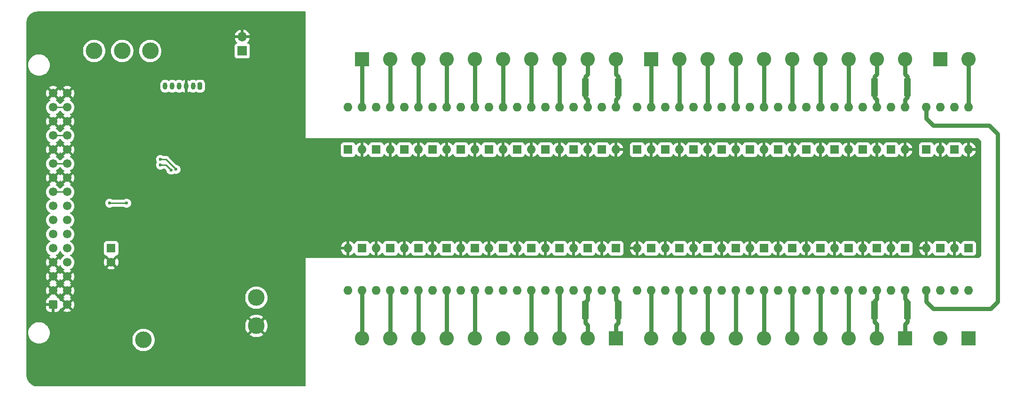
<source format=gbr>
%TF.GenerationSoftware,KiCad,Pcbnew,6.0.0*%
%TF.CreationDate,2022-01-11T14:05:16+01:00*%
%TF.ProjectId,main,6d61696e-2e6b-4696-9361-645f70636258,v.1.1.0*%
%TF.SameCoordinates,Original*%
%TF.FileFunction,Copper,L2,Bot*%
%TF.FilePolarity,Positive*%
%FSLAX46Y46*%
G04 Gerber Fmt 4.6, Leading zero omitted, Abs format (unit mm)*
G04 Created by KiCad (PCBNEW 6.0.0) date 2022-01-11 14:05:16*
%MOMM*%
%LPD*%
G01*
G04 APERTURE LIST*
G04 Aperture macros list*
%AMRoundRect*
0 Rectangle with rounded corners*
0 $1 Rounding radius*
0 $2 $3 $4 $5 $6 $7 $8 $9 X,Y pos of 4 corners*
0 Add a 4 corners polygon primitive as box body*
4,1,4,$2,$3,$4,$5,$6,$7,$8,$9,$2,$3,0*
0 Add four circle primitives for the rounded corners*
1,1,$1+$1,$2,$3*
1,1,$1+$1,$4,$5*
1,1,$1+$1,$6,$7*
1,1,$1+$1,$8,$9*
0 Add four rect primitives between the rounded corners*
20,1,$1+$1,$2,$3,$4,$5,0*
20,1,$1+$1,$4,$5,$6,$7,0*
20,1,$1+$1,$6,$7,$8,$9,0*
20,1,$1+$1,$8,$9,$2,$3,0*%
G04 Aperture macros list end*
%TA.AperFunction,ComponentPad*%
%ADD10C,3.000000*%
%TD*%
%TA.AperFunction,ComponentPad*%
%ADD11R,2.600000X2.600000*%
%TD*%
%TA.AperFunction,ComponentPad*%
%ADD12C,2.600000*%
%TD*%
%TA.AperFunction,ComponentPad*%
%ADD13R,1.600000X1.600000*%
%TD*%
%TA.AperFunction,ComponentPad*%
%ADD14O,1.600000X1.600000*%
%TD*%
%TA.AperFunction,ComponentPad*%
%ADD15RoundRect,0.200000X0.200000X0.450000X-0.200000X0.450000X-0.200000X-0.450000X0.200000X-0.450000X0*%
%TD*%
%TA.AperFunction,ComponentPad*%
%ADD16O,0.800000X1.300000*%
%TD*%
%TA.AperFunction,ComponentPad*%
%ADD17C,1.600000*%
%TD*%
%TA.AperFunction,ComponentPad*%
%ADD18R,1.700000X1.700000*%
%TD*%
%TA.AperFunction,ComponentPad*%
%ADD19O,1.700000X1.700000*%
%TD*%
%TA.AperFunction,ComponentPad*%
%ADD20RoundRect,0.249999X0.525001X-0.525001X0.525001X0.525001X-0.525001X0.525001X-0.525001X-0.525001X0*%
%TD*%
%TA.AperFunction,ComponentPad*%
%ADD21C,1.550000*%
%TD*%
%TA.AperFunction,SMDPad,CuDef*%
%ADD22RoundRect,0.250000X-0.362500X-1.425000X0.362500X-1.425000X0.362500X1.425000X-0.362500X1.425000X0*%
%TD*%
%TA.AperFunction,ViaPad*%
%ADD23C,0.600000*%
%TD*%
%TA.AperFunction,Conductor*%
%ADD24C,0.250000*%
%TD*%
%TA.AperFunction,Conductor*%
%ADD25C,0.750000*%
%TD*%
G04 APERTURE END LIST*
D10*
%TO.P,TP2,1,1*%
%TO.N,+3V3*%
X67310000Y-100330000D03*
%TD*%
D11*
%TO.P,J5,1,Pin_1*%
%TO.N,Net-(J5-Pad1)*%
X138430000Y-57404000D03*
D12*
%TO.P,J5,2,Pin_2*%
%TO.N,Net-(J5-Pad2)*%
X143510000Y-57404000D03*
%TO.P,J5,3,Pin_3*%
%TO.N,Net-(J5-Pad3)*%
X148590000Y-57404000D03*
%TO.P,J5,4,Pin_4*%
%TO.N,Net-(J5-Pad4)*%
X153670000Y-57404000D03*
%TO.P,J5,5,Pin_5*%
%TO.N,Net-(J5-Pad5)*%
X158750000Y-57404000D03*
%TO.P,J5,6,Pin_6*%
%TO.N,Net-(J5-Pad6)*%
X163830000Y-57404000D03*
%TO.P,J5,7,Pin_7*%
%TO.N,Net-(J5-Pad7)*%
X168910000Y-57404000D03*
%TO.P,J5,8,Pin_8*%
%TO.N,Net-(J5-Pad8)*%
X173990000Y-57404000D03*
%TO.P,J5,9,Pin_9*%
%TO.N,Net-(J5-Pad9)*%
X179070000Y-57404000D03*
%TO.P,J5,10,Pin_10*%
%TO.N,Net-(J5-Pad10)*%
X184150000Y-57404000D03*
%TD*%
D11*
%TO.P,J4,1,Pin_1*%
%TO.N,/Relays/Input pins/In_HIGH*%
X190500000Y-57404000D03*
D12*
%TO.P,J4,2,Pin_2*%
%TO.N,/Relays/Input pins/In_LOW*%
X195580000Y-57404000D03*
%TD*%
D13*
%TO.P,U19,1*%
%TO.N,Net-(R29-Pad1)*%
X99060000Y-73660000D03*
D14*
%TO.P,U19,2*%
%TO.N,GND*%
X101600000Y-73660000D03*
%TO.P,U19,3*%
%TO.N,Net-(J6-Pad4)*%
X101600000Y-66040000D03*
%TO.P,U19,4*%
%TO.N,/Relays/Input pins/In_HIGH*%
X99060000Y-66040000D03*
%TD*%
D13*
%TO.P,U34,1*%
%TO.N,Net-(R46-Pad1)*%
X168910000Y-91440000D03*
D14*
%TO.P,U34,2*%
%TO.N,GND*%
X166370000Y-91440000D03*
%TO.P,U34,3*%
%TO.N,/Relays/Input pins/Bus_LOW*%
X166370000Y-99060000D03*
%TO.P,U34,4*%
%TO.N,Net-(J8-Pad4)*%
X168910000Y-99060000D03*
%TD*%
D10*
%TO.P,TP6,1,1*%
%TO.N,/STROBE*%
X48200000Y-55880000D03*
%TD*%
D15*
%TO.P,J2,1,Pin_1*%
%TO.N,+3V3*%
X57150000Y-62230000D03*
D16*
%TO.P,J2,2,Pin_2*%
%TO.N,/Microcontroller/SWCLK*%
X55900000Y-62230000D03*
%TO.P,J2,3,Pin_3*%
%TO.N,GND*%
X54650000Y-62230000D03*
%TO.P,J2,4,Pin_4*%
%TO.N,/Microcontroller/SWDIO*%
X53400000Y-62230000D03*
%TO.P,J2,5,Pin_5*%
%TO.N,/~{NRST}*%
X52150000Y-62230000D03*
%TO.P,J2,6,Pin_6*%
%TO.N,unconnected-(J2-Pad6)*%
X50900000Y-62230000D03*
%TD*%
D13*
%TO.P,U41,1*%
%TO.N,Net-(R53-Pad1)*%
X101600000Y-91440000D03*
D14*
%TO.P,U41,2*%
%TO.N,GND*%
X99060000Y-91440000D03*
%TO.P,U41,3*%
%TO.N,/Relays/Input pins/Bus_HIGH*%
X99060000Y-99060000D03*
%TO.P,U41,4*%
%TO.N,Net-(J9-Pad7)*%
X101600000Y-99060000D03*
%TD*%
D13*
%TO.P,U42,1*%
%TO.N,Net-(R54-Pad1)*%
X148590000Y-91440000D03*
D14*
%TO.P,U42,2*%
%TO.N,GND*%
X146050000Y-91440000D03*
%TO.P,U42,3*%
%TO.N,/Relays/Input pins/Bus_LOW*%
X146050000Y-99060000D03*
%TO.P,U42,4*%
%TO.N,Net-(J8-Pad8)*%
X148590000Y-99060000D03*
%TD*%
D13*
%TO.P,U36,1*%
%TO.N,Net-(R48-Pad1)*%
X163830000Y-91440000D03*
D14*
%TO.P,U36,2*%
%TO.N,GND*%
X161290000Y-91440000D03*
%TO.P,U36,3*%
%TO.N,/Relays/Input pins/Bus_HIGH*%
X161290000Y-99060000D03*
%TO.P,U36,4*%
%TO.N,Net-(J8-Pad5)*%
X163830000Y-99060000D03*
%TD*%
D13*
%TO.P,U31,1*%
%TO.N,Net-(R43-Pad1)*%
X127000000Y-91440000D03*
D14*
%TO.P,U31,2*%
%TO.N,GND*%
X124460000Y-91440000D03*
%TO.P,U31,3*%
%TO.N,/Relays/Input pins/Bus_LOW*%
X124460000Y-99060000D03*
%TO.P,U31,4*%
%TO.N,Net-(J9-Pad2)*%
X127000000Y-99060000D03*
%TD*%
D13*
%TO.P,U11,1*%
%TO.N,Net-(R21-Pad1)*%
X119380000Y-73660000D03*
D14*
%TO.P,U11,2*%
%TO.N,GND*%
X121920000Y-73660000D03*
%TO.P,U11,3*%
%TO.N,Net-(J6-Pad8)*%
X121920000Y-66040000D03*
%TO.P,U11,4*%
%TO.N,/Relays/Input pins/In_HIGH*%
X119380000Y-66040000D03*
%TD*%
D13*
%TO.P,U6,1*%
%TO.N,Net-(R14-Pad1)*%
X181610000Y-73660000D03*
D14*
%TO.P,U6,2*%
%TO.N,GND*%
X184150000Y-73660000D03*
%TO.P,U6,3*%
%TO.N,Net-(J5-Pad10)*%
X184150000Y-66040000D03*
%TO.P,U6,4*%
%TO.N,/Relays/Input pins/In_HIGH*%
X181610000Y-66040000D03*
%TD*%
D13*
%TO.P,U20,1*%
%TO.N,Net-(R30-Pad1)*%
X146050000Y-73660000D03*
D14*
%TO.P,U20,2*%
%TO.N,GND*%
X148590000Y-73660000D03*
%TO.P,U20,3*%
%TO.N,Net-(J5-Pad3)*%
X148590000Y-66040000D03*
%TO.P,U20,4*%
%TO.N,/Relays/Input pins/In_LOW*%
X146050000Y-66040000D03*
%TD*%
D13*
%TO.P,U44,1*%
%TO.N,Net-(R56-Pad1)*%
X143510000Y-91440000D03*
D14*
%TO.P,U44,2*%
%TO.N,GND*%
X140970000Y-91440000D03*
%TO.P,U44,3*%
%TO.N,/Relays/Input pins/Bus_HIGH*%
X140970000Y-99060000D03*
%TO.P,U44,4*%
%TO.N,Net-(J8-Pad9)*%
X143510000Y-99060000D03*
%TD*%
D13*
%TO.P,U12,1*%
%TO.N,Net-(R22-Pad1)*%
X166370000Y-73660000D03*
D14*
%TO.P,U12,2*%
%TO.N,GND*%
X168910000Y-73660000D03*
%TO.P,U12,3*%
%TO.N,Net-(J5-Pad7)*%
X168910000Y-66040000D03*
%TO.P,U12,4*%
%TO.N,/Relays/Input pins/In_LOW*%
X166370000Y-66040000D03*
%TD*%
D13*
%TO.P,U4,1*%
%TO.N,Net-(R12-Pad1)*%
X187960000Y-73660000D03*
D14*
%TO.P,U4,2*%
%TO.N,GND*%
X190500000Y-73660000D03*
%TO.P,U4,3*%
%TO.N,/Relays/Input pins/In_HIGH*%
X190500000Y-66040000D03*
%TO.P,U4,4*%
%TO.N,/Relays/Input pins/Bus_HIGH*%
X187960000Y-66040000D03*
%TD*%
D13*
%TO.P,U13,1*%
%TO.N,Net-(R23-Pad1)*%
X114300000Y-73660000D03*
D14*
%TO.P,U13,2*%
%TO.N,GND*%
X116840000Y-73660000D03*
%TO.P,U13,3*%
%TO.N,Net-(J6-Pad7)*%
X116840000Y-66040000D03*
%TO.P,U13,4*%
%TO.N,/Relays/Input pins/In_LOW*%
X114300000Y-66040000D03*
%TD*%
D13*
%TO.P,U8,1*%
%TO.N,Net-(R18-Pad1)*%
X176530000Y-73660000D03*
D14*
%TO.P,U8,2*%
%TO.N,GND*%
X179070000Y-73660000D03*
%TO.P,U8,3*%
%TO.N,Net-(J5-Pad9)*%
X179070000Y-66040000D03*
%TO.P,U8,4*%
%TO.N,/Relays/Input pins/In_LOW*%
X176530000Y-66040000D03*
%TD*%
D13*
%TO.P,U7,1*%
%TO.N,Net-(R15-Pad1)*%
X129540000Y-73660000D03*
D14*
%TO.P,U7,2*%
%TO.N,GND*%
X132080000Y-73660000D03*
%TO.P,U7,3*%
%TO.N,Net-(J6-Pad10)*%
X132080000Y-66040000D03*
%TO.P,U7,4*%
%TO.N,/Relays/Input pins/In_HIGH*%
X129540000Y-66040000D03*
%TD*%
D13*
%TO.P,U18,1*%
%TO.N,Net-(R28-Pad1)*%
X151130000Y-73660000D03*
D14*
%TO.P,U18,2*%
%TO.N,GND*%
X153670000Y-73660000D03*
%TO.P,U18,3*%
%TO.N,Net-(J5-Pad4)*%
X153670000Y-66040000D03*
%TO.P,U18,4*%
%TO.N,/Relays/Input pins/In_HIGH*%
X151130000Y-66040000D03*
%TD*%
D13*
%TO.P,C1,1*%
%TO.N,+5V*%
X41148000Y-91440000D03*
D17*
%TO.P,C1,2*%
%TO.N,GND*%
X41148000Y-93940000D03*
%TD*%
D13*
%TO.P,U24,1*%
%TO.N,Net-(R34-Pad1)*%
X135890000Y-73660000D03*
D14*
%TO.P,U24,2*%
%TO.N,GND*%
X138430000Y-73660000D03*
%TO.P,U24,3*%
%TO.N,Net-(J5-Pad1)*%
X138430000Y-66040000D03*
%TO.P,U24,4*%
%TO.N,/Relays/Input pins/In_LOW*%
X135890000Y-66040000D03*
%TD*%
D10*
%TO.P,TP5,1,1*%
%TO.N,/CLK*%
X43150000Y-55880000D03*
%TD*%
D13*
%TO.P,U43,1*%
%TO.N,Net-(R55-Pad1)*%
X96520000Y-91440000D03*
D14*
%TO.P,U43,2*%
%TO.N,GND*%
X93980000Y-91440000D03*
%TO.P,U43,3*%
%TO.N,/Relays/Input pins/Bus_LOW*%
X93980000Y-99060000D03*
%TO.P,U43,4*%
%TO.N,Net-(J9-Pad8)*%
X96520000Y-99060000D03*
%TD*%
D13*
%TO.P,U25,1*%
%TO.N,Net-(R35-Pad1)*%
X83820000Y-73660000D03*
D14*
%TO.P,U25,2*%
%TO.N,GND*%
X86360000Y-73660000D03*
%TO.P,U25,3*%
%TO.N,Net-(J6-Pad1)*%
X86360000Y-66040000D03*
%TO.P,U25,4*%
%TO.N,/Relays/Input pins/In_LOW*%
X83820000Y-66040000D03*
%TD*%
D13*
%TO.P,U17,1*%
%TO.N,Net-(R27-Pad1)*%
X104140000Y-73660000D03*
D14*
%TO.P,U17,2*%
%TO.N,GND*%
X106680000Y-73660000D03*
%TO.P,U17,3*%
%TO.N,Net-(J6-Pad5)*%
X106680000Y-66040000D03*
%TO.P,U17,4*%
%TO.N,/Relays/Input pins/In_LOW*%
X104140000Y-66040000D03*
%TD*%
D13*
%TO.P,U10,1*%
%TO.N,Net-(R20-Pad1)*%
X171450000Y-73660000D03*
D14*
%TO.P,U10,2*%
%TO.N,GND*%
X173990000Y-73660000D03*
%TO.P,U10,3*%
%TO.N,Net-(J5-Pad8)*%
X173990000Y-66040000D03*
%TO.P,U10,4*%
%TO.N,/Relays/Input pins/In_HIGH*%
X171450000Y-66040000D03*
%TD*%
D18*
%TO.P,J3,1,Pin_1*%
%TO.N,Net-(J3-Pad1)*%
X64770000Y-55880000D03*
D19*
%TO.P,J3,2,Pin_2*%
%TO.N,GND*%
X64770000Y-53340000D03*
%TD*%
D13*
%TO.P,U38,1*%
%TO.N,Net-(R50-Pad1)*%
X158750000Y-91440000D03*
D14*
%TO.P,U38,2*%
%TO.N,GND*%
X156210000Y-91440000D03*
%TO.P,U38,3*%
%TO.N,/Relays/Input pins/Bus_LOW*%
X156210000Y-99060000D03*
%TO.P,U38,4*%
%TO.N,Net-(J8-Pad6)*%
X158750000Y-99060000D03*
%TD*%
D13*
%TO.P,U15,1*%
%TO.N,Net-(R25-Pad1)*%
X109220000Y-73660000D03*
D14*
%TO.P,U15,2*%
%TO.N,GND*%
X111760000Y-73660000D03*
%TO.P,U15,3*%
%TO.N,Net-(J6-Pad6)*%
X111760000Y-66040000D03*
%TO.P,U15,4*%
%TO.N,/Relays/Input pins/In_HIGH*%
X109220000Y-66040000D03*
%TD*%
D13*
%TO.P,U5,1*%
%TO.N,Net-(R13-Pad1)*%
X193040000Y-73660000D03*
D14*
%TO.P,U5,2*%
%TO.N,GND*%
X195580000Y-73660000D03*
%TO.P,U5,3*%
%TO.N,/Relays/Input pins/In_LOW*%
X195580000Y-66040000D03*
%TO.P,U5,4*%
%TO.N,/Relays/Input pins/Bus_LOW*%
X193040000Y-66040000D03*
%TD*%
D13*
%TO.P,U37,1*%
%TO.N,Net-(R49-Pad1)*%
X111760000Y-91440000D03*
D14*
%TO.P,U37,2*%
%TO.N,GND*%
X109220000Y-91440000D03*
%TO.P,U37,3*%
%TO.N,/Relays/Input pins/Bus_HIGH*%
X109220000Y-99060000D03*
%TO.P,U37,4*%
%TO.N,Net-(J9-Pad5)*%
X111760000Y-99060000D03*
%TD*%
D13*
%TO.P,U22,1*%
%TO.N,Net-(R32-Pad1)*%
X140970000Y-73660000D03*
D14*
%TO.P,U22,2*%
%TO.N,GND*%
X143510000Y-73660000D03*
%TO.P,U22,3*%
%TO.N,Net-(J5-Pad2)*%
X143510000Y-66040000D03*
%TO.P,U22,4*%
%TO.N,/Relays/Input pins/In_HIGH*%
X140970000Y-66040000D03*
%TD*%
D13*
%TO.P,U33,1*%
%TO.N,Net-(R45-Pad1)*%
X121920000Y-91440000D03*
D14*
%TO.P,U33,2*%
%TO.N,GND*%
X119380000Y-91440000D03*
%TO.P,U33,3*%
%TO.N,/Relays/Input pins/Bus_HIGH*%
X119380000Y-99060000D03*
%TO.P,U33,4*%
%TO.N,Net-(J9-Pad3)*%
X121920000Y-99060000D03*
%TD*%
D20*
%TO.P,J1,a1,Pin_a1*%
%TO.N,GND*%
X30700000Y-101605080D03*
D21*
%TO.P,J1,a2,Pin_a2*%
X30700000Y-99065080D03*
%TO.P,J1,a3,Pin_a3*%
X30700000Y-96525080D03*
%TO.P,J1,a4,Pin_a4*%
X30700000Y-93985080D03*
%TO.P,J1,a5,Pin_a5*%
%TO.N,+5V*%
X30700000Y-91445080D03*
%TO.P,J1,a6,Pin_a6*%
X30700000Y-88905080D03*
%TO.P,J1,a7,Pin_a7*%
X30700000Y-86365080D03*
%TO.P,J1,a8,Pin_a8*%
X30700000Y-83825080D03*
%TO.P,J1,a9,Pin_a9*%
%TO.N,/~{NRST}*%
X30700000Y-81285080D03*
%TO.P,J1,a10,Pin_a10*%
%TO.N,GND*%
X30700000Y-78745080D03*
%TO.P,J1,a11,Pin_a11*%
%TO.N,/STROBE*%
X30700000Y-76205080D03*
%TO.P,J1,a12,Pin_a12*%
%TO.N,GND*%
X30700000Y-73665080D03*
%TO.P,J1,a13,Pin_a13*%
%TO.N,/CLK*%
X30700000Y-71125080D03*
%TO.P,J1,a14,Pin_a14*%
%TO.N,GND*%
X30700000Y-68585080D03*
%TO.P,J1,a15,Pin_a15*%
%TO.N,/DATA*%
X30700000Y-66045080D03*
%TO.P,J1,a16,Pin_a16*%
%TO.N,GND*%
X30700000Y-63505080D03*
%TO.P,J1,b1,Pin_b1*%
X33240000Y-101605080D03*
%TO.P,J1,b2,Pin_b2*%
X33240000Y-99065080D03*
%TO.P,J1,b3,Pin_b3*%
X33240000Y-96525080D03*
%TO.P,J1,b4,Pin_b4*%
%TO.N,/ID*%
X33240000Y-93985080D03*
%TO.P,J1,b5,Pin_b5*%
%TO.N,+5V*%
X33240000Y-91445080D03*
%TO.P,J1,b6,Pin_b6*%
X33240000Y-88905080D03*
%TO.P,J1,b7,Pin_b7*%
X33240000Y-86365080D03*
%TO.P,J1,b8,Pin_b8*%
X33240000Y-83825080D03*
%TO.P,J1,b9,Pin_b9*%
%TO.N,/~{NRST}*%
X33240000Y-81285080D03*
%TO.P,J1,b10,Pin_b10*%
%TO.N,GND*%
X33240000Y-78745080D03*
%TO.P,J1,b11,Pin_b11*%
%TO.N,/STROBE*%
X33240000Y-76205080D03*
%TO.P,J1,b12,Pin_b12*%
%TO.N,GND*%
X33240000Y-73665080D03*
%TO.P,J1,b13,Pin_b13*%
%TO.N,/CLK*%
X33240000Y-71125080D03*
%TO.P,J1,b14,Pin_b14*%
%TO.N,GND*%
X33240000Y-68585080D03*
%TO.P,J1,b15,Pin_b15*%
%TO.N,/DATA*%
X33240000Y-66045080D03*
%TO.P,J1,b16,Pin_b16*%
%TO.N,GND*%
X33240000Y-63505080D03*
%TD*%
D13*
%TO.P,U23,1*%
%TO.N,Net-(R33-Pad1)*%
X88900000Y-73660000D03*
D14*
%TO.P,U23,2*%
%TO.N,GND*%
X91440000Y-73660000D03*
%TO.P,U23,3*%
%TO.N,Net-(J6-Pad2)*%
X91440000Y-66040000D03*
%TO.P,U23,4*%
%TO.N,/Relays/Input pins/In_HIGH*%
X88900000Y-66040000D03*
%TD*%
D13*
%TO.P,U39,1*%
%TO.N,Net-(R51-Pad1)*%
X106680000Y-91440000D03*
D14*
%TO.P,U39,2*%
%TO.N,GND*%
X104140000Y-91440000D03*
%TO.P,U39,3*%
%TO.N,/Relays/Input pins/Bus_LOW*%
X104140000Y-99060000D03*
%TO.P,U39,4*%
%TO.N,Net-(J9-Pad6)*%
X106680000Y-99060000D03*
%TD*%
D13*
%TO.P,U47,1*%
%TO.N,Net-(R59-Pad1)*%
X86360000Y-91440000D03*
D14*
%TO.P,U47,2*%
%TO.N,GND*%
X83820000Y-91440000D03*
%TO.P,U47,3*%
%TO.N,/Relays/Input pins/Bus_LOW*%
X83820000Y-99060000D03*
%TO.P,U47,4*%
%TO.N,Net-(J9-Pad10)*%
X86360000Y-99060000D03*
%TD*%
D13*
%TO.P,U46,1*%
%TO.N,Net-(R58-Pad1)*%
X138430000Y-91440000D03*
D14*
%TO.P,U46,2*%
%TO.N,GND*%
X135890000Y-91440000D03*
%TO.P,U46,3*%
%TO.N,/Relays/Input pins/Bus_LOW*%
X135890000Y-99060000D03*
%TO.P,U46,4*%
%TO.N,Net-(J8-Pad10)*%
X138430000Y-99060000D03*
%TD*%
D10*
%TO.P,TP1,1,1*%
%TO.N,+5V*%
X46990000Y-107950000D03*
%TD*%
D11*
%TO.P,J7,1,Pin_1*%
%TO.N,/Relays/Input/Sense pins/Sense_LOW*%
X195580000Y-107696000D03*
D12*
%TO.P,J7,2,Pin_2*%
%TO.N,/Relays/Input/Sense pins/Sense_HIGH*%
X190500000Y-107696000D03*
%TD*%
D11*
%TO.P,J9,1,Pin_1*%
%TO.N,Net-(J9-Pad1)*%
X132080000Y-107696000D03*
D12*
%TO.P,J9,2,Pin_2*%
%TO.N,Net-(J9-Pad2)*%
X127000000Y-107696000D03*
%TO.P,J9,3,Pin_3*%
%TO.N,Net-(J9-Pad3)*%
X121920000Y-107696000D03*
%TO.P,J9,4,Pin_4*%
%TO.N,Net-(J9-Pad4)*%
X116840000Y-107696000D03*
%TO.P,J9,5,Pin_5*%
%TO.N,Net-(J9-Pad5)*%
X111760000Y-107696000D03*
%TO.P,J9,6,Pin_6*%
%TO.N,Net-(J9-Pad6)*%
X106680000Y-107696000D03*
%TO.P,J9,7,Pin_7*%
%TO.N,Net-(J9-Pad7)*%
X101600000Y-107696000D03*
%TO.P,J9,8,Pin_8*%
%TO.N,Net-(J9-Pad8)*%
X96520000Y-107696000D03*
%TO.P,J9,9,Pin_9*%
%TO.N,Net-(J9-Pad9)*%
X91440000Y-107696000D03*
%TO.P,J9,10,Pin_10*%
%TO.N,Net-(J9-Pad10)*%
X86360000Y-107696000D03*
%TD*%
D10*
%TO.P,TP3,1,1*%
%TO.N,GND*%
X67310000Y-105410000D03*
%TD*%
D13*
%TO.P,U16,1*%
%TO.N,Net-(R26-Pad1)*%
X156210000Y-73660000D03*
D14*
%TO.P,U16,2*%
%TO.N,GND*%
X158750000Y-73660000D03*
%TO.P,U16,3*%
%TO.N,Net-(J5-Pad5)*%
X158750000Y-66040000D03*
%TO.P,U16,4*%
%TO.N,/Relays/Input pins/In_LOW*%
X156210000Y-66040000D03*
%TD*%
D13*
%TO.P,U35,1*%
%TO.N,Net-(R47-Pad1)*%
X116840000Y-91440000D03*
D14*
%TO.P,U35,2*%
%TO.N,GND*%
X114300000Y-91440000D03*
%TO.P,U35,3*%
%TO.N,/Relays/Input pins/Bus_LOW*%
X114300000Y-99060000D03*
%TO.P,U35,4*%
%TO.N,Net-(J9-Pad4)*%
X116840000Y-99060000D03*
%TD*%
D13*
%TO.P,U9,1*%
%TO.N,Net-(R19-Pad1)*%
X124460000Y-73660000D03*
D14*
%TO.P,U9,2*%
%TO.N,GND*%
X127000000Y-73660000D03*
%TO.P,U9,3*%
%TO.N,Net-(J6-Pad9)*%
X127000000Y-66040000D03*
%TO.P,U9,4*%
%TO.N,/Relays/Input pins/In_LOW*%
X124460000Y-66040000D03*
%TD*%
D13*
%TO.P,U21,1*%
%TO.N,Net-(R31-Pad1)*%
X93980000Y-73660000D03*
D14*
%TO.P,U21,2*%
%TO.N,GND*%
X96520000Y-73660000D03*
%TO.P,U21,3*%
%TO.N,Net-(J6-Pad3)*%
X96520000Y-66040000D03*
%TO.P,U21,4*%
%TO.N,/Relays/Input pins/In_LOW*%
X93980000Y-66040000D03*
%TD*%
D13*
%TO.P,U28,1*%
%TO.N,Net-(R38-Pad1)*%
X184150000Y-91440000D03*
D14*
%TO.P,U28,2*%
%TO.N,GND*%
X181610000Y-91440000D03*
%TO.P,U28,3*%
%TO.N,/Relays/Input pins/Bus_HIGH*%
X181610000Y-99060000D03*
%TO.P,U28,4*%
%TO.N,Net-(J8-Pad1)*%
X184150000Y-99060000D03*
%TD*%
D13*
%TO.P,U29,1*%
%TO.N,Net-(R39-Pad1)*%
X132080000Y-91440000D03*
D14*
%TO.P,U29,2*%
%TO.N,GND*%
X129540000Y-91440000D03*
%TO.P,U29,3*%
%TO.N,/Relays/Input pins/Bus_HIGH*%
X129540000Y-99060000D03*
%TO.P,U29,4*%
%TO.N,Net-(J9-Pad1)*%
X132080000Y-99060000D03*
%TD*%
D13*
%TO.P,U40,1*%
%TO.N,Net-(R52-Pad1)*%
X153670000Y-91440000D03*
D14*
%TO.P,U40,2*%
%TO.N,GND*%
X151130000Y-91440000D03*
%TO.P,U40,3*%
%TO.N,/Relays/Input pins/Bus_HIGH*%
X151130000Y-99060000D03*
%TO.P,U40,4*%
%TO.N,Net-(J8-Pad7)*%
X153670000Y-99060000D03*
%TD*%
D13*
%TO.P,U45,1*%
%TO.N,Net-(R57-Pad1)*%
X91440000Y-91440000D03*
D14*
%TO.P,U45,2*%
%TO.N,GND*%
X88900000Y-91440000D03*
%TO.P,U45,3*%
%TO.N,/Relays/Input pins/Bus_HIGH*%
X88900000Y-99060000D03*
%TO.P,U45,4*%
%TO.N,Net-(J9-Pad9)*%
X91440000Y-99060000D03*
%TD*%
D13*
%TO.P,U14,1*%
%TO.N,Net-(R24-Pad1)*%
X161290000Y-73660000D03*
D14*
%TO.P,U14,2*%
%TO.N,GND*%
X163830000Y-73660000D03*
%TO.P,U14,3*%
%TO.N,Net-(J5-Pad6)*%
X163830000Y-66040000D03*
%TO.P,U14,4*%
%TO.N,/Relays/Input pins/In_HIGH*%
X161290000Y-66040000D03*
%TD*%
D13*
%TO.P,U26,1*%
%TO.N,Net-(R36-Pad1)*%
X190500000Y-91440000D03*
D14*
%TO.P,U26,2*%
%TO.N,GND*%
X187960000Y-91440000D03*
%TO.P,U26,3*%
%TO.N,/Relays/Input pins/Bus_HIGH*%
X187960000Y-99060000D03*
%TO.P,U26,4*%
%TO.N,/Relays/Input/Sense pins/Sense_HIGH*%
X190500000Y-99060000D03*
%TD*%
D13*
%TO.P,U32,1*%
%TO.N,Net-(R44-Pad1)*%
X173990000Y-91440000D03*
D14*
%TO.P,U32,2*%
%TO.N,GND*%
X171450000Y-91440000D03*
%TO.P,U32,3*%
%TO.N,/Relays/Input pins/Bus_HIGH*%
X171450000Y-99060000D03*
%TO.P,U32,4*%
%TO.N,Net-(J8-Pad3)*%
X173990000Y-99060000D03*
%TD*%
D13*
%TO.P,U30,1*%
%TO.N,Net-(R42-Pad1)*%
X179070000Y-91440000D03*
D14*
%TO.P,U30,2*%
%TO.N,GND*%
X176530000Y-91440000D03*
%TO.P,U30,3*%
%TO.N,/Relays/Input pins/Bus_LOW*%
X176530000Y-99060000D03*
%TO.P,U30,4*%
%TO.N,Net-(J8-Pad2)*%
X179070000Y-99060000D03*
%TD*%
D11*
%TO.P,J8,1,Pin_1*%
%TO.N,Net-(J8-Pad1)*%
X184150000Y-107696000D03*
D12*
%TO.P,J8,2,Pin_2*%
%TO.N,Net-(J8-Pad2)*%
X179070000Y-107696000D03*
%TO.P,J8,3,Pin_3*%
%TO.N,Net-(J8-Pad3)*%
X173990000Y-107696000D03*
%TO.P,J8,4,Pin_4*%
%TO.N,Net-(J8-Pad4)*%
X168910000Y-107696000D03*
%TO.P,J8,5,Pin_5*%
%TO.N,Net-(J8-Pad5)*%
X163830000Y-107696000D03*
%TO.P,J8,6,Pin_6*%
%TO.N,Net-(J8-Pad6)*%
X158750000Y-107696000D03*
%TO.P,J8,7,Pin_7*%
%TO.N,Net-(J8-Pad7)*%
X153670000Y-107696000D03*
%TO.P,J8,8,Pin_8*%
%TO.N,Net-(J8-Pad8)*%
X148590000Y-107696000D03*
%TO.P,J8,9,Pin_9*%
%TO.N,Net-(J8-Pad9)*%
X143510000Y-107696000D03*
%TO.P,J8,10,Pin_10*%
%TO.N,Net-(J8-Pad10)*%
X138430000Y-107696000D03*
%TD*%
D10*
%TO.P,TP4,1,1*%
%TO.N,/DATA*%
X38100000Y-55880000D03*
%TD*%
D13*
%TO.P,U27,1*%
%TO.N,Net-(R37-Pad1)*%
X195580000Y-91440000D03*
D14*
%TO.P,U27,2*%
%TO.N,GND*%
X193040000Y-91440000D03*
%TO.P,U27,3*%
%TO.N,/Relays/Input pins/Bus_LOW*%
X193040000Y-99060000D03*
%TO.P,U27,4*%
%TO.N,/Relays/Input/Sense pins/Sense_LOW*%
X195580000Y-99060000D03*
%TD*%
D11*
%TO.P,J6,1,Pin_1*%
%TO.N,Net-(J6-Pad1)*%
X86360000Y-57404000D03*
D12*
%TO.P,J6,2,Pin_2*%
%TO.N,Net-(J6-Pad2)*%
X91440000Y-57404000D03*
%TO.P,J6,3,Pin_3*%
%TO.N,Net-(J6-Pad3)*%
X96520000Y-57404000D03*
%TO.P,J6,4,Pin_4*%
%TO.N,Net-(J6-Pad4)*%
X101600000Y-57404000D03*
%TO.P,J6,5,Pin_5*%
%TO.N,Net-(J6-Pad5)*%
X106680000Y-57404000D03*
%TO.P,J6,6,Pin_6*%
%TO.N,Net-(J6-Pad6)*%
X111760000Y-57404000D03*
%TO.P,J6,7,Pin_7*%
%TO.N,Net-(J6-Pad7)*%
X116840000Y-57404000D03*
%TO.P,J6,8,Pin_8*%
%TO.N,Net-(J6-Pad8)*%
X121920000Y-57404000D03*
%TO.P,J6,9,Pin_9*%
%TO.N,Net-(J6-Pad9)*%
X127000000Y-57404000D03*
%TO.P,J6,10,Pin_10*%
%TO.N,Net-(J6-Pad10)*%
X132080000Y-57404000D03*
%TD*%
D22*
%TO.P,R40,1*%
%TO.N,Net-(J8-Pad2)*%
X178647500Y-102616000D03*
%TO.P,R40,2*%
%TO.N,Net-(J8-Pad1)*%
X184572500Y-102616000D03*
%TD*%
%TO.P,R41,1*%
%TO.N,Net-(J9-Pad2)*%
X126577500Y-102616000D03*
%TO.P,R41,2*%
%TO.N,Net-(J9-Pad1)*%
X132502500Y-102616000D03*
%TD*%
%TO.P,R16,1*%
%TO.N,Net-(J5-Pad9)*%
X178647500Y-62484000D03*
%TO.P,R16,2*%
%TO.N,Net-(J5-Pad10)*%
X184572500Y-62484000D03*
%TD*%
%TO.P,R17,1*%
%TO.N,Net-(J6-Pad9)*%
X126577500Y-62484000D03*
%TO.P,R17,2*%
%TO.N,Net-(J6-Pad10)*%
X132502500Y-62484000D03*
%TD*%
D23*
%TO.N,Net-(C6-Pad1)*%
X43942000Y-83312000D03*
X40894000Y-83312000D03*
%TO.N,GND*%
X48895000Y-80391000D03*
X49784000Y-99060000D03*
X55626000Y-98806000D03*
X48514000Y-98806000D03*
X57658000Y-110744000D03*
X36322000Y-67564000D03*
X54610000Y-101600000D03*
X56134000Y-110744000D03*
X36322000Y-72644000D03*
X46355000Y-83693000D03*
X36322000Y-77724000D03*
X48133000Y-80264000D03*
X45212000Y-80645000D03*
%TO.N,/Microcontroller/SWDIO*%
X50038000Y-76454000D03*
X51943000Y-77343000D03*
%TO.N,/Microcontroller/SWCLK*%
X50038000Y-75438000D03*
X52832000Y-77216000D03*
%TD*%
D24*
%TO.N,Net-(C6-Pad1)*%
X40894000Y-83312000D02*
X43942000Y-83312000D01*
%TO.N,/~{NRST}*%
X30700000Y-81285080D02*
X33240000Y-81285080D01*
%TO.N,/Microcontroller/SWDIO*%
X51054000Y-76454000D02*
X50038000Y-76454000D01*
X51943000Y-77343000D02*
X51054000Y-76454000D01*
%TO.N,/Microcontroller/SWCLK*%
X51054000Y-75438000D02*
X51562000Y-75946000D01*
X51562000Y-75946000D02*
X52832000Y-77216000D01*
X50038000Y-75438000D02*
X51054000Y-75438000D01*
D25*
%TO.N,/Relays/Input pins/In_LOW*%
X195580000Y-66040000D02*
X195580000Y-57404000D01*
%TO.N,Net-(J5-Pad10)*%
X184150000Y-60071000D02*
X184572500Y-60493500D01*
X184150000Y-64643000D02*
X184150000Y-66040000D01*
X184572500Y-64220500D02*
X184150000Y-64643000D01*
X184572500Y-62484000D02*
X184572500Y-64220500D01*
X184572500Y-60493500D02*
X184572500Y-62484000D01*
X184150000Y-60071000D02*
X184150000Y-57404000D01*
%TO.N,Net-(J5-Pad9)*%
X179070000Y-64643000D02*
X179070000Y-66040000D01*
X179070000Y-60071000D02*
X178647500Y-60493500D01*
X178647500Y-64220500D02*
X179070000Y-64643000D01*
X178647500Y-60493500D02*
X178647500Y-62484000D01*
X178647500Y-62484000D02*
X178647500Y-64220500D01*
X179070000Y-60071000D02*
X179070000Y-57404000D01*
%TO.N,Net-(J5-Pad8)*%
X173990000Y-66040000D02*
X173990000Y-57404000D01*
%TO.N,Net-(J5-Pad7)*%
X168910000Y-66040000D02*
X168910000Y-57404000D01*
%TO.N,Net-(J5-Pad6)*%
X163830000Y-66040000D02*
X163830000Y-57404000D01*
%TO.N,Net-(J5-Pad5)*%
X158750000Y-66040000D02*
X158750000Y-57404000D01*
%TO.N,Net-(J5-Pad4)*%
X153670000Y-66040000D02*
X153670000Y-57404000D01*
%TO.N,Net-(J5-Pad3)*%
X148590000Y-66040000D02*
X148590000Y-57404000D01*
%TO.N,Net-(J5-Pad2)*%
X143510000Y-66040000D02*
X143510000Y-57404000D01*
%TO.N,Net-(J5-Pad1)*%
X138430000Y-66040000D02*
X138430000Y-57404000D01*
%TO.N,Net-(J6-Pad10)*%
X132502500Y-64220500D02*
X132080000Y-64643000D01*
X132080000Y-60071000D02*
X132502500Y-60493500D01*
X132502500Y-62484000D02*
X132502500Y-64220500D01*
X132080000Y-64643000D02*
X132080000Y-66040000D01*
X132502500Y-60493500D02*
X132502500Y-62484000D01*
X132080000Y-60071000D02*
X132080000Y-57404000D01*
%TO.N,Net-(J6-Pad9)*%
X127000000Y-64643000D02*
X127000000Y-66040000D01*
X126577500Y-64220500D02*
X127000000Y-64643000D01*
X126577500Y-62484000D02*
X126577500Y-64220500D01*
X126577500Y-60493500D02*
X126577500Y-62484000D01*
X127000000Y-60071000D02*
X126577500Y-60493500D01*
X127000000Y-60071000D02*
X127000000Y-57404000D01*
%TO.N,Net-(J6-Pad8)*%
X121920000Y-66040000D02*
X121920000Y-57404000D01*
%TO.N,Net-(J6-Pad7)*%
X116840000Y-66040000D02*
X116840000Y-57404000D01*
%TO.N,Net-(J6-Pad6)*%
X111760000Y-66040000D02*
X111760000Y-57404000D01*
%TO.N,Net-(J6-Pad5)*%
X106680000Y-66040000D02*
X106680000Y-57404000D01*
%TO.N,Net-(J6-Pad4)*%
X101600000Y-66040000D02*
X101600000Y-57404000D01*
%TO.N,Net-(J6-Pad3)*%
X96520000Y-66040000D02*
X96520000Y-57404000D01*
%TO.N,Net-(J6-Pad2)*%
X91440000Y-66040000D02*
X91440000Y-57404000D01*
%TO.N,Net-(J6-Pad1)*%
X86360000Y-66040000D02*
X86360000Y-57404000D01*
%TO.N,Net-(J8-Pad10)*%
X138430000Y-99060000D02*
X138430000Y-107696000D01*
%TO.N,Net-(J8-Pad9)*%
X143510000Y-99060000D02*
X143510000Y-107696000D01*
%TO.N,Net-(J8-Pad8)*%
X148590000Y-99060000D02*
X148590000Y-107696000D01*
%TO.N,Net-(J8-Pad7)*%
X153670000Y-99060000D02*
X153670000Y-107696000D01*
%TO.N,Net-(J8-Pad6)*%
X158750000Y-99060000D02*
X158750000Y-107696000D01*
%TO.N,Net-(J8-Pad5)*%
X163830000Y-99060000D02*
X163830000Y-107696000D01*
%TO.N,Net-(J8-Pad4)*%
X168910000Y-99060000D02*
X168910000Y-107696000D01*
%TO.N,Net-(J8-Pad3)*%
X173990000Y-99060000D02*
X173990000Y-107696000D01*
%TO.N,Net-(J8-Pad2)*%
X178647500Y-101006500D02*
X178647500Y-104733500D01*
X179070000Y-100584000D02*
X178647500Y-101006500D01*
X179070000Y-98933000D02*
X179070000Y-100584000D01*
X178647500Y-104733500D02*
X179070000Y-105156000D01*
X179070000Y-105156000D02*
X179070000Y-107696000D01*
%TO.N,Net-(J8-Pad1)*%
X184572500Y-104733500D02*
X184150000Y-105156000D01*
X184150000Y-100584000D02*
X184572500Y-101006500D01*
X184572500Y-101006500D02*
X184572500Y-104733500D01*
X184150000Y-98933000D02*
X184150000Y-100584000D01*
X184150000Y-105156000D02*
X184150000Y-107696000D01*
%TO.N,Net-(J9-Pad10)*%
X86360000Y-99060000D02*
X86360000Y-107696000D01*
%TO.N,Net-(J9-Pad9)*%
X91440000Y-99060000D02*
X91440000Y-107696000D01*
%TO.N,Net-(J9-Pad8)*%
X96520000Y-99060000D02*
X96520000Y-107696000D01*
%TO.N,Net-(J9-Pad7)*%
X101600000Y-99060000D02*
X101600000Y-107696000D01*
%TO.N,Net-(J9-Pad6)*%
X106680000Y-99060000D02*
X106680000Y-107696000D01*
%TO.N,Net-(J9-Pad4)*%
X116840000Y-99060000D02*
X116840000Y-107696000D01*
%TO.N,Net-(J9-Pad3)*%
X121920000Y-99060000D02*
X121920000Y-107696000D01*
%TO.N,Net-(J9-Pad2)*%
X127000000Y-100711000D02*
X126577500Y-101133500D01*
X127000000Y-99060000D02*
X127000000Y-100711000D01*
X126577500Y-104860500D02*
X127000000Y-105283000D01*
X126577500Y-101133500D02*
X126577500Y-104860500D01*
X127000000Y-105283000D02*
X127000000Y-107696000D01*
%TO.N,Net-(J9-Pad1)*%
X132080000Y-99060000D02*
X132080000Y-100711000D01*
X132502500Y-101133500D02*
X132502500Y-104860500D01*
X132080000Y-100711000D02*
X132502500Y-101133500D01*
X132502500Y-104860500D02*
X132080000Y-105283000D01*
X132080000Y-105283000D02*
X132080000Y-107696000D01*
D24*
%TO.N,/DATA*%
X30700000Y-66045080D02*
X33240000Y-66045080D01*
%TO.N,/STROBE*%
X30700000Y-76205080D02*
X33240000Y-76205080D01*
%TO.N,/CLK*%
X30700000Y-71125080D02*
X33240000Y-71125080D01*
D25*
%TO.N,/Relays/Input pins/Bus_HIGH*%
X200787000Y-70866000D02*
X199263000Y-69342000D01*
X187960000Y-101092000D02*
X189230000Y-102362000D01*
X189230000Y-69342000D02*
X187960000Y-68072000D01*
X189230000Y-69342000D02*
X199263000Y-69342000D01*
X187960000Y-99060000D02*
X187960000Y-101092000D01*
X200787000Y-101092000D02*
X200787000Y-70866000D01*
X189230000Y-102362000D02*
X199517000Y-102362000D01*
X199517000Y-102362000D02*
X200787000Y-101092000D01*
X187960000Y-68072000D02*
X187960000Y-66040000D01*
%TD*%
%TA.AperFunction,Conductor*%
%TO.N,GND*%
G36*
X76142121Y-48788002D02*
G01*
X76188614Y-48841658D01*
X76200000Y-48894000D01*
X76200000Y-71628000D01*
X197313810Y-71628000D01*
X197381931Y-71648002D01*
X197402905Y-71664905D01*
X197829095Y-72091095D01*
X197863121Y-72153407D01*
X197866000Y-72180190D01*
X197866000Y-92665810D01*
X197845998Y-92733931D01*
X197829095Y-92754905D01*
X197402905Y-93181095D01*
X197340593Y-93215121D01*
X197313810Y-93218000D01*
X76200000Y-93218000D01*
X76200000Y-116206000D01*
X76179998Y-116274121D01*
X76126342Y-116320614D01*
X76074000Y-116332000D01*
X27989328Y-116332000D01*
X27969943Y-116330500D01*
X27955142Y-116328195D01*
X27955139Y-116328195D01*
X27946270Y-116326814D01*
X27930001Y-116328941D01*
X27905433Y-116329734D01*
X27683015Y-116315156D01*
X27666674Y-116313005D01*
X27422176Y-116264371D01*
X27406257Y-116260105D01*
X27170210Y-116179978D01*
X27154983Y-116173671D01*
X26931408Y-116063416D01*
X26917135Y-116055175D01*
X26709867Y-115916684D01*
X26696790Y-115906651D01*
X26509368Y-115742286D01*
X26497714Y-115730632D01*
X26333349Y-115543210D01*
X26323316Y-115530133D01*
X26184825Y-115322865D01*
X26176584Y-115308592D01*
X26066329Y-115085017D01*
X26060022Y-115069790D01*
X25979895Y-114833743D01*
X25975629Y-114817824D01*
X25926995Y-114573327D01*
X25924844Y-114556986D01*
X25910736Y-114341732D01*
X25911761Y-114318696D01*
X25911804Y-114315146D01*
X25913186Y-114306270D01*
X25909064Y-114274748D01*
X25908000Y-114258411D01*
X25908000Y-106654632D01*
X26221800Y-106654632D01*
X26222044Y-106659067D01*
X26222044Y-106659071D01*
X26236142Y-106915238D01*
X26236846Y-106928031D01*
X26290264Y-107196582D01*
X26380989Y-107454927D01*
X26383042Y-107458878D01*
X26383044Y-107458884D01*
X26505157Y-107693962D01*
X26507209Y-107697912D01*
X26509792Y-107701527D01*
X26509796Y-107701533D01*
X26546481Y-107752868D01*
X26666407Y-107920688D01*
X26855406Y-108118810D01*
X26858902Y-108121566D01*
X27046071Y-108269117D01*
X27070436Y-108288325D01*
X27074278Y-108290557D01*
X27074283Y-108290560D01*
X27303351Y-108423614D01*
X27303357Y-108423617D01*
X27307205Y-108425852D01*
X27375023Y-108453321D01*
X27556857Y-108526972D01*
X27556865Y-108526975D01*
X27560989Y-108528645D01*
X27636843Y-108547487D01*
X27822401Y-108593580D01*
X27822405Y-108593581D01*
X27826726Y-108594654D01*
X28060247Y-108618580D01*
X28229754Y-108618580D01*
X28433128Y-108604180D01*
X28437483Y-108603242D01*
X28437486Y-108603242D01*
X28696460Y-108547487D01*
X28696462Y-108547487D01*
X28700807Y-108546551D01*
X28957695Y-108451780D01*
X29198668Y-108321758D01*
X29418915Y-108159081D01*
X29614045Y-107966993D01*
X29616747Y-107963453D01*
X29643103Y-107928918D01*
X44976917Y-107928918D01*
X44992682Y-108202320D01*
X44993507Y-108206525D01*
X44993508Y-108206533D01*
X45016115Y-108321758D01*
X45045405Y-108471053D01*
X45046792Y-108475103D01*
X45046793Y-108475108D01*
X45132723Y-108726088D01*
X45134112Y-108730144D01*
X45257160Y-108974799D01*
X45259586Y-108978328D01*
X45259589Y-108978334D01*
X45377042Y-109149228D01*
X45412274Y-109200490D01*
X45596582Y-109403043D01*
X45806675Y-109578707D01*
X45810316Y-109580991D01*
X46035024Y-109721951D01*
X46035028Y-109721953D01*
X46038664Y-109724234D01*
X46106544Y-109754883D01*
X46284345Y-109835164D01*
X46284349Y-109835166D01*
X46288257Y-109836930D01*
X46292377Y-109838150D01*
X46292376Y-109838150D01*
X46546723Y-109913491D01*
X46546727Y-109913492D01*
X46550836Y-109914709D01*
X46555070Y-109915357D01*
X46555075Y-109915358D01*
X46817298Y-109955483D01*
X46817300Y-109955483D01*
X46821540Y-109956132D01*
X46960912Y-109958322D01*
X47091071Y-109960367D01*
X47091077Y-109960367D01*
X47095362Y-109960434D01*
X47367235Y-109927534D01*
X47632127Y-109858041D01*
X47636087Y-109856401D01*
X47636092Y-109856399D01*
X47758631Y-109805641D01*
X47885136Y-109753241D01*
X48121582Y-109615073D01*
X48337089Y-109446094D01*
X48371326Y-109410765D01*
X48524686Y-109252509D01*
X48527669Y-109249431D01*
X48530202Y-109245983D01*
X48530206Y-109245978D01*
X48677202Y-109045866D01*
X48689795Y-109028723D01*
X48717154Y-108978334D01*
X48818418Y-108791830D01*
X48818419Y-108791828D01*
X48820468Y-108788054D01*
X48884507Y-108618580D01*
X48915751Y-108535895D01*
X48915752Y-108535891D01*
X48917269Y-108531877D01*
X48942107Y-108423427D01*
X48977449Y-108269117D01*
X48977450Y-108269113D01*
X48978407Y-108264933D01*
X48985929Y-108180656D01*
X49002531Y-107994627D01*
X49002531Y-107994625D01*
X49002751Y-107992161D01*
X49003193Y-107950000D01*
X48992348Y-107790915D01*
X48984859Y-107681055D01*
X48984858Y-107681049D01*
X48984567Y-107676778D01*
X48929032Y-107408612D01*
X48837617Y-107150465D01*
X48759778Y-106999654D01*
X66085618Y-106999654D01*
X66092673Y-107009627D01*
X66123679Y-107035551D01*
X66130598Y-107040579D01*
X66355272Y-107181515D01*
X66362807Y-107185556D01*
X66604520Y-107294694D01*
X66612551Y-107297680D01*
X66866832Y-107373002D01*
X66875184Y-107374869D01*
X67137340Y-107414984D01*
X67145874Y-107415700D01*
X67411045Y-107419867D01*
X67419596Y-107419418D01*
X67682883Y-107387557D01*
X67691284Y-107385955D01*
X67947824Y-107318653D01*
X67955926Y-107315926D01*
X68200949Y-107214434D01*
X68208617Y-107210628D01*
X68437598Y-107076822D01*
X68444679Y-107072009D01*
X68524655Y-107009301D01*
X68533125Y-106997442D01*
X68526608Y-106985818D01*
X67322812Y-105782022D01*
X67308868Y-105774408D01*
X67307035Y-105774539D01*
X67300420Y-105778790D01*
X66092910Y-106986300D01*
X66085618Y-106999654D01*
X48759778Y-106999654D01*
X48712013Y-106907112D01*
X48702040Y-106892921D01*
X48557008Y-106686562D01*
X48554545Y-106683057D01*
X48484466Y-106607643D01*
X48371046Y-106485588D01*
X48371043Y-106485585D01*
X48368125Y-106482445D01*
X48364810Y-106479731D01*
X48364806Y-106479728D01*
X48159523Y-106311706D01*
X48156205Y-106308990D01*
X47991847Y-106208272D01*
X47926366Y-106168145D01*
X47926365Y-106168145D01*
X47922704Y-106165901D01*
X47918768Y-106164173D01*
X47675873Y-106057549D01*
X47675869Y-106057548D01*
X47671945Y-106055825D01*
X47408566Y-105980800D01*
X47404324Y-105980196D01*
X47404318Y-105980195D01*
X47159730Y-105945385D01*
X47137443Y-105942213D01*
X46993589Y-105941460D01*
X46867877Y-105940802D01*
X46867871Y-105940802D01*
X46863591Y-105940780D01*
X46859347Y-105941339D01*
X46859343Y-105941339D01*
X46740302Y-105957011D01*
X46592078Y-105976525D01*
X46587938Y-105977658D01*
X46587936Y-105977658D01*
X46551799Y-105987544D01*
X46327928Y-106048788D01*
X46323980Y-106050472D01*
X46079982Y-106154546D01*
X46079978Y-106154548D01*
X46076030Y-106156232D01*
X45957414Y-106227222D01*
X45844725Y-106294664D01*
X45844721Y-106294667D01*
X45841043Y-106296868D01*
X45627318Y-106468094D01*
X45611574Y-106484685D01*
X45446088Y-106659071D01*
X45438808Y-106666742D01*
X45279002Y-106889136D01*
X45150857Y-107131161D01*
X45149385Y-107135184D01*
X45149383Y-107135188D01*
X45142314Y-107154506D01*
X45056743Y-107388337D01*
X44998404Y-107655907D01*
X44976917Y-107928918D01*
X29643103Y-107928918D01*
X29777460Y-107752868D01*
X29777462Y-107752864D01*
X29780162Y-107749327D01*
X29913952Y-107510427D01*
X30012746Y-107255059D01*
X30025325Y-107200793D01*
X30055175Y-107072009D01*
X30074574Y-106988319D01*
X30098200Y-106715528D01*
X30096413Y-106683057D01*
X30083399Y-106446572D01*
X30083398Y-106446565D01*
X30083154Y-106442129D01*
X30029736Y-106173578D01*
X29939011Y-105915233D01*
X29923729Y-105885812D01*
X29814843Y-105676198D01*
X29814842Y-105676196D01*
X29812791Y-105672248D01*
X29810208Y-105668633D01*
X29810204Y-105668627D01*
X29656181Y-105453094D01*
X29653593Y-105449472D01*
X29599916Y-105393204D01*
X65297665Y-105393204D01*
X65312932Y-105657969D01*
X65314005Y-105666470D01*
X65365065Y-105926722D01*
X65367276Y-105934974D01*
X65453184Y-106185894D01*
X65456499Y-106193779D01*
X65575664Y-106430713D01*
X65580020Y-106438079D01*
X65709347Y-106626250D01*
X65719601Y-106634594D01*
X65733342Y-106627448D01*
X66937978Y-105422812D01*
X66944356Y-105411132D01*
X67674408Y-105411132D01*
X67674539Y-105412965D01*
X67678790Y-105419580D01*
X68885730Y-106626520D01*
X68897939Y-106633187D01*
X68909439Y-106624497D01*
X69006831Y-106491913D01*
X69011418Y-106484685D01*
X69137962Y-106251621D01*
X69141530Y-106243827D01*
X69235271Y-105995750D01*
X69237748Y-105987544D01*
X69296954Y-105729038D01*
X69298294Y-105720577D01*
X69322031Y-105454616D01*
X69322277Y-105449677D01*
X69322666Y-105412485D01*
X69322523Y-105407519D01*
X69304362Y-105141123D01*
X69303201Y-105132649D01*
X69249419Y-104872944D01*
X69247120Y-104864709D01*
X69158588Y-104614705D01*
X69155191Y-104606854D01*
X69033550Y-104371178D01*
X69029122Y-104363866D01*
X68910031Y-104194417D01*
X68899509Y-104186037D01*
X68886121Y-104193089D01*
X67682022Y-105397188D01*
X67674408Y-105411132D01*
X66944356Y-105411132D01*
X66945592Y-105408868D01*
X66945461Y-105407035D01*
X66941210Y-105400420D01*
X65733814Y-104193024D01*
X65721804Y-104186466D01*
X65710064Y-104195434D01*
X65601935Y-104345911D01*
X65597418Y-104353196D01*
X65473325Y-104587567D01*
X65469839Y-104595395D01*
X65378700Y-104844446D01*
X65376311Y-104852670D01*
X65319812Y-105111795D01*
X65318563Y-105120250D01*
X65297754Y-105384653D01*
X65297665Y-105393204D01*
X29599916Y-105393204D01*
X29464594Y-105251350D01*
X29372644Y-105178863D01*
X29253059Y-105084590D01*
X29253057Y-105084589D01*
X29249564Y-105081835D01*
X29245722Y-105079603D01*
X29245717Y-105079600D01*
X29016649Y-104946546D01*
X29016643Y-104946543D01*
X29012795Y-104944308D01*
X28863040Y-104883651D01*
X28763143Y-104843188D01*
X28763135Y-104843185D01*
X28759011Y-104841515D01*
X28626142Y-104808510D01*
X28497599Y-104776580D01*
X28497595Y-104776579D01*
X28493274Y-104775506D01*
X28259753Y-104751580D01*
X28090246Y-104751580D01*
X27886872Y-104765980D01*
X27882517Y-104766918D01*
X27882514Y-104766918D01*
X27623540Y-104822673D01*
X27623538Y-104822673D01*
X27619193Y-104823609D01*
X27362305Y-104918380D01*
X27121332Y-105048402D01*
X27069538Y-105086658D01*
X26912710Y-105202493D01*
X26901085Y-105211079D01*
X26705955Y-105403167D01*
X26703256Y-105406704D01*
X26703253Y-105406707D01*
X26605804Y-105534397D01*
X26539838Y-105620833D01*
X26406048Y-105859733D01*
X26307254Y-106115101D01*
X26306251Y-106119426D01*
X26306250Y-106119431D01*
X26292685Y-106177953D01*
X26245426Y-106381841D01*
X26221800Y-106654632D01*
X25908000Y-106654632D01*
X25908000Y-103822500D01*
X66086584Y-103822500D01*
X66092980Y-103833770D01*
X67297188Y-105037978D01*
X67311132Y-105045592D01*
X67312965Y-105045461D01*
X67319580Y-105041210D01*
X68526604Y-103834186D01*
X68533795Y-103821017D01*
X68526473Y-103810780D01*
X68479233Y-103772115D01*
X68472261Y-103767160D01*
X68246122Y-103628582D01*
X68238552Y-103624624D01*
X67995704Y-103518022D01*
X67987644Y-103515120D01*
X67732592Y-103442467D01*
X67724214Y-103440685D01*
X67461656Y-103403318D01*
X67453111Y-103402691D01*
X67187908Y-103401302D01*
X67179374Y-103401839D01*
X66916433Y-103436456D01*
X66908035Y-103438149D01*
X66652238Y-103508127D01*
X66644143Y-103510946D01*
X66400199Y-103614997D01*
X66392577Y-103618881D01*
X66165013Y-103755075D01*
X66157981Y-103759962D01*
X66095053Y-103810377D01*
X66086584Y-103822500D01*
X25908000Y-103822500D01*
X25908000Y-102177178D01*
X29417000Y-102177178D01*
X29417337Y-102183693D01*
X29427256Y-102279285D01*
X29430150Y-102292684D01*
X29481588Y-102446865D01*
X29487762Y-102460044D01*
X29573063Y-102597890D01*
X29582099Y-102609289D01*
X29696828Y-102723818D01*
X29708239Y-102732830D01*
X29846242Y-102817896D01*
X29859423Y-102824043D01*
X30013709Y-102875218D01*
X30027085Y-102878085D01*
X30121437Y-102887752D01*
X30127853Y-102888080D01*
X30427885Y-102888080D01*
X30443124Y-102883605D01*
X30444329Y-102882215D01*
X30446000Y-102874532D01*
X30446000Y-101877195D01*
X30441525Y-101861956D01*
X30440135Y-101860751D01*
X30432452Y-101859080D01*
X29435115Y-101859080D01*
X29419876Y-101863555D01*
X29418671Y-101864945D01*
X29417000Y-101872628D01*
X29417000Y-102177178D01*
X25908000Y-102177178D01*
X25908000Y-101332965D01*
X29417000Y-101332965D01*
X29421475Y-101348204D01*
X29422865Y-101349409D01*
X29430548Y-101351080D01*
X30828000Y-101351080D01*
X30896121Y-101371082D01*
X30942614Y-101424738D01*
X30954000Y-101477080D01*
X30954000Y-102869965D01*
X30958475Y-102885204D01*
X30959865Y-102886409D01*
X30967548Y-102888080D01*
X31272098Y-102888080D01*
X31278613Y-102887743D01*
X31374205Y-102877824D01*
X31387604Y-102874930D01*
X31541785Y-102823492D01*
X31554964Y-102817318D01*
X31692810Y-102732017D01*
X31704209Y-102722981D01*
X31753911Y-102673192D01*
X32536443Y-102673192D01*
X32545739Y-102685207D01*
X32591541Y-102717278D01*
X32601036Y-102722761D01*
X32794530Y-102812988D01*
X32804822Y-102816734D01*
X33011043Y-102871991D01*
X33021838Y-102873894D01*
X33234525Y-102892502D01*
X33245475Y-102892502D01*
X33458162Y-102873894D01*
X33468957Y-102871991D01*
X33675178Y-102816734D01*
X33685470Y-102812988D01*
X33878964Y-102722761D01*
X33888459Y-102717278D01*
X33935099Y-102684620D01*
X33943474Y-102674143D01*
X33936406Y-102660696D01*
X33252812Y-101977102D01*
X33238868Y-101969488D01*
X33237035Y-101969619D01*
X33230420Y-101973870D01*
X32542873Y-102661417D01*
X32536443Y-102673192D01*
X31753911Y-102673192D01*
X31818738Y-102608252D01*
X31827750Y-102596841D01*
X31912816Y-102458838D01*
X31918964Y-102445655D01*
X31950760Y-102349793D01*
X31991191Y-102291433D01*
X32056755Y-102264196D01*
X32126636Y-102276729D01*
X32149024Y-102291038D01*
X32170937Y-102308554D01*
X32184385Y-102301485D01*
X32867978Y-101617892D01*
X32874356Y-101606212D01*
X33604408Y-101606212D01*
X33604539Y-101608045D01*
X33608790Y-101614660D01*
X34296337Y-102302207D01*
X34308112Y-102308637D01*
X34320127Y-102299341D01*
X34352198Y-102253539D01*
X34357681Y-102244043D01*
X34447908Y-102050550D01*
X34451654Y-102040258D01*
X34506911Y-101834037D01*
X34508814Y-101823242D01*
X34527422Y-101610555D01*
X34527422Y-101599605D01*
X34508814Y-101386918D01*
X34506911Y-101376123D01*
X34451654Y-101169902D01*
X34447908Y-101159610D01*
X34357681Y-100966117D01*
X34352198Y-100956621D01*
X34319540Y-100909981D01*
X34309063Y-100901606D01*
X34295615Y-100908675D01*
X33612022Y-101592268D01*
X33604408Y-101606212D01*
X32874356Y-101606212D01*
X32875592Y-101603948D01*
X32875461Y-101602115D01*
X32871210Y-101595500D01*
X32183663Y-100907953D01*
X32171888Y-100901523D01*
X32147502Y-100920389D01*
X32081384Y-100946253D01*
X32011779Y-100932264D01*
X31960786Y-100882864D01*
X31950878Y-100860608D01*
X31918412Y-100763295D01*
X31912238Y-100750116D01*
X31826937Y-100612270D01*
X31817901Y-100600871D01*
X31703172Y-100486342D01*
X31691761Y-100477330D01*
X31553758Y-100392264D01*
X31540575Y-100386116D01*
X31444713Y-100354320D01*
X31386353Y-100313889D01*
X31359116Y-100248325D01*
X31371649Y-100178444D01*
X31385958Y-100156056D01*
X31403474Y-100134143D01*
X31402974Y-100133192D01*
X32536443Y-100133192D01*
X32545739Y-100145207D01*
X32591541Y-100177278D01*
X32601036Y-100182760D01*
X32682795Y-100220885D01*
X32736080Y-100267802D01*
X32755541Y-100336079D01*
X32734999Y-100404039D01*
X32682795Y-100449275D01*
X32601037Y-100487399D01*
X32591541Y-100492882D01*
X32544901Y-100525540D01*
X32536526Y-100536017D01*
X32543595Y-100549465D01*
X33227188Y-101233058D01*
X33241132Y-101240672D01*
X33242965Y-101240541D01*
X33249580Y-101236290D01*
X33937127Y-100548743D01*
X33943557Y-100536968D01*
X33934261Y-100524953D01*
X33888459Y-100492882D01*
X33878964Y-100487400D01*
X33797205Y-100449275D01*
X33743920Y-100402358D01*
X33724459Y-100334081D01*
X33732065Y-100308918D01*
X65296917Y-100308918D01*
X65312682Y-100582320D01*
X65313507Y-100586525D01*
X65313508Y-100586533D01*
X65342470Y-100734151D01*
X65365405Y-100851053D01*
X65366792Y-100855103D01*
X65366793Y-100855108D01*
X65452723Y-101106088D01*
X65454112Y-101110144D01*
X65478991Y-101159610D01*
X65519695Y-101240541D01*
X65577160Y-101354799D01*
X65579586Y-101358328D01*
X65579589Y-101358334D01*
X65729843Y-101576953D01*
X65732274Y-101580490D01*
X65735161Y-101583663D01*
X65735162Y-101583664D01*
X65779607Y-101632509D01*
X65916582Y-101783043D01*
X66126675Y-101958707D01*
X66130316Y-101960991D01*
X66355024Y-102101951D01*
X66355028Y-102101953D01*
X66358664Y-102104234D01*
X66426544Y-102134883D01*
X66604345Y-102215164D01*
X66604349Y-102215166D01*
X66608257Y-102216930D01*
X66612377Y-102218150D01*
X66612376Y-102218150D01*
X66866723Y-102293491D01*
X66866727Y-102293492D01*
X66870836Y-102294709D01*
X66875070Y-102295357D01*
X66875075Y-102295358D01*
X67137298Y-102335483D01*
X67137300Y-102335483D01*
X67141540Y-102336132D01*
X67280912Y-102338322D01*
X67411071Y-102340367D01*
X67411077Y-102340367D01*
X67415362Y-102340434D01*
X67687235Y-102307534D01*
X67952127Y-102238041D01*
X67956087Y-102236401D01*
X67956092Y-102236399D01*
X68099063Y-102177178D01*
X68205136Y-102133241D01*
X68441582Y-101995073D01*
X68657089Y-101826094D01*
X68683927Y-101798400D01*
X68844686Y-101632509D01*
X68847669Y-101629431D01*
X68850202Y-101625983D01*
X68850206Y-101625978D01*
X69007257Y-101412178D01*
X69009795Y-101408723D01*
X69021634Y-101386918D01*
X69138418Y-101171830D01*
X69138419Y-101171828D01*
X69140468Y-101168054D01*
X69205127Y-100996939D01*
X69235751Y-100915895D01*
X69235752Y-100915891D01*
X69237269Y-100911877D01*
X69275373Y-100745505D01*
X69297449Y-100649117D01*
X69297450Y-100649113D01*
X69298407Y-100644933D01*
X69299713Y-100630306D01*
X69322531Y-100374627D01*
X69322531Y-100374625D01*
X69322751Y-100372161D01*
X69323193Y-100330000D01*
X69315946Y-100223696D01*
X69304859Y-100061055D01*
X69304858Y-100061049D01*
X69304567Y-100056778D01*
X69249032Y-99788612D01*
X69157617Y-99530465D01*
X69032013Y-99287112D01*
X69022040Y-99272921D01*
X68884971Y-99077892D01*
X68874545Y-99063057D01*
X68688125Y-98862445D01*
X68684810Y-98859731D01*
X68684806Y-98859728D01*
X68554069Y-98752721D01*
X68476205Y-98688990D01*
X68267605Y-98561160D01*
X68246366Y-98548145D01*
X68246365Y-98548145D01*
X68242704Y-98545901D01*
X68238768Y-98544173D01*
X67995873Y-98437549D01*
X67995869Y-98437548D01*
X67991945Y-98435825D01*
X67728566Y-98360800D01*
X67724324Y-98360196D01*
X67724318Y-98360195D01*
X67523834Y-98331662D01*
X67457443Y-98322213D01*
X67313589Y-98321460D01*
X67187877Y-98320802D01*
X67187871Y-98320802D01*
X67183591Y-98320780D01*
X67179347Y-98321339D01*
X67179343Y-98321339D01*
X67060302Y-98337011D01*
X66912078Y-98356525D01*
X66907938Y-98357658D01*
X66907936Y-98357658D01*
X66870304Y-98367953D01*
X66647928Y-98428788D01*
X66643980Y-98430472D01*
X66399982Y-98534546D01*
X66399978Y-98534548D01*
X66396030Y-98536232D01*
X66323921Y-98579388D01*
X66164725Y-98674664D01*
X66164721Y-98674667D01*
X66161043Y-98676868D01*
X65947318Y-98848094D01*
X65758808Y-99046742D01*
X65599002Y-99269136D01*
X65470857Y-99511161D01*
X65469385Y-99515184D01*
X65469383Y-99515188D01*
X65378986Y-99762207D01*
X65376743Y-99768337D01*
X65318404Y-100035907D01*
X65296917Y-100308918D01*
X33732065Y-100308918D01*
X33745001Y-100266121D01*
X33797205Y-100220885D01*
X33878964Y-100182760D01*
X33888459Y-100177278D01*
X33935099Y-100144620D01*
X33943474Y-100134143D01*
X33936406Y-100120696D01*
X33252812Y-99437102D01*
X33238868Y-99429488D01*
X33237035Y-99429619D01*
X33230420Y-99433870D01*
X32542873Y-100121417D01*
X32536443Y-100133192D01*
X31402974Y-100133192D01*
X31396406Y-100120696D01*
X30712812Y-99437102D01*
X30698868Y-99429488D01*
X30697035Y-99429619D01*
X30690420Y-99433870D01*
X30002873Y-100121417D01*
X29996443Y-100133192D01*
X30015309Y-100157578D01*
X30041173Y-100223696D01*
X30027184Y-100293301D01*
X29977784Y-100344294D01*
X29955528Y-100354202D01*
X29858215Y-100386668D01*
X29845036Y-100392842D01*
X29707190Y-100478143D01*
X29695791Y-100487179D01*
X29581262Y-100601908D01*
X29572250Y-100613319D01*
X29487184Y-100751322D01*
X29481037Y-100764503D01*
X29429862Y-100918789D01*
X29426995Y-100932165D01*
X29417328Y-101026517D01*
X29417000Y-101032934D01*
X29417000Y-101332965D01*
X25908000Y-101332965D01*
X25908000Y-99070555D01*
X29412578Y-99070555D01*
X29431186Y-99283242D01*
X29433089Y-99294037D01*
X29488346Y-99500258D01*
X29492092Y-99510550D01*
X29582319Y-99704043D01*
X29587802Y-99713539D01*
X29620460Y-99760179D01*
X29630937Y-99768554D01*
X29644385Y-99761485D01*
X30327978Y-99077892D01*
X30334356Y-99066212D01*
X31064408Y-99066212D01*
X31064539Y-99068045D01*
X31068790Y-99074660D01*
X31756337Y-99762207D01*
X31768112Y-99768637D01*
X31780127Y-99759341D01*
X31812198Y-99713539D01*
X31817681Y-99704043D01*
X31855805Y-99622285D01*
X31902722Y-99569000D01*
X31971000Y-99549539D01*
X32038960Y-99570081D01*
X32084195Y-99622285D01*
X32122319Y-99704043D01*
X32127802Y-99713539D01*
X32160460Y-99760179D01*
X32170937Y-99768554D01*
X32184385Y-99761485D01*
X32867978Y-99077892D01*
X32874356Y-99066212D01*
X33604408Y-99066212D01*
X33604539Y-99068045D01*
X33608790Y-99074660D01*
X34296337Y-99762207D01*
X34308112Y-99768637D01*
X34320127Y-99759341D01*
X34352198Y-99713539D01*
X34357681Y-99704043D01*
X34447908Y-99510550D01*
X34451654Y-99500258D01*
X34506911Y-99294037D01*
X34508814Y-99283242D01*
X34527422Y-99070555D01*
X34527422Y-99059605D01*
X34508814Y-98846918D01*
X34506911Y-98836123D01*
X34451654Y-98629902D01*
X34447908Y-98619610D01*
X34357681Y-98426117D01*
X34352198Y-98416621D01*
X34319540Y-98369981D01*
X34309063Y-98361606D01*
X34295615Y-98368675D01*
X33612022Y-99052268D01*
X33604408Y-99066212D01*
X32874356Y-99066212D01*
X32875592Y-99063948D01*
X32875461Y-99062115D01*
X32871210Y-99055500D01*
X32183663Y-98367953D01*
X32171888Y-98361523D01*
X32159873Y-98370819D01*
X32127802Y-98416621D01*
X32122319Y-98426117D01*
X32084195Y-98507875D01*
X32037278Y-98561160D01*
X31969000Y-98580621D01*
X31901040Y-98560079D01*
X31855805Y-98507875D01*
X31817681Y-98426117D01*
X31812198Y-98416621D01*
X31779540Y-98369981D01*
X31769063Y-98361606D01*
X31755615Y-98368675D01*
X31072022Y-99052268D01*
X31064408Y-99066212D01*
X30334356Y-99066212D01*
X30335592Y-99063948D01*
X30335461Y-99062115D01*
X30331210Y-99055500D01*
X29643663Y-98367953D01*
X29631888Y-98361523D01*
X29619873Y-98370819D01*
X29587802Y-98416621D01*
X29582319Y-98426117D01*
X29492092Y-98619610D01*
X29488346Y-98629902D01*
X29433089Y-98836123D01*
X29431186Y-98846918D01*
X29412578Y-99059605D01*
X29412578Y-99070555D01*
X25908000Y-99070555D01*
X25908000Y-97593192D01*
X29996443Y-97593192D01*
X30005739Y-97605207D01*
X30051541Y-97637278D01*
X30061036Y-97642760D01*
X30142795Y-97680885D01*
X30196080Y-97727802D01*
X30215541Y-97796079D01*
X30194999Y-97864039D01*
X30142795Y-97909275D01*
X30061037Y-97947399D01*
X30051541Y-97952882D01*
X30004901Y-97985540D01*
X29996526Y-97996017D01*
X30003595Y-98009465D01*
X30687188Y-98693058D01*
X30701132Y-98700672D01*
X30702965Y-98700541D01*
X30709580Y-98696290D01*
X31397127Y-98008743D01*
X31403557Y-97996968D01*
X31394261Y-97984953D01*
X31348459Y-97952882D01*
X31338964Y-97947400D01*
X31257205Y-97909275D01*
X31203920Y-97862358D01*
X31184459Y-97794081D01*
X31205001Y-97726121D01*
X31257205Y-97680885D01*
X31338964Y-97642760D01*
X31348459Y-97637278D01*
X31395099Y-97604620D01*
X31403474Y-97594143D01*
X31402974Y-97593192D01*
X32536443Y-97593192D01*
X32545739Y-97605207D01*
X32591541Y-97637278D01*
X32601036Y-97642760D01*
X32682795Y-97680885D01*
X32736080Y-97727802D01*
X32755541Y-97796079D01*
X32734999Y-97864039D01*
X32682795Y-97909275D01*
X32601037Y-97947399D01*
X32591541Y-97952882D01*
X32544901Y-97985540D01*
X32536526Y-97996017D01*
X32543595Y-98009465D01*
X33227188Y-98693058D01*
X33241132Y-98700672D01*
X33242965Y-98700541D01*
X33249580Y-98696290D01*
X33937127Y-98008743D01*
X33943557Y-97996968D01*
X33934261Y-97984953D01*
X33888459Y-97952882D01*
X33878964Y-97947400D01*
X33797205Y-97909275D01*
X33743920Y-97862358D01*
X33724459Y-97794081D01*
X33745001Y-97726121D01*
X33797205Y-97680885D01*
X33878964Y-97642760D01*
X33888459Y-97637278D01*
X33935099Y-97604620D01*
X33943474Y-97594143D01*
X33936406Y-97580696D01*
X33252812Y-96897102D01*
X33238868Y-96889488D01*
X33237035Y-96889619D01*
X33230420Y-96893870D01*
X32542873Y-97581417D01*
X32536443Y-97593192D01*
X31402974Y-97593192D01*
X31396406Y-97580696D01*
X30712812Y-96897102D01*
X30698868Y-96889488D01*
X30697035Y-96889619D01*
X30690420Y-96893870D01*
X30002873Y-97581417D01*
X29996443Y-97593192D01*
X25908000Y-97593192D01*
X25908000Y-96530555D01*
X29412578Y-96530555D01*
X29431186Y-96743242D01*
X29433089Y-96754037D01*
X29488346Y-96960258D01*
X29492092Y-96970550D01*
X29582319Y-97164043D01*
X29587802Y-97173539D01*
X29620460Y-97220179D01*
X29630937Y-97228554D01*
X29644385Y-97221485D01*
X30327978Y-96537892D01*
X30334356Y-96526212D01*
X31064408Y-96526212D01*
X31064539Y-96528045D01*
X31068790Y-96534660D01*
X31756337Y-97222207D01*
X31768112Y-97228637D01*
X31780127Y-97219341D01*
X31812198Y-97173539D01*
X31817681Y-97164043D01*
X31855805Y-97082285D01*
X31902722Y-97029000D01*
X31971000Y-97009539D01*
X32038960Y-97030081D01*
X32084195Y-97082285D01*
X32122319Y-97164043D01*
X32127802Y-97173539D01*
X32160460Y-97220179D01*
X32170937Y-97228554D01*
X32184385Y-97221485D01*
X32867978Y-96537892D01*
X32874356Y-96526212D01*
X33604408Y-96526212D01*
X33604539Y-96528045D01*
X33608790Y-96534660D01*
X34296337Y-97222207D01*
X34308112Y-97228637D01*
X34320127Y-97219341D01*
X34352198Y-97173539D01*
X34357681Y-97164043D01*
X34447908Y-96970550D01*
X34451654Y-96960258D01*
X34506911Y-96754037D01*
X34508814Y-96743242D01*
X34527422Y-96530555D01*
X34527422Y-96519605D01*
X34508814Y-96306918D01*
X34506911Y-96296123D01*
X34451654Y-96089902D01*
X34447908Y-96079610D01*
X34357681Y-95886117D01*
X34352198Y-95876621D01*
X34319540Y-95829981D01*
X34309063Y-95821606D01*
X34295615Y-95828675D01*
X33612022Y-96512268D01*
X33604408Y-96526212D01*
X32874356Y-96526212D01*
X32875592Y-96523948D01*
X32875461Y-96522115D01*
X32871210Y-96515500D01*
X32183663Y-95827953D01*
X32171888Y-95821523D01*
X32159873Y-95830819D01*
X32127802Y-95876621D01*
X32122319Y-95886117D01*
X32084195Y-95967875D01*
X32037278Y-96021160D01*
X31969000Y-96040621D01*
X31901040Y-96020079D01*
X31855805Y-95967875D01*
X31817681Y-95886117D01*
X31812198Y-95876621D01*
X31779540Y-95829981D01*
X31769063Y-95821606D01*
X31755615Y-95828675D01*
X31072022Y-96512268D01*
X31064408Y-96526212D01*
X30334356Y-96526212D01*
X30335592Y-96523948D01*
X30335461Y-96522115D01*
X30331210Y-96515500D01*
X29643663Y-95827953D01*
X29631888Y-95821523D01*
X29619873Y-95830819D01*
X29587802Y-95876621D01*
X29582319Y-95886117D01*
X29492092Y-96079610D01*
X29488346Y-96089902D01*
X29433089Y-96296123D01*
X29431186Y-96306918D01*
X29412578Y-96519605D01*
X29412578Y-96530555D01*
X25908000Y-96530555D01*
X25908000Y-95053192D01*
X29996443Y-95053192D01*
X30005739Y-95065207D01*
X30051541Y-95097278D01*
X30061036Y-95102760D01*
X30142795Y-95140885D01*
X30196080Y-95187802D01*
X30215541Y-95256079D01*
X30194999Y-95324039D01*
X30142795Y-95369275D01*
X30061037Y-95407399D01*
X30051541Y-95412882D01*
X30004901Y-95445540D01*
X29996526Y-95456017D01*
X30003595Y-95469465D01*
X30687188Y-96153058D01*
X30701132Y-96160672D01*
X30702965Y-96160541D01*
X30709580Y-96156290D01*
X31397127Y-95468743D01*
X31403557Y-95456968D01*
X31394261Y-95444953D01*
X31348459Y-95412882D01*
X31338964Y-95407400D01*
X31257205Y-95369275D01*
X31203920Y-95322358D01*
X31184459Y-95254081D01*
X31205001Y-95186121D01*
X31257205Y-95140885D01*
X31338964Y-95102760D01*
X31348459Y-95097278D01*
X31395099Y-95064620D01*
X31403474Y-95054143D01*
X31396406Y-95040696D01*
X30712812Y-94357102D01*
X30698868Y-94349488D01*
X30697035Y-94349619D01*
X30690420Y-94353870D01*
X30002873Y-95041417D01*
X29996443Y-95053192D01*
X25908000Y-95053192D01*
X25908000Y-93990555D01*
X29412578Y-93990555D01*
X29431186Y-94203242D01*
X29433089Y-94214037D01*
X29488346Y-94420258D01*
X29492092Y-94430550D01*
X29582319Y-94624043D01*
X29587802Y-94633539D01*
X29620460Y-94680179D01*
X29630937Y-94688554D01*
X29644385Y-94681485D01*
X30327978Y-93997892D01*
X30335592Y-93983948D01*
X30335461Y-93982115D01*
X30331210Y-93975500D01*
X29643663Y-93287953D01*
X29631888Y-93281523D01*
X29619873Y-93290819D01*
X29587802Y-93336621D01*
X29582319Y-93346117D01*
X29492092Y-93539610D01*
X29488346Y-93549902D01*
X29433089Y-93756123D01*
X29431186Y-93766918D01*
X29412578Y-93979605D01*
X29412578Y-93990555D01*
X25908000Y-93990555D01*
X25908000Y-91445080D01*
X29411597Y-91445080D01*
X29431171Y-91668809D01*
X29432595Y-91674122D01*
X29432595Y-91674124D01*
X29438369Y-91695671D01*
X29489297Y-91885740D01*
X29491619Y-91890721D01*
X29491620Y-91890722D01*
X29581884Y-92084294D01*
X29581887Y-92084299D01*
X29584210Y-92089281D01*
X29587366Y-92093788D01*
X29587367Y-92093790D01*
X29708382Y-92266616D01*
X29713026Y-92273249D01*
X29871831Y-92432054D01*
X30055798Y-92560870D01*
X30060780Y-92563193D01*
X30060785Y-92563196D01*
X30117429Y-92589609D01*
X30131309Y-92596081D01*
X30142203Y-92601161D01*
X30195488Y-92648078D01*
X30214949Y-92716355D01*
X30194407Y-92784315D01*
X30142203Y-92829551D01*
X30061037Y-92867399D01*
X30051541Y-92872882D01*
X30004901Y-92905540D01*
X29996526Y-92916017D01*
X30003595Y-92929465D01*
X30687188Y-93613058D01*
X30701132Y-93620672D01*
X30702965Y-93620541D01*
X30709580Y-93616290D01*
X31397127Y-92928743D01*
X31403557Y-92916968D01*
X31394261Y-92904953D01*
X31348459Y-92872882D01*
X31338964Y-92867399D01*
X31257797Y-92829551D01*
X31204512Y-92782634D01*
X31185051Y-92714357D01*
X31205593Y-92646397D01*
X31257797Y-92601161D01*
X31268692Y-92596081D01*
X31282571Y-92589609D01*
X31339215Y-92563196D01*
X31339220Y-92563193D01*
X31344202Y-92560870D01*
X31528169Y-92432054D01*
X31686974Y-92273249D01*
X31691619Y-92266616D01*
X31812633Y-92093790D01*
X31812634Y-92093788D01*
X31815790Y-92089281D01*
X31818113Y-92084299D01*
X31818116Y-92084294D01*
X31855805Y-92003469D01*
X31902723Y-91950184D01*
X31971000Y-91930723D01*
X32038960Y-91951265D01*
X32084195Y-92003469D01*
X32121884Y-92084294D01*
X32121887Y-92084299D01*
X32124210Y-92089281D01*
X32127366Y-92093788D01*
X32127367Y-92093790D01*
X32248382Y-92266616D01*
X32253026Y-92273249D01*
X32411831Y-92432054D01*
X32595798Y-92560870D01*
X32600780Y-92563193D01*
X32600785Y-92563196D01*
X32661284Y-92591407D01*
X32671309Y-92596081D01*
X32681611Y-92600885D01*
X32734896Y-92647802D01*
X32754357Y-92716079D01*
X32733815Y-92784039D01*
X32681611Y-92829275D01*
X32600786Y-92866964D01*
X32600781Y-92866967D01*
X32595799Y-92869290D01*
X32591292Y-92872446D01*
X32591290Y-92872447D01*
X32416342Y-92994947D01*
X32416339Y-92994949D01*
X32411831Y-92998106D01*
X32253026Y-93156911D01*
X32249869Y-93161419D01*
X32249867Y-93161422D01*
X32159849Y-93289981D01*
X32124210Y-93340879D01*
X32121887Y-93345861D01*
X32121884Y-93345866D01*
X32083919Y-93427283D01*
X32037002Y-93480568D01*
X31968724Y-93500029D01*
X31900764Y-93479487D01*
X31855529Y-93427283D01*
X31817681Y-93346117D01*
X31812198Y-93336621D01*
X31779540Y-93289981D01*
X31769063Y-93281606D01*
X31755615Y-93288675D01*
X31072022Y-93972268D01*
X31064408Y-93986212D01*
X31064539Y-93988045D01*
X31068790Y-93994660D01*
X31756337Y-94682207D01*
X31768112Y-94688637D01*
X31780127Y-94679341D01*
X31812198Y-94633539D01*
X31817681Y-94624043D01*
X31855529Y-94542877D01*
X31902447Y-94489592D01*
X31970724Y-94470131D01*
X32038684Y-94490673D01*
X32083919Y-94542877D01*
X32121884Y-94624294D01*
X32121887Y-94624299D01*
X32124210Y-94629281D01*
X32127366Y-94633788D01*
X32127367Y-94633790D01*
X32165772Y-94688637D01*
X32253026Y-94813249D01*
X32411831Y-94972054D01*
X32416340Y-94975211D01*
X32416342Y-94975213D01*
X32488962Y-95026062D01*
X32595798Y-95100870D01*
X32600780Y-95103193D01*
X32600785Y-95103196D01*
X32682203Y-95141161D01*
X32735488Y-95188078D01*
X32754949Y-95256355D01*
X32734407Y-95324315D01*
X32682203Y-95369551D01*
X32601037Y-95407399D01*
X32591541Y-95412882D01*
X32544901Y-95445540D01*
X32536526Y-95456017D01*
X32543595Y-95469465D01*
X33227188Y-96153058D01*
X33241132Y-96160672D01*
X33242965Y-96160541D01*
X33249580Y-96156290D01*
X33937127Y-95468743D01*
X33943557Y-95456968D01*
X33934261Y-95444953D01*
X33888459Y-95412882D01*
X33878964Y-95407399D01*
X33797797Y-95369551D01*
X33744512Y-95322634D01*
X33725051Y-95254357D01*
X33745593Y-95186397D01*
X33797797Y-95141161D01*
X33879215Y-95103196D01*
X33879220Y-95103193D01*
X33884202Y-95100870D01*
X33991038Y-95026062D01*
X40426493Y-95026062D01*
X40435789Y-95038077D01*
X40486994Y-95073931D01*
X40496489Y-95079414D01*
X40693947Y-95171490D01*
X40704239Y-95175236D01*
X40914688Y-95231625D01*
X40925481Y-95233528D01*
X41142525Y-95252517D01*
X41153475Y-95252517D01*
X41370519Y-95233528D01*
X41381312Y-95231625D01*
X41591761Y-95175236D01*
X41602053Y-95171490D01*
X41799511Y-95079414D01*
X41809006Y-95073931D01*
X41861048Y-95037491D01*
X41869424Y-95027012D01*
X41862356Y-95013566D01*
X41160812Y-94312022D01*
X41146868Y-94304408D01*
X41145035Y-94304539D01*
X41138420Y-94308790D01*
X40432923Y-95014287D01*
X40426493Y-95026062D01*
X33991038Y-95026062D01*
X34063658Y-94975213D01*
X34063660Y-94975211D01*
X34068169Y-94972054D01*
X34226974Y-94813249D01*
X34314229Y-94688637D01*
X34352633Y-94633790D01*
X34352634Y-94633788D01*
X34355790Y-94629281D01*
X34358113Y-94624299D01*
X34358116Y-94624294D01*
X34448380Y-94430722D01*
X34448381Y-94430721D01*
X34450703Y-94425740D01*
X34459194Y-94394053D01*
X34507405Y-94214124D01*
X34507405Y-94214122D01*
X34508829Y-94208809D01*
X34528403Y-93985080D01*
X34524938Y-93945475D01*
X39835483Y-93945475D01*
X39854472Y-94162519D01*
X39856375Y-94173312D01*
X39912764Y-94383761D01*
X39916510Y-94394053D01*
X40008586Y-94591511D01*
X40014069Y-94601006D01*
X40050509Y-94653048D01*
X40060988Y-94661424D01*
X40074434Y-94654356D01*
X40775978Y-93952812D01*
X40782356Y-93941132D01*
X41512408Y-93941132D01*
X41512539Y-93942965D01*
X41516790Y-93949580D01*
X42222287Y-94655077D01*
X42234062Y-94661507D01*
X42246077Y-94652211D01*
X42281931Y-94601006D01*
X42287414Y-94591511D01*
X42379490Y-94394053D01*
X42383236Y-94383761D01*
X42439625Y-94173312D01*
X42441528Y-94162519D01*
X42460517Y-93945475D01*
X42460517Y-93934525D01*
X42441528Y-93717481D01*
X42439625Y-93706688D01*
X42383236Y-93496239D01*
X42379490Y-93485947D01*
X42287414Y-93288489D01*
X42281931Y-93278994D01*
X42245491Y-93226952D01*
X42235012Y-93218576D01*
X42221566Y-93225644D01*
X41520022Y-93927188D01*
X41512408Y-93941132D01*
X40782356Y-93941132D01*
X40783592Y-93938868D01*
X40783461Y-93937035D01*
X40779210Y-93930420D01*
X40073713Y-93224923D01*
X40061938Y-93218493D01*
X40049923Y-93227789D01*
X40014069Y-93278994D01*
X40008586Y-93288489D01*
X39916510Y-93485947D01*
X39912764Y-93496239D01*
X39856375Y-93706688D01*
X39854472Y-93717481D01*
X39835483Y-93934525D01*
X39835483Y-93945475D01*
X34524938Y-93945475D01*
X34508829Y-93761351D01*
X34494182Y-93706688D01*
X34452126Y-93549730D01*
X34452125Y-93549728D01*
X34450703Y-93544420D01*
X34423437Y-93485947D01*
X34358116Y-93345866D01*
X34358113Y-93345861D01*
X34355790Y-93340879D01*
X34320151Y-93289981D01*
X34230133Y-93161422D01*
X34230131Y-93161419D01*
X34226974Y-93156911D01*
X34068169Y-92998106D01*
X33884202Y-92869290D01*
X33879220Y-92866967D01*
X33879215Y-92866964D01*
X33798389Y-92829275D01*
X33745104Y-92782358D01*
X33725643Y-92714081D01*
X33746185Y-92646121D01*
X33798389Y-92600885D01*
X33808692Y-92596081D01*
X33818716Y-92591407D01*
X33879215Y-92563196D01*
X33879220Y-92563193D01*
X33884202Y-92560870D01*
X34068169Y-92432054D01*
X34212089Y-92288134D01*
X39839500Y-92288134D01*
X39846255Y-92350316D01*
X39897385Y-92486705D01*
X39984739Y-92603261D01*
X40101295Y-92690615D01*
X40237684Y-92741745D01*
X40281252Y-92746478D01*
X40296486Y-92748133D01*
X40296489Y-92748133D01*
X40299866Y-92748500D01*
X40303185Y-92748500D01*
X40370110Y-92772153D01*
X40405804Y-92818156D01*
X40407734Y-92817141D01*
X40413442Y-92828000D01*
X40413632Y-92828245D01*
X40413653Y-92828403D01*
X40433644Y-92866434D01*
X41135188Y-93567978D01*
X41149132Y-93575592D01*
X41150965Y-93575461D01*
X41157580Y-93571210D01*
X41863077Y-92865713D01*
X41885871Y-92823971D01*
X41888047Y-92813971D01*
X41938253Y-92763773D01*
X41991814Y-92748549D01*
X41992719Y-92748500D01*
X41996134Y-92748500D01*
X41999530Y-92748131D01*
X41999532Y-92748131D01*
X42011879Y-92746790D01*
X42058316Y-92741745D01*
X42194705Y-92690615D01*
X42311261Y-92603261D01*
X42398615Y-92486705D01*
X42449745Y-92350316D01*
X42456500Y-92288134D01*
X42456500Y-91706522D01*
X82537273Y-91706522D01*
X82584764Y-91883761D01*
X82588510Y-91894053D01*
X82680586Y-92091511D01*
X82686069Y-92101007D01*
X82811028Y-92279467D01*
X82818084Y-92287875D01*
X82972125Y-92441916D01*
X82980533Y-92448972D01*
X83158993Y-92573931D01*
X83168489Y-92579414D01*
X83365947Y-92671490D01*
X83376239Y-92675236D01*
X83548503Y-92721394D01*
X83562599Y-92721058D01*
X83566000Y-92713116D01*
X83566000Y-92707967D01*
X84074000Y-92707967D01*
X84077973Y-92721498D01*
X84086522Y-92722727D01*
X84263761Y-92675236D01*
X84274053Y-92671490D01*
X84471511Y-92579414D01*
X84481007Y-92573931D01*
X84659467Y-92448972D01*
X84667875Y-92441916D01*
X84821916Y-92287875D01*
X84832507Y-92275254D01*
X84833525Y-92276108D01*
X84883984Y-92235776D01*
X84954603Y-92228468D01*
X85017963Y-92260500D01*
X85053947Y-92321702D01*
X85057000Y-92338762D01*
X85058255Y-92350316D01*
X85109385Y-92486705D01*
X85196739Y-92603261D01*
X85313295Y-92690615D01*
X85449684Y-92741745D01*
X85511866Y-92748500D01*
X87208134Y-92748500D01*
X87270316Y-92741745D01*
X87406705Y-92690615D01*
X87523261Y-92603261D01*
X87610615Y-92486705D01*
X87661745Y-92350316D01*
X87662999Y-92338771D01*
X87664113Y-92336090D01*
X87664425Y-92334778D01*
X87664637Y-92334828D01*
X87690238Y-92273210D01*
X87748599Y-92232782D01*
X87819553Y-92230323D01*
X87880572Y-92266616D01*
X87889147Y-92277225D01*
X87898084Y-92287875D01*
X88052125Y-92441916D01*
X88060533Y-92448972D01*
X88238993Y-92573931D01*
X88248489Y-92579414D01*
X88445947Y-92671490D01*
X88456239Y-92675236D01*
X88628503Y-92721394D01*
X88642599Y-92721058D01*
X88646000Y-92713116D01*
X88646000Y-92707967D01*
X89154000Y-92707967D01*
X89157973Y-92721498D01*
X89166522Y-92722727D01*
X89343761Y-92675236D01*
X89354053Y-92671490D01*
X89551511Y-92579414D01*
X89561007Y-92573931D01*
X89739467Y-92448972D01*
X89747875Y-92441916D01*
X89901916Y-92287875D01*
X89912507Y-92275254D01*
X89913525Y-92276108D01*
X89963984Y-92235776D01*
X90034603Y-92228468D01*
X90097963Y-92260500D01*
X90133947Y-92321702D01*
X90137000Y-92338762D01*
X90138255Y-92350316D01*
X90189385Y-92486705D01*
X90276739Y-92603261D01*
X90393295Y-92690615D01*
X90529684Y-92741745D01*
X90591866Y-92748500D01*
X92288134Y-92748500D01*
X92350316Y-92741745D01*
X92486705Y-92690615D01*
X92603261Y-92603261D01*
X92690615Y-92486705D01*
X92741745Y-92350316D01*
X92742999Y-92338771D01*
X92744113Y-92336090D01*
X92744425Y-92334778D01*
X92744637Y-92334828D01*
X92770238Y-92273210D01*
X92828599Y-92232782D01*
X92899553Y-92230323D01*
X92960572Y-92266616D01*
X92969147Y-92277225D01*
X92978084Y-92287875D01*
X93132125Y-92441916D01*
X93140533Y-92448972D01*
X93318993Y-92573931D01*
X93328489Y-92579414D01*
X93525947Y-92671490D01*
X93536239Y-92675236D01*
X93708503Y-92721394D01*
X93722599Y-92721058D01*
X93726000Y-92713116D01*
X93726000Y-92707967D01*
X94234000Y-92707967D01*
X94237973Y-92721498D01*
X94246522Y-92722727D01*
X94423761Y-92675236D01*
X94434053Y-92671490D01*
X94631511Y-92579414D01*
X94641007Y-92573931D01*
X94819467Y-92448972D01*
X94827875Y-92441916D01*
X94981916Y-92287875D01*
X94992507Y-92275254D01*
X94993525Y-92276108D01*
X95043984Y-92235776D01*
X95114603Y-92228468D01*
X95177963Y-92260500D01*
X95213947Y-92321702D01*
X95217000Y-92338762D01*
X95218255Y-92350316D01*
X95269385Y-92486705D01*
X95356739Y-92603261D01*
X95473295Y-92690615D01*
X95609684Y-92741745D01*
X95671866Y-92748500D01*
X97368134Y-92748500D01*
X97430316Y-92741745D01*
X97566705Y-92690615D01*
X97683261Y-92603261D01*
X97770615Y-92486705D01*
X97821745Y-92350316D01*
X97822999Y-92338771D01*
X97824113Y-92336090D01*
X97824425Y-92334778D01*
X97824637Y-92334828D01*
X97850238Y-92273210D01*
X97908599Y-92232782D01*
X97979553Y-92230323D01*
X98040572Y-92266616D01*
X98049147Y-92277225D01*
X98058084Y-92287875D01*
X98212125Y-92441916D01*
X98220533Y-92448972D01*
X98398993Y-92573931D01*
X98408489Y-92579414D01*
X98605947Y-92671490D01*
X98616239Y-92675236D01*
X98788503Y-92721394D01*
X98802599Y-92721058D01*
X98806000Y-92713116D01*
X98806000Y-92707967D01*
X99314000Y-92707967D01*
X99317973Y-92721498D01*
X99326522Y-92722727D01*
X99503761Y-92675236D01*
X99514053Y-92671490D01*
X99711511Y-92579414D01*
X99721007Y-92573931D01*
X99899467Y-92448972D01*
X99907875Y-92441916D01*
X100061916Y-92287875D01*
X100072507Y-92275254D01*
X100073525Y-92276108D01*
X100123984Y-92235776D01*
X100194603Y-92228468D01*
X100257963Y-92260500D01*
X100293947Y-92321702D01*
X100297000Y-92338762D01*
X100298255Y-92350316D01*
X100349385Y-92486705D01*
X100436739Y-92603261D01*
X100553295Y-92690615D01*
X100689684Y-92741745D01*
X100751866Y-92748500D01*
X102448134Y-92748500D01*
X102510316Y-92741745D01*
X102646705Y-92690615D01*
X102763261Y-92603261D01*
X102850615Y-92486705D01*
X102901745Y-92350316D01*
X102902999Y-92338771D01*
X102904113Y-92336090D01*
X102904425Y-92334778D01*
X102904637Y-92334828D01*
X102930238Y-92273210D01*
X102988599Y-92232782D01*
X103059553Y-92230323D01*
X103120572Y-92266616D01*
X103129147Y-92277225D01*
X103138084Y-92287875D01*
X103292125Y-92441916D01*
X103300533Y-92448972D01*
X103478993Y-92573931D01*
X103488489Y-92579414D01*
X103685947Y-92671490D01*
X103696239Y-92675236D01*
X103868503Y-92721394D01*
X103882599Y-92721058D01*
X103886000Y-92713116D01*
X103886000Y-92707967D01*
X104394000Y-92707967D01*
X104397973Y-92721498D01*
X104406522Y-92722727D01*
X104583761Y-92675236D01*
X104594053Y-92671490D01*
X104791511Y-92579414D01*
X104801007Y-92573931D01*
X104979467Y-92448972D01*
X104987875Y-92441916D01*
X105141916Y-92287875D01*
X105152507Y-92275254D01*
X105153525Y-92276108D01*
X105203984Y-92235776D01*
X105274603Y-92228468D01*
X105337963Y-92260500D01*
X105373947Y-92321702D01*
X105377000Y-92338762D01*
X105378255Y-92350316D01*
X105429385Y-92486705D01*
X105516739Y-92603261D01*
X105633295Y-92690615D01*
X105769684Y-92741745D01*
X105831866Y-92748500D01*
X107528134Y-92748500D01*
X107590316Y-92741745D01*
X107726705Y-92690615D01*
X107843261Y-92603261D01*
X107930615Y-92486705D01*
X107981745Y-92350316D01*
X107982999Y-92338771D01*
X107984113Y-92336090D01*
X107984425Y-92334778D01*
X107984637Y-92334828D01*
X108010238Y-92273210D01*
X108068599Y-92232782D01*
X108139553Y-92230323D01*
X108200572Y-92266616D01*
X108209147Y-92277225D01*
X108218084Y-92287875D01*
X108372125Y-92441916D01*
X108380533Y-92448972D01*
X108558993Y-92573931D01*
X108568489Y-92579414D01*
X108765947Y-92671490D01*
X108776239Y-92675236D01*
X108948503Y-92721394D01*
X108962599Y-92721058D01*
X108966000Y-92713116D01*
X108966000Y-92707967D01*
X109474000Y-92707967D01*
X109477973Y-92721498D01*
X109486522Y-92722727D01*
X109663761Y-92675236D01*
X109674053Y-92671490D01*
X109871511Y-92579414D01*
X109881007Y-92573931D01*
X110059467Y-92448972D01*
X110067875Y-92441916D01*
X110221916Y-92287875D01*
X110232507Y-92275254D01*
X110233525Y-92276108D01*
X110283984Y-92235776D01*
X110354603Y-92228468D01*
X110417963Y-92260500D01*
X110453947Y-92321702D01*
X110457000Y-92338762D01*
X110458255Y-92350316D01*
X110509385Y-92486705D01*
X110596739Y-92603261D01*
X110713295Y-92690615D01*
X110849684Y-92741745D01*
X110911866Y-92748500D01*
X112608134Y-92748500D01*
X112670316Y-92741745D01*
X112806705Y-92690615D01*
X112923261Y-92603261D01*
X113010615Y-92486705D01*
X113061745Y-92350316D01*
X113062999Y-92338771D01*
X113064113Y-92336090D01*
X113064425Y-92334778D01*
X113064637Y-92334828D01*
X113090238Y-92273210D01*
X113148599Y-92232782D01*
X113219553Y-92230323D01*
X113280572Y-92266616D01*
X113289147Y-92277225D01*
X113298084Y-92287875D01*
X113452125Y-92441916D01*
X113460533Y-92448972D01*
X113638993Y-92573931D01*
X113648489Y-92579414D01*
X113845947Y-92671490D01*
X113856239Y-92675236D01*
X114028503Y-92721394D01*
X114042599Y-92721058D01*
X114046000Y-92713116D01*
X114046000Y-92707967D01*
X114554000Y-92707967D01*
X114557973Y-92721498D01*
X114566522Y-92722727D01*
X114743761Y-92675236D01*
X114754053Y-92671490D01*
X114951511Y-92579414D01*
X114961007Y-92573931D01*
X115139467Y-92448972D01*
X115147875Y-92441916D01*
X115301916Y-92287875D01*
X115312507Y-92275254D01*
X115313525Y-92276108D01*
X115363984Y-92235776D01*
X115434603Y-92228468D01*
X115497963Y-92260500D01*
X115533947Y-92321702D01*
X115537000Y-92338762D01*
X115538255Y-92350316D01*
X115589385Y-92486705D01*
X115676739Y-92603261D01*
X115793295Y-92690615D01*
X115929684Y-92741745D01*
X115991866Y-92748500D01*
X117688134Y-92748500D01*
X117750316Y-92741745D01*
X117886705Y-92690615D01*
X118003261Y-92603261D01*
X118090615Y-92486705D01*
X118141745Y-92350316D01*
X118142999Y-92338771D01*
X118144113Y-92336090D01*
X118144425Y-92334778D01*
X118144637Y-92334828D01*
X118170238Y-92273210D01*
X118228599Y-92232782D01*
X118299553Y-92230323D01*
X118360572Y-92266616D01*
X118369147Y-92277225D01*
X118378084Y-92287875D01*
X118532125Y-92441916D01*
X118540533Y-92448972D01*
X118718993Y-92573931D01*
X118728489Y-92579414D01*
X118925947Y-92671490D01*
X118936239Y-92675236D01*
X119108503Y-92721394D01*
X119122599Y-92721058D01*
X119126000Y-92713116D01*
X119126000Y-92707967D01*
X119634000Y-92707967D01*
X119637973Y-92721498D01*
X119646522Y-92722727D01*
X119823761Y-92675236D01*
X119834053Y-92671490D01*
X120031511Y-92579414D01*
X120041007Y-92573931D01*
X120219467Y-92448972D01*
X120227875Y-92441916D01*
X120381916Y-92287875D01*
X120392507Y-92275254D01*
X120393525Y-92276108D01*
X120443984Y-92235776D01*
X120514603Y-92228468D01*
X120577963Y-92260500D01*
X120613947Y-92321702D01*
X120617000Y-92338762D01*
X120618255Y-92350316D01*
X120669385Y-92486705D01*
X120756739Y-92603261D01*
X120873295Y-92690615D01*
X121009684Y-92741745D01*
X121071866Y-92748500D01*
X122768134Y-92748500D01*
X122830316Y-92741745D01*
X122966705Y-92690615D01*
X123083261Y-92603261D01*
X123170615Y-92486705D01*
X123221745Y-92350316D01*
X123222999Y-92338771D01*
X123224113Y-92336090D01*
X123224425Y-92334778D01*
X123224637Y-92334828D01*
X123250238Y-92273210D01*
X123308599Y-92232782D01*
X123379553Y-92230323D01*
X123440572Y-92266616D01*
X123449147Y-92277225D01*
X123458084Y-92287875D01*
X123612125Y-92441916D01*
X123620533Y-92448972D01*
X123798993Y-92573931D01*
X123808489Y-92579414D01*
X124005947Y-92671490D01*
X124016239Y-92675236D01*
X124188503Y-92721394D01*
X124202599Y-92721058D01*
X124206000Y-92713116D01*
X124206000Y-92707967D01*
X124714000Y-92707967D01*
X124717973Y-92721498D01*
X124726522Y-92722727D01*
X124903761Y-92675236D01*
X124914053Y-92671490D01*
X125111511Y-92579414D01*
X125121007Y-92573931D01*
X125299467Y-92448972D01*
X125307875Y-92441916D01*
X125461916Y-92287875D01*
X125472507Y-92275254D01*
X125473525Y-92276108D01*
X125523984Y-92235776D01*
X125594603Y-92228468D01*
X125657963Y-92260500D01*
X125693947Y-92321702D01*
X125697000Y-92338762D01*
X125698255Y-92350316D01*
X125749385Y-92486705D01*
X125836739Y-92603261D01*
X125953295Y-92690615D01*
X126089684Y-92741745D01*
X126151866Y-92748500D01*
X127848134Y-92748500D01*
X127910316Y-92741745D01*
X128046705Y-92690615D01*
X128163261Y-92603261D01*
X128250615Y-92486705D01*
X128301745Y-92350316D01*
X128302999Y-92338771D01*
X128304113Y-92336090D01*
X128304425Y-92334778D01*
X128304637Y-92334828D01*
X128330238Y-92273210D01*
X128388599Y-92232782D01*
X128459553Y-92230323D01*
X128520572Y-92266616D01*
X128529147Y-92277225D01*
X128538084Y-92287875D01*
X128692125Y-92441916D01*
X128700533Y-92448972D01*
X128878993Y-92573931D01*
X128888489Y-92579414D01*
X129085947Y-92671490D01*
X129096239Y-92675236D01*
X129268503Y-92721394D01*
X129282599Y-92721058D01*
X129286000Y-92713116D01*
X129286000Y-92707967D01*
X129794000Y-92707967D01*
X129797973Y-92721498D01*
X129806522Y-92722727D01*
X129983761Y-92675236D01*
X129994053Y-92671490D01*
X130191511Y-92579414D01*
X130201007Y-92573931D01*
X130379467Y-92448972D01*
X130387875Y-92441916D01*
X130541916Y-92287875D01*
X130552507Y-92275254D01*
X130553525Y-92276108D01*
X130603984Y-92235776D01*
X130674603Y-92228468D01*
X130737963Y-92260500D01*
X130773947Y-92321702D01*
X130777000Y-92338762D01*
X130778255Y-92350316D01*
X130829385Y-92486705D01*
X130916739Y-92603261D01*
X131033295Y-92690615D01*
X131169684Y-92741745D01*
X131231866Y-92748500D01*
X132928134Y-92748500D01*
X132990316Y-92741745D01*
X133126705Y-92690615D01*
X133243261Y-92603261D01*
X133330615Y-92486705D01*
X133381745Y-92350316D01*
X133388500Y-92288134D01*
X133388500Y-91706522D01*
X134607273Y-91706522D01*
X134654764Y-91883761D01*
X134658510Y-91894053D01*
X134750586Y-92091511D01*
X134756069Y-92101007D01*
X134881028Y-92279467D01*
X134888084Y-92287875D01*
X135042125Y-92441916D01*
X135050533Y-92448972D01*
X135228993Y-92573931D01*
X135238489Y-92579414D01*
X135435947Y-92671490D01*
X135446239Y-92675236D01*
X135618503Y-92721394D01*
X135632599Y-92721058D01*
X135636000Y-92713116D01*
X135636000Y-92707967D01*
X136144000Y-92707967D01*
X136147973Y-92721498D01*
X136156522Y-92722727D01*
X136333761Y-92675236D01*
X136344053Y-92671490D01*
X136541511Y-92579414D01*
X136551007Y-92573931D01*
X136729467Y-92448972D01*
X136737875Y-92441916D01*
X136891916Y-92287875D01*
X136902507Y-92275254D01*
X136903525Y-92276108D01*
X136953984Y-92235776D01*
X137024603Y-92228468D01*
X137087963Y-92260500D01*
X137123947Y-92321702D01*
X137127000Y-92338762D01*
X137128255Y-92350316D01*
X137179385Y-92486705D01*
X137266739Y-92603261D01*
X137383295Y-92690615D01*
X137519684Y-92741745D01*
X137581866Y-92748500D01*
X139278134Y-92748500D01*
X139340316Y-92741745D01*
X139476705Y-92690615D01*
X139593261Y-92603261D01*
X139680615Y-92486705D01*
X139731745Y-92350316D01*
X139732999Y-92338771D01*
X139734113Y-92336090D01*
X139734425Y-92334778D01*
X139734637Y-92334828D01*
X139760238Y-92273210D01*
X139818599Y-92232782D01*
X139889553Y-92230323D01*
X139950572Y-92266616D01*
X139959147Y-92277225D01*
X139968084Y-92287875D01*
X140122125Y-92441916D01*
X140130533Y-92448972D01*
X140308993Y-92573931D01*
X140318489Y-92579414D01*
X140515947Y-92671490D01*
X140526239Y-92675236D01*
X140698503Y-92721394D01*
X140712599Y-92721058D01*
X140716000Y-92713116D01*
X140716000Y-92707967D01*
X141224000Y-92707967D01*
X141227973Y-92721498D01*
X141236522Y-92722727D01*
X141413761Y-92675236D01*
X141424053Y-92671490D01*
X141621511Y-92579414D01*
X141631007Y-92573931D01*
X141809467Y-92448972D01*
X141817875Y-92441916D01*
X141971916Y-92287875D01*
X141982507Y-92275254D01*
X141983525Y-92276108D01*
X142033984Y-92235776D01*
X142104603Y-92228468D01*
X142167963Y-92260500D01*
X142203947Y-92321702D01*
X142207000Y-92338762D01*
X142208255Y-92350316D01*
X142259385Y-92486705D01*
X142346739Y-92603261D01*
X142463295Y-92690615D01*
X142599684Y-92741745D01*
X142661866Y-92748500D01*
X144358134Y-92748500D01*
X144420316Y-92741745D01*
X144556705Y-92690615D01*
X144673261Y-92603261D01*
X144760615Y-92486705D01*
X144811745Y-92350316D01*
X144812999Y-92338771D01*
X144814113Y-92336090D01*
X144814425Y-92334778D01*
X144814637Y-92334828D01*
X144840238Y-92273210D01*
X144898599Y-92232782D01*
X144969553Y-92230323D01*
X145030572Y-92266616D01*
X145039147Y-92277225D01*
X145048084Y-92287875D01*
X145202125Y-92441916D01*
X145210533Y-92448972D01*
X145388993Y-92573931D01*
X145398489Y-92579414D01*
X145595947Y-92671490D01*
X145606239Y-92675236D01*
X145778503Y-92721394D01*
X145792599Y-92721058D01*
X145796000Y-92713116D01*
X145796000Y-92707967D01*
X146304000Y-92707967D01*
X146307973Y-92721498D01*
X146316522Y-92722727D01*
X146493761Y-92675236D01*
X146504053Y-92671490D01*
X146701511Y-92579414D01*
X146711007Y-92573931D01*
X146889467Y-92448972D01*
X146897875Y-92441916D01*
X147051916Y-92287875D01*
X147062507Y-92275254D01*
X147063525Y-92276108D01*
X147113984Y-92235776D01*
X147184603Y-92228468D01*
X147247963Y-92260500D01*
X147283947Y-92321702D01*
X147287000Y-92338762D01*
X147288255Y-92350316D01*
X147339385Y-92486705D01*
X147426739Y-92603261D01*
X147543295Y-92690615D01*
X147679684Y-92741745D01*
X147741866Y-92748500D01*
X149438134Y-92748500D01*
X149500316Y-92741745D01*
X149636705Y-92690615D01*
X149753261Y-92603261D01*
X149840615Y-92486705D01*
X149891745Y-92350316D01*
X149892999Y-92338771D01*
X149894113Y-92336090D01*
X149894425Y-92334778D01*
X149894637Y-92334828D01*
X149920238Y-92273210D01*
X149978599Y-92232782D01*
X150049553Y-92230323D01*
X150110572Y-92266616D01*
X150119147Y-92277225D01*
X150128084Y-92287875D01*
X150282125Y-92441916D01*
X150290533Y-92448972D01*
X150468993Y-92573931D01*
X150478489Y-92579414D01*
X150675947Y-92671490D01*
X150686239Y-92675236D01*
X150858503Y-92721394D01*
X150872599Y-92721058D01*
X150876000Y-92713116D01*
X150876000Y-92707967D01*
X151384000Y-92707967D01*
X151387973Y-92721498D01*
X151396522Y-92722727D01*
X151573761Y-92675236D01*
X151584053Y-92671490D01*
X151781511Y-92579414D01*
X151791007Y-92573931D01*
X151969467Y-92448972D01*
X151977875Y-92441916D01*
X152131916Y-92287875D01*
X152142507Y-92275254D01*
X152143525Y-92276108D01*
X152193984Y-92235776D01*
X152264603Y-92228468D01*
X152327963Y-92260500D01*
X152363947Y-92321702D01*
X152367000Y-92338762D01*
X152368255Y-92350316D01*
X152419385Y-92486705D01*
X152506739Y-92603261D01*
X152623295Y-92690615D01*
X152759684Y-92741745D01*
X152821866Y-92748500D01*
X154518134Y-92748500D01*
X154580316Y-92741745D01*
X154716705Y-92690615D01*
X154833261Y-92603261D01*
X154920615Y-92486705D01*
X154971745Y-92350316D01*
X154972999Y-92338771D01*
X154974113Y-92336090D01*
X154974425Y-92334778D01*
X154974637Y-92334828D01*
X155000238Y-92273210D01*
X155058599Y-92232782D01*
X155129553Y-92230323D01*
X155190572Y-92266616D01*
X155199147Y-92277225D01*
X155208084Y-92287875D01*
X155362125Y-92441916D01*
X155370533Y-92448972D01*
X155548993Y-92573931D01*
X155558489Y-92579414D01*
X155755947Y-92671490D01*
X155766239Y-92675236D01*
X155938503Y-92721394D01*
X155952599Y-92721058D01*
X155956000Y-92713116D01*
X155956000Y-92707967D01*
X156464000Y-92707967D01*
X156467973Y-92721498D01*
X156476522Y-92722727D01*
X156653761Y-92675236D01*
X156664053Y-92671490D01*
X156861511Y-92579414D01*
X156871007Y-92573931D01*
X157049467Y-92448972D01*
X157057875Y-92441916D01*
X157211916Y-92287875D01*
X157222507Y-92275254D01*
X157223525Y-92276108D01*
X157273984Y-92235776D01*
X157344603Y-92228468D01*
X157407963Y-92260500D01*
X157443947Y-92321702D01*
X157447000Y-92338762D01*
X157448255Y-92350316D01*
X157499385Y-92486705D01*
X157586739Y-92603261D01*
X157703295Y-92690615D01*
X157839684Y-92741745D01*
X157901866Y-92748500D01*
X159598134Y-92748500D01*
X159660316Y-92741745D01*
X159796705Y-92690615D01*
X159913261Y-92603261D01*
X160000615Y-92486705D01*
X160051745Y-92350316D01*
X160052999Y-92338771D01*
X160054113Y-92336090D01*
X160054425Y-92334778D01*
X160054637Y-92334828D01*
X160080238Y-92273210D01*
X160138599Y-92232782D01*
X160209553Y-92230323D01*
X160270572Y-92266616D01*
X160279147Y-92277225D01*
X160288084Y-92287875D01*
X160442125Y-92441916D01*
X160450533Y-92448972D01*
X160628993Y-92573931D01*
X160638489Y-92579414D01*
X160835947Y-92671490D01*
X160846239Y-92675236D01*
X161018503Y-92721394D01*
X161032599Y-92721058D01*
X161036000Y-92713116D01*
X161036000Y-92707967D01*
X161544000Y-92707967D01*
X161547973Y-92721498D01*
X161556522Y-92722727D01*
X161733761Y-92675236D01*
X161744053Y-92671490D01*
X161941511Y-92579414D01*
X161951007Y-92573931D01*
X162129467Y-92448972D01*
X162137875Y-92441916D01*
X162291916Y-92287875D01*
X162302507Y-92275254D01*
X162303525Y-92276108D01*
X162353984Y-92235776D01*
X162424603Y-92228468D01*
X162487963Y-92260500D01*
X162523947Y-92321702D01*
X162527000Y-92338762D01*
X162528255Y-92350316D01*
X162579385Y-92486705D01*
X162666739Y-92603261D01*
X162783295Y-92690615D01*
X162919684Y-92741745D01*
X162981866Y-92748500D01*
X164678134Y-92748500D01*
X164740316Y-92741745D01*
X164876705Y-92690615D01*
X164993261Y-92603261D01*
X165080615Y-92486705D01*
X165131745Y-92350316D01*
X165132999Y-92338771D01*
X165134113Y-92336090D01*
X165134425Y-92334778D01*
X165134637Y-92334828D01*
X165160238Y-92273210D01*
X165218599Y-92232782D01*
X165289553Y-92230323D01*
X165350572Y-92266616D01*
X165359147Y-92277225D01*
X165368084Y-92287875D01*
X165522125Y-92441916D01*
X165530533Y-92448972D01*
X165708993Y-92573931D01*
X165718489Y-92579414D01*
X165915947Y-92671490D01*
X165926239Y-92675236D01*
X166098503Y-92721394D01*
X166112599Y-92721058D01*
X166116000Y-92713116D01*
X166116000Y-92707967D01*
X166624000Y-92707967D01*
X166627973Y-92721498D01*
X166636522Y-92722727D01*
X166813761Y-92675236D01*
X166824053Y-92671490D01*
X167021511Y-92579414D01*
X167031007Y-92573931D01*
X167209467Y-92448972D01*
X167217875Y-92441916D01*
X167371916Y-92287875D01*
X167382507Y-92275254D01*
X167383525Y-92276108D01*
X167433984Y-92235776D01*
X167504603Y-92228468D01*
X167567963Y-92260500D01*
X167603947Y-92321702D01*
X167607000Y-92338762D01*
X167608255Y-92350316D01*
X167659385Y-92486705D01*
X167746739Y-92603261D01*
X167863295Y-92690615D01*
X167999684Y-92741745D01*
X168061866Y-92748500D01*
X169758134Y-92748500D01*
X169820316Y-92741745D01*
X169956705Y-92690615D01*
X170073261Y-92603261D01*
X170160615Y-92486705D01*
X170211745Y-92350316D01*
X170212999Y-92338771D01*
X170214113Y-92336090D01*
X170214425Y-92334778D01*
X170214637Y-92334828D01*
X170240238Y-92273210D01*
X170298599Y-92232782D01*
X170369553Y-92230323D01*
X170430572Y-92266616D01*
X170439147Y-92277225D01*
X170448084Y-92287875D01*
X170602125Y-92441916D01*
X170610533Y-92448972D01*
X170788993Y-92573931D01*
X170798489Y-92579414D01*
X170995947Y-92671490D01*
X171006239Y-92675236D01*
X171178503Y-92721394D01*
X171192599Y-92721058D01*
X171196000Y-92713116D01*
X171196000Y-92707967D01*
X171704000Y-92707967D01*
X171707973Y-92721498D01*
X171716522Y-92722727D01*
X171893761Y-92675236D01*
X171904053Y-92671490D01*
X172101511Y-92579414D01*
X172111007Y-92573931D01*
X172289467Y-92448972D01*
X172297875Y-92441916D01*
X172451916Y-92287875D01*
X172462507Y-92275254D01*
X172463525Y-92276108D01*
X172513984Y-92235776D01*
X172584603Y-92228468D01*
X172647963Y-92260500D01*
X172683947Y-92321702D01*
X172687000Y-92338762D01*
X172688255Y-92350316D01*
X172739385Y-92486705D01*
X172826739Y-92603261D01*
X172943295Y-92690615D01*
X173079684Y-92741745D01*
X173141866Y-92748500D01*
X174838134Y-92748500D01*
X174900316Y-92741745D01*
X175036705Y-92690615D01*
X175153261Y-92603261D01*
X175240615Y-92486705D01*
X175291745Y-92350316D01*
X175292999Y-92338771D01*
X175294113Y-92336090D01*
X175294425Y-92334778D01*
X175294637Y-92334828D01*
X175320238Y-92273210D01*
X175378599Y-92232782D01*
X175449553Y-92230323D01*
X175510572Y-92266616D01*
X175519147Y-92277225D01*
X175528084Y-92287875D01*
X175682125Y-92441916D01*
X175690533Y-92448972D01*
X175868993Y-92573931D01*
X175878489Y-92579414D01*
X176075947Y-92671490D01*
X176086239Y-92675236D01*
X176258503Y-92721394D01*
X176272599Y-92721058D01*
X176276000Y-92713116D01*
X176276000Y-92707967D01*
X176784000Y-92707967D01*
X176787973Y-92721498D01*
X176796522Y-92722727D01*
X176973761Y-92675236D01*
X176984053Y-92671490D01*
X177181511Y-92579414D01*
X177191007Y-92573931D01*
X177369467Y-92448972D01*
X177377875Y-92441916D01*
X177531916Y-92287875D01*
X177542507Y-92275254D01*
X177543525Y-92276108D01*
X177593984Y-92235776D01*
X177664603Y-92228468D01*
X177727963Y-92260500D01*
X177763947Y-92321702D01*
X177767000Y-92338762D01*
X177768255Y-92350316D01*
X177819385Y-92486705D01*
X177906739Y-92603261D01*
X178023295Y-92690615D01*
X178159684Y-92741745D01*
X178221866Y-92748500D01*
X179918134Y-92748500D01*
X179980316Y-92741745D01*
X180116705Y-92690615D01*
X180233261Y-92603261D01*
X180320615Y-92486705D01*
X180371745Y-92350316D01*
X180372999Y-92338771D01*
X180374113Y-92336090D01*
X180374425Y-92334778D01*
X180374637Y-92334828D01*
X180400238Y-92273210D01*
X180458599Y-92232782D01*
X180529553Y-92230323D01*
X180590572Y-92266616D01*
X180599147Y-92277225D01*
X180608084Y-92287875D01*
X180762125Y-92441916D01*
X180770533Y-92448972D01*
X180948993Y-92573931D01*
X180958489Y-92579414D01*
X181155947Y-92671490D01*
X181166239Y-92675236D01*
X181338503Y-92721394D01*
X181352599Y-92721058D01*
X181356000Y-92713116D01*
X181356000Y-92707967D01*
X181864000Y-92707967D01*
X181867973Y-92721498D01*
X181876522Y-92722727D01*
X182053761Y-92675236D01*
X182064053Y-92671490D01*
X182261511Y-92579414D01*
X182271007Y-92573931D01*
X182449467Y-92448972D01*
X182457875Y-92441916D01*
X182611916Y-92287875D01*
X182622507Y-92275254D01*
X182623525Y-92276108D01*
X182673984Y-92235776D01*
X182744603Y-92228468D01*
X182807963Y-92260500D01*
X182843947Y-92321702D01*
X182847000Y-92338762D01*
X182848255Y-92350316D01*
X182899385Y-92486705D01*
X182986739Y-92603261D01*
X183103295Y-92690615D01*
X183239684Y-92741745D01*
X183301866Y-92748500D01*
X184998134Y-92748500D01*
X185060316Y-92741745D01*
X185196705Y-92690615D01*
X185313261Y-92603261D01*
X185400615Y-92486705D01*
X185451745Y-92350316D01*
X185458500Y-92288134D01*
X185458500Y-91706522D01*
X186677273Y-91706522D01*
X186724764Y-91883761D01*
X186728510Y-91894053D01*
X186820586Y-92091511D01*
X186826069Y-92101007D01*
X186951028Y-92279467D01*
X186958084Y-92287875D01*
X187112125Y-92441916D01*
X187120533Y-92448972D01*
X187298993Y-92573931D01*
X187308489Y-92579414D01*
X187505947Y-92671490D01*
X187516239Y-92675236D01*
X187688503Y-92721394D01*
X187702599Y-92721058D01*
X187706000Y-92713116D01*
X187706000Y-92707967D01*
X188214000Y-92707967D01*
X188217973Y-92721498D01*
X188226522Y-92722727D01*
X188403761Y-92675236D01*
X188414053Y-92671490D01*
X188611511Y-92579414D01*
X188621007Y-92573931D01*
X188799467Y-92448972D01*
X188807875Y-92441916D01*
X188961916Y-92287875D01*
X188972507Y-92275254D01*
X188973525Y-92276108D01*
X189023984Y-92235776D01*
X189094603Y-92228468D01*
X189157963Y-92260500D01*
X189193947Y-92321702D01*
X189197000Y-92338762D01*
X189198255Y-92350316D01*
X189249385Y-92486705D01*
X189336739Y-92603261D01*
X189453295Y-92690615D01*
X189589684Y-92741745D01*
X189651866Y-92748500D01*
X191348134Y-92748500D01*
X191410316Y-92741745D01*
X191546705Y-92690615D01*
X191663261Y-92603261D01*
X191750615Y-92486705D01*
X191801745Y-92350316D01*
X191802999Y-92338771D01*
X191804113Y-92336090D01*
X191804425Y-92334778D01*
X191804637Y-92334828D01*
X191830238Y-92273210D01*
X191888599Y-92232782D01*
X191959553Y-92230323D01*
X192020572Y-92266616D01*
X192029147Y-92277225D01*
X192038084Y-92287875D01*
X192192125Y-92441916D01*
X192200533Y-92448972D01*
X192378993Y-92573931D01*
X192388489Y-92579414D01*
X192585947Y-92671490D01*
X192596239Y-92675236D01*
X192768503Y-92721394D01*
X192782599Y-92721058D01*
X192786000Y-92713116D01*
X192786000Y-92707967D01*
X193294000Y-92707967D01*
X193297973Y-92721498D01*
X193306522Y-92722727D01*
X193483761Y-92675236D01*
X193494053Y-92671490D01*
X193691511Y-92579414D01*
X193701007Y-92573931D01*
X193879467Y-92448972D01*
X193887875Y-92441916D01*
X194041916Y-92287875D01*
X194052507Y-92275254D01*
X194053525Y-92276108D01*
X194103984Y-92235776D01*
X194174603Y-92228468D01*
X194237963Y-92260500D01*
X194273947Y-92321702D01*
X194277000Y-92338762D01*
X194278255Y-92350316D01*
X194329385Y-92486705D01*
X194416739Y-92603261D01*
X194533295Y-92690615D01*
X194669684Y-92741745D01*
X194731866Y-92748500D01*
X196428134Y-92748500D01*
X196490316Y-92741745D01*
X196626705Y-92690615D01*
X196743261Y-92603261D01*
X196830615Y-92486705D01*
X196881745Y-92350316D01*
X196888500Y-92288134D01*
X196888500Y-90591866D01*
X196881745Y-90529684D01*
X196830615Y-90393295D01*
X196743261Y-90276739D01*
X196626705Y-90189385D01*
X196490316Y-90138255D01*
X196428134Y-90131500D01*
X194731866Y-90131500D01*
X194669684Y-90138255D01*
X194533295Y-90189385D01*
X194416739Y-90276739D01*
X194329385Y-90393295D01*
X194278255Y-90529684D01*
X194277001Y-90541229D01*
X194275887Y-90543910D01*
X194275575Y-90545222D01*
X194275363Y-90545172D01*
X194249762Y-90606790D01*
X194191401Y-90647218D01*
X194120447Y-90649677D01*
X194059428Y-90613384D01*
X194050853Y-90602775D01*
X194041916Y-90592125D01*
X193887875Y-90438084D01*
X193879467Y-90431028D01*
X193701007Y-90306069D01*
X193691511Y-90300586D01*
X193494053Y-90208510D01*
X193483761Y-90204764D01*
X193311497Y-90158606D01*
X193297401Y-90158942D01*
X193294000Y-90166884D01*
X193294000Y-92707967D01*
X192786000Y-92707967D01*
X192786000Y-90172033D01*
X192782027Y-90158502D01*
X192773478Y-90157273D01*
X192596239Y-90204764D01*
X192585947Y-90208510D01*
X192388489Y-90300586D01*
X192378993Y-90306069D01*
X192200533Y-90431028D01*
X192192125Y-90438084D01*
X192038084Y-90592125D01*
X192027493Y-90604746D01*
X192026475Y-90603892D01*
X191976016Y-90644224D01*
X191905397Y-90651532D01*
X191842037Y-90619500D01*
X191806053Y-90558298D01*
X191803000Y-90541238D01*
X191801745Y-90529684D01*
X191750615Y-90393295D01*
X191663261Y-90276739D01*
X191546705Y-90189385D01*
X191410316Y-90138255D01*
X191348134Y-90131500D01*
X189651866Y-90131500D01*
X189589684Y-90138255D01*
X189453295Y-90189385D01*
X189336739Y-90276739D01*
X189249385Y-90393295D01*
X189198255Y-90529684D01*
X189197001Y-90541229D01*
X189195887Y-90543910D01*
X189195575Y-90545222D01*
X189195363Y-90545172D01*
X189169762Y-90606790D01*
X189111401Y-90647218D01*
X189040447Y-90649677D01*
X188979428Y-90613384D01*
X188970853Y-90602775D01*
X188961916Y-90592125D01*
X188807875Y-90438084D01*
X188799467Y-90431028D01*
X188621007Y-90306069D01*
X188611511Y-90300586D01*
X188414053Y-90208510D01*
X188403761Y-90204764D01*
X188231497Y-90158606D01*
X188217401Y-90158942D01*
X188214000Y-90166884D01*
X188214000Y-92707967D01*
X187706000Y-92707967D01*
X187706000Y-91712115D01*
X187701525Y-91696876D01*
X187700135Y-91695671D01*
X187692452Y-91694000D01*
X186692033Y-91694000D01*
X186678502Y-91697973D01*
X186677273Y-91706522D01*
X185458500Y-91706522D01*
X185458500Y-91168503D01*
X186678606Y-91168503D01*
X186678942Y-91182599D01*
X186686884Y-91186000D01*
X187687885Y-91186000D01*
X187703124Y-91181525D01*
X187704329Y-91180135D01*
X187706000Y-91172452D01*
X187706000Y-90172033D01*
X187702027Y-90158502D01*
X187693478Y-90157273D01*
X187516239Y-90204764D01*
X187505947Y-90208510D01*
X187308489Y-90300586D01*
X187298993Y-90306069D01*
X187120533Y-90431028D01*
X187112125Y-90438084D01*
X186958084Y-90592125D01*
X186951028Y-90600533D01*
X186826069Y-90778993D01*
X186820586Y-90788489D01*
X186728510Y-90985947D01*
X186724764Y-90996239D01*
X186678606Y-91168503D01*
X185458500Y-91168503D01*
X185458500Y-90591866D01*
X185451745Y-90529684D01*
X185400615Y-90393295D01*
X185313261Y-90276739D01*
X185196705Y-90189385D01*
X185060316Y-90138255D01*
X184998134Y-90131500D01*
X183301866Y-90131500D01*
X183239684Y-90138255D01*
X183103295Y-90189385D01*
X182986739Y-90276739D01*
X182899385Y-90393295D01*
X182848255Y-90529684D01*
X182847001Y-90541229D01*
X182845887Y-90543910D01*
X182845575Y-90545222D01*
X182845363Y-90545172D01*
X182819762Y-90606790D01*
X182761401Y-90647218D01*
X182690447Y-90649677D01*
X182629428Y-90613384D01*
X182620853Y-90602775D01*
X182611916Y-90592125D01*
X182457875Y-90438084D01*
X182449467Y-90431028D01*
X182271007Y-90306069D01*
X182261511Y-90300586D01*
X182064053Y-90208510D01*
X182053761Y-90204764D01*
X181881497Y-90158606D01*
X181867401Y-90158942D01*
X181864000Y-90166884D01*
X181864000Y-92707967D01*
X181356000Y-92707967D01*
X181356000Y-90172033D01*
X181352027Y-90158502D01*
X181343478Y-90157273D01*
X181166239Y-90204764D01*
X181155947Y-90208510D01*
X180958489Y-90300586D01*
X180948993Y-90306069D01*
X180770533Y-90431028D01*
X180762125Y-90438084D01*
X180608084Y-90592125D01*
X180597493Y-90604746D01*
X180596475Y-90603892D01*
X180546016Y-90644224D01*
X180475397Y-90651532D01*
X180412037Y-90619500D01*
X180376053Y-90558298D01*
X180373000Y-90541238D01*
X180371745Y-90529684D01*
X180320615Y-90393295D01*
X180233261Y-90276739D01*
X180116705Y-90189385D01*
X179980316Y-90138255D01*
X179918134Y-90131500D01*
X178221866Y-90131500D01*
X178159684Y-90138255D01*
X178023295Y-90189385D01*
X177906739Y-90276739D01*
X177819385Y-90393295D01*
X177768255Y-90529684D01*
X177767001Y-90541229D01*
X177765887Y-90543910D01*
X177765575Y-90545222D01*
X177765363Y-90545172D01*
X177739762Y-90606790D01*
X177681401Y-90647218D01*
X177610447Y-90649677D01*
X177549428Y-90613384D01*
X177540853Y-90602775D01*
X177531916Y-90592125D01*
X177377875Y-90438084D01*
X177369467Y-90431028D01*
X177191007Y-90306069D01*
X177181511Y-90300586D01*
X176984053Y-90208510D01*
X176973761Y-90204764D01*
X176801497Y-90158606D01*
X176787401Y-90158942D01*
X176784000Y-90166884D01*
X176784000Y-92707967D01*
X176276000Y-92707967D01*
X176276000Y-90172033D01*
X176272027Y-90158502D01*
X176263478Y-90157273D01*
X176086239Y-90204764D01*
X176075947Y-90208510D01*
X175878489Y-90300586D01*
X175868993Y-90306069D01*
X175690533Y-90431028D01*
X175682125Y-90438084D01*
X175528084Y-90592125D01*
X175517493Y-90604746D01*
X175516475Y-90603892D01*
X175466016Y-90644224D01*
X175395397Y-90651532D01*
X175332037Y-90619500D01*
X175296053Y-90558298D01*
X175293000Y-90541238D01*
X175291745Y-90529684D01*
X175240615Y-90393295D01*
X175153261Y-90276739D01*
X175036705Y-90189385D01*
X174900316Y-90138255D01*
X174838134Y-90131500D01*
X173141866Y-90131500D01*
X173079684Y-90138255D01*
X172943295Y-90189385D01*
X172826739Y-90276739D01*
X172739385Y-90393295D01*
X172688255Y-90529684D01*
X172687001Y-90541229D01*
X172685887Y-90543910D01*
X172685575Y-90545222D01*
X172685363Y-90545172D01*
X172659762Y-90606790D01*
X172601401Y-90647218D01*
X172530447Y-90649677D01*
X172469428Y-90613384D01*
X172460853Y-90602775D01*
X172451916Y-90592125D01*
X172297875Y-90438084D01*
X172289467Y-90431028D01*
X172111007Y-90306069D01*
X172101511Y-90300586D01*
X171904053Y-90208510D01*
X171893761Y-90204764D01*
X171721497Y-90158606D01*
X171707401Y-90158942D01*
X171704000Y-90166884D01*
X171704000Y-92707967D01*
X171196000Y-92707967D01*
X171196000Y-90172033D01*
X171192027Y-90158502D01*
X171183478Y-90157273D01*
X171006239Y-90204764D01*
X170995947Y-90208510D01*
X170798489Y-90300586D01*
X170788993Y-90306069D01*
X170610533Y-90431028D01*
X170602125Y-90438084D01*
X170448084Y-90592125D01*
X170437493Y-90604746D01*
X170436475Y-90603892D01*
X170386016Y-90644224D01*
X170315397Y-90651532D01*
X170252037Y-90619500D01*
X170216053Y-90558298D01*
X170213000Y-90541238D01*
X170211745Y-90529684D01*
X170160615Y-90393295D01*
X170073261Y-90276739D01*
X169956705Y-90189385D01*
X169820316Y-90138255D01*
X169758134Y-90131500D01*
X168061866Y-90131500D01*
X167999684Y-90138255D01*
X167863295Y-90189385D01*
X167746739Y-90276739D01*
X167659385Y-90393295D01*
X167608255Y-90529684D01*
X167607001Y-90541229D01*
X167605887Y-90543910D01*
X167605575Y-90545222D01*
X167605363Y-90545172D01*
X167579762Y-90606790D01*
X167521401Y-90647218D01*
X167450447Y-90649677D01*
X167389428Y-90613384D01*
X167380853Y-90602775D01*
X167371916Y-90592125D01*
X167217875Y-90438084D01*
X167209467Y-90431028D01*
X167031007Y-90306069D01*
X167021511Y-90300586D01*
X166824053Y-90208510D01*
X166813761Y-90204764D01*
X166641497Y-90158606D01*
X166627401Y-90158942D01*
X166624000Y-90166884D01*
X166624000Y-92707967D01*
X166116000Y-92707967D01*
X166116000Y-90172033D01*
X166112027Y-90158502D01*
X166103478Y-90157273D01*
X165926239Y-90204764D01*
X165915947Y-90208510D01*
X165718489Y-90300586D01*
X165708993Y-90306069D01*
X165530533Y-90431028D01*
X165522125Y-90438084D01*
X165368084Y-90592125D01*
X165357493Y-90604746D01*
X165356475Y-90603892D01*
X165306016Y-90644224D01*
X165235397Y-90651532D01*
X165172037Y-90619500D01*
X165136053Y-90558298D01*
X165133000Y-90541238D01*
X165131745Y-90529684D01*
X165080615Y-90393295D01*
X164993261Y-90276739D01*
X164876705Y-90189385D01*
X164740316Y-90138255D01*
X164678134Y-90131500D01*
X162981866Y-90131500D01*
X162919684Y-90138255D01*
X162783295Y-90189385D01*
X162666739Y-90276739D01*
X162579385Y-90393295D01*
X162528255Y-90529684D01*
X162527001Y-90541229D01*
X162525887Y-90543910D01*
X162525575Y-90545222D01*
X162525363Y-90545172D01*
X162499762Y-90606790D01*
X162441401Y-90647218D01*
X162370447Y-90649677D01*
X162309428Y-90613384D01*
X162300853Y-90602775D01*
X162291916Y-90592125D01*
X162137875Y-90438084D01*
X162129467Y-90431028D01*
X161951007Y-90306069D01*
X161941511Y-90300586D01*
X161744053Y-90208510D01*
X161733761Y-90204764D01*
X161561497Y-90158606D01*
X161547401Y-90158942D01*
X161544000Y-90166884D01*
X161544000Y-92707967D01*
X161036000Y-92707967D01*
X161036000Y-90172033D01*
X161032027Y-90158502D01*
X161023478Y-90157273D01*
X160846239Y-90204764D01*
X160835947Y-90208510D01*
X160638489Y-90300586D01*
X160628993Y-90306069D01*
X160450533Y-90431028D01*
X160442125Y-90438084D01*
X160288084Y-90592125D01*
X160277493Y-90604746D01*
X160276475Y-90603892D01*
X160226016Y-90644224D01*
X160155397Y-90651532D01*
X160092037Y-90619500D01*
X160056053Y-90558298D01*
X160053000Y-90541238D01*
X160051745Y-90529684D01*
X160000615Y-90393295D01*
X159913261Y-90276739D01*
X159796705Y-90189385D01*
X159660316Y-90138255D01*
X159598134Y-90131500D01*
X157901866Y-90131500D01*
X157839684Y-90138255D01*
X157703295Y-90189385D01*
X157586739Y-90276739D01*
X157499385Y-90393295D01*
X157448255Y-90529684D01*
X157447001Y-90541229D01*
X157445887Y-90543910D01*
X157445575Y-90545222D01*
X157445363Y-90545172D01*
X157419762Y-90606790D01*
X157361401Y-90647218D01*
X157290447Y-90649677D01*
X157229428Y-90613384D01*
X157220853Y-90602775D01*
X157211916Y-90592125D01*
X157057875Y-90438084D01*
X157049467Y-90431028D01*
X156871007Y-90306069D01*
X156861511Y-90300586D01*
X156664053Y-90208510D01*
X156653761Y-90204764D01*
X156481497Y-90158606D01*
X156467401Y-90158942D01*
X156464000Y-90166884D01*
X156464000Y-92707967D01*
X155956000Y-92707967D01*
X155956000Y-90172033D01*
X155952027Y-90158502D01*
X155943478Y-90157273D01*
X155766239Y-90204764D01*
X155755947Y-90208510D01*
X155558489Y-90300586D01*
X155548993Y-90306069D01*
X155370533Y-90431028D01*
X155362125Y-90438084D01*
X155208084Y-90592125D01*
X155197493Y-90604746D01*
X155196475Y-90603892D01*
X155146016Y-90644224D01*
X155075397Y-90651532D01*
X155012037Y-90619500D01*
X154976053Y-90558298D01*
X154973000Y-90541238D01*
X154971745Y-90529684D01*
X154920615Y-90393295D01*
X154833261Y-90276739D01*
X154716705Y-90189385D01*
X154580316Y-90138255D01*
X154518134Y-90131500D01*
X152821866Y-90131500D01*
X152759684Y-90138255D01*
X152623295Y-90189385D01*
X152506739Y-90276739D01*
X152419385Y-90393295D01*
X152368255Y-90529684D01*
X152367001Y-90541229D01*
X152365887Y-90543910D01*
X152365575Y-90545222D01*
X152365363Y-90545172D01*
X152339762Y-90606790D01*
X152281401Y-90647218D01*
X152210447Y-90649677D01*
X152149428Y-90613384D01*
X152140853Y-90602775D01*
X152131916Y-90592125D01*
X151977875Y-90438084D01*
X151969467Y-90431028D01*
X151791007Y-90306069D01*
X151781511Y-90300586D01*
X151584053Y-90208510D01*
X151573761Y-90204764D01*
X151401497Y-90158606D01*
X151387401Y-90158942D01*
X151384000Y-90166884D01*
X151384000Y-92707967D01*
X150876000Y-92707967D01*
X150876000Y-90172033D01*
X150872027Y-90158502D01*
X150863478Y-90157273D01*
X150686239Y-90204764D01*
X150675947Y-90208510D01*
X150478489Y-90300586D01*
X150468993Y-90306069D01*
X150290533Y-90431028D01*
X150282125Y-90438084D01*
X150128084Y-90592125D01*
X150117493Y-90604746D01*
X150116475Y-90603892D01*
X150066016Y-90644224D01*
X149995397Y-90651532D01*
X149932037Y-90619500D01*
X149896053Y-90558298D01*
X149893000Y-90541238D01*
X149891745Y-90529684D01*
X149840615Y-90393295D01*
X149753261Y-90276739D01*
X149636705Y-90189385D01*
X149500316Y-90138255D01*
X149438134Y-90131500D01*
X147741866Y-90131500D01*
X147679684Y-90138255D01*
X147543295Y-90189385D01*
X147426739Y-90276739D01*
X147339385Y-90393295D01*
X147288255Y-90529684D01*
X147287001Y-90541229D01*
X147285887Y-90543910D01*
X147285575Y-90545222D01*
X147285363Y-90545172D01*
X147259762Y-90606790D01*
X147201401Y-90647218D01*
X147130447Y-90649677D01*
X147069428Y-90613384D01*
X147060853Y-90602775D01*
X147051916Y-90592125D01*
X146897875Y-90438084D01*
X146889467Y-90431028D01*
X146711007Y-90306069D01*
X146701511Y-90300586D01*
X146504053Y-90208510D01*
X146493761Y-90204764D01*
X146321497Y-90158606D01*
X146307401Y-90158942D01*
X146304000Y-90166884D01*
X146304000Y-92707967D01*
X145796000Y-92707967D01*
X145796000Y-90172033D01*
X145792027Y-90158502D01*
X145783478Y-90157273D01*
X145606239Y-90204764D01*
X145595947Y-90208510D01*
X145398489Y-90300586D01*
X145388993Y-90306069D01*
X145210533Y-90431028D01*
X145202125Y-90438084D01*
X145048084Y-90592125D01*
X145037493Y-90604746D01*
X145036475Y-90603892D01*
X144986016Y-90644224D01*
X144915397Y-90651532D01*
X144852037Y-90619500D01*
X144816053Y-90558298D01*
X144813000Y-90541238D01*
X144811745Y-90529684D01*
X144760615Y-90393295D01*
X144673261Y-90276739D01*
X144556705Y-90189385D01*
X144420316Y-90138255D01*
X144358134Y-90131500D01*
X142661866Y-90131500D01*
X142599684Y-90138255D01*
X142463295Y-90189385D01*
X142346739Y-90276739D01*
X142259385Y-90393295D01*
X142208255Y-90529684D01*
X142207001Y-90541229D01*
X142205887Y-90543910D01*
X142205575Y-90545222D01*
X142205363Y-90545172D01*
X142179762Y-90606790D01*
X142121401Y-90647218D01*
X142050447Y-90649677D01*
X141989428Y-90613384D01*
X141980853Y-90602775D01*
X141971916Y-90592125D01*
X141817875Y-90438084D01*
X141809467Y-90431028D01*
X141631007Y-90306069D01*
X141621511Y-90300586D01*
X141424053Y-90208510D01*
X141413761Y-90204764D01*
X141241497Y-90158606D01*
X141227401Y-90158942D01*
X141224000Y-90166884D01*
X141224000Y-92707967D01*
X140716000Y-92707967D01*
X140716000Y-90172033D01*
X140712027Y-90158502D01*
X140703478Y-90157273D01*
X140526239Y-90204764D01*
X140515947Y-90208510D01*
X140318489Y-90300586D01*
X140308993Y-90306069D01*
X140130533Y-90431028D01*
X140122125Y-90438084D01*
X139968084Y-90592125D01*
X139957493Y-90604746D01*
X139956475Y-90603892D01*
X139906016Y-90644224D01*
X139835397Y-90651532D01*
X139772037Y-90619500D01*
X139736053Y-90558298D01*
X139733000Y-90541238D01*
X139731745Y-90529684D01*
X139680615Y-90393295D01*
X139593261Y-90276739D01*
X139476705Y-90189385D01*
X139340316Y-90138255D01*
X139278134Y-90131500D01*
X137581866Y-90131500D01*
X137519684Y-90138255D01*
X137383295Y-90189385D01*
X137266739Y-90276739D01*
X137179385Y-90393295D01*
X137128255Y-90529684D01*
X137127001Y-90541229D01*
X137125887Y-90543910D01*
X137125575Y-90545222D01*
X137125363Y-90545172D01*
X137099762Y-90606790D01*
X137041401Y-90647218D01*
X136970447Y-90649677D01*
X136909428Y-90613384D01*
X136900853Y-90602775D01*
X136891916Y-90592125D01*
X136737875Y-90438084D01*
X136729467Y-90431028D01*
X136551007Y-90306069D01*
X136541511Y-90300586D01*
X136344053Y-90208510D01*
X136333761Y-90204764D01*
X136161497Y-90158606D01*
X136147401Y-90158942D01*
X136144000Y-90166884D01*
X136144000Y-92707967D01*
X135636000Y-92707967D01*
X135636000Y-91712115D01*
X135631525Y-91696876D01*
X135630135Y-91695671D01*
X135622452Y-91694000D01*
X134622033Y-91694000D01*
X134608502Y-91697973D01*
X134607273Y-91706522D01*
X133388500Y-91706522D01*
X133388500Y-91168503D01*
X134608606Y-91168503D01*
X134608942Y-91182599D01*
X134616884Y-91186000D01*
X135617885Y-91186000D01*
X135633124Y-91181525D01*
X135634329Y-91180135D01*
X135636000Y-91172452D01*
X135636000Y-90172033D01*
X135632027Y-90158502D01*
X135623478Y-90157273D01*
X135446239Y-90204764D01*
X135435947Y-90208510D01*
X135238489Y-90300586D01*
X135228993Y-90306069D01*
X135050533Y-90431028D01*
X135042125Y-90438084D01*
X134888084Y-90592125D01*
X134881028Y-90600533D01*
X134756069Y-90778993D01*
X134750586Y-90788489D01*
X134658510Y-90985947D01*
X134654764Y-90996239D01*
X134608606Y-91168503D01*
X133388500Y-91168503D01*
X133388500Y-90591866D01*
X133381745Y-90529684D01*
X133330615Y-90393295D01*
X133243261Y-90276739D01*
X133126705Y-90189385D01*
X132990316Y-90138255D01*
X132928134Y-90131500D01*
X131231866Y-90131500D01*
X131169684Y-90138255D01*
X131033295Y-90189385D01*
X130916739Y-90276739D01*
X130829385Y-90393295D01*
X130778255Y-90529684D01*
X130777001Y-90541229D01*
X130775887Y-90543910D01*
X130775575Y-90545222D01*
X130775363Y-90545172D01*
X130749762Y-90606790D01*
X130691401Y-90647218D01*
X130620447Y-90649677D01*
X130559428Y-90613384D01*
X130550853Y-90602775D01*
X130541916Y-90592125D01*
X130387875Y-90438084D01*
X130379467Y-90431028D01*
X130201007Y-90306069D01*
X130191511Y-90300586D01*
X129994053Y-90208510D01*
X129983761Y-90204764D01*
X129811497Y-90158606D01*
X129797401Y-90158942D01*
X129794000Y-90166884D01*
X129794000Y-92707967D01*
X129286000Y-92707967D01*
X129286000Y-90172033D01*
X129282027Y-90158502D01*
X129273478Y-90157273D01*
X129096239Y-90204764D01*
X129085947Y-90208510D01*
X128888489Y-90300586D01*
X128878993Y-90306069D01*
X128700533Y-90431028D01*
X128692125Y-90438084D01*
X128538084Y-90592125D01*
X128527493Y-90604746D01*
X128526475Y-90603892D01*
X128476016Y-90644224D01*
X128405397Y-90651532D01*
X128342037Y-90619500D01*
X128306053Y-90558298D01*
X128303000Y-90541238D01*
X128301745Y-90529684D01*
X128250615Y-90393295D01*
X128163261Y-90276739D01*
X128046705Y-90189385D01*
X127910316Y-90138255D01*
X127848134Y-90131500D01*
X126151866Y-90131500D01*
X126089684Y-90138255D01*
X125953295Y-90189385D01*
X125836739Y-90276739D01*
X125749385Y-90393295D01*
X125698255Y-90529684D01*
X125697001Y-90541229D01*
X125695887Y-90543910D01*
X125695575Y-90545222D01*
X125695363Y-90545172D01*
X125669762Y-90606790D01*
X125611401Y-90647218D01*
X125540447Y-90649677D01*
X125479428Y-90613384D01*
X125470853Y-90602775D01*
X125461916Y-90592125D01*
X125307875Y-90438084D01*
X125299467Y-90431028D01*
X125121007Y-90306069D01*
X125111511Y-90300586D01*
X124914053Y-90208510D01*
X124903761Y-90204764D01*
X124731497Y-90158606D01*
X124717401Y-90158942D01*
X124714000Y-90166884D01*
X124714000Y-92707967D01*
X124206000Y-92707967D01*
X124206000Y-90172033D01*
X124202027Y-90158502D01*
X124193478Y-90157273D01*
X124016239Y-90204764D01*
X124005947Y-90208510D01*
X123808489Y-90300586D01*
X123798993Y-90306069D01*
X123620533Y-90431028D01*
X123612125Y-90438084D01*
X123458084Y-90592125D01*
X123447493Y-90604746D01*
X123446475Y-90603892D01*
X123396016Y-90644224D01*
X123325397Y-90651532D01*
X123262037Y-90619500D01*
X123226053Y-90558298D01*
X123223000Y-90541238D01*
X123221745Y-90529684D01*
X123170615Y-90393295D01*
X123083261Y-90276739D01*
X122966705Y-90189385D01*
X122830316Y-90138255D01*
X122768134Y-90131500D01*
X121071866Y-90131500D01*
X121009684Y-90138255D01*
X120873295Y-90189385D01*
X120756739Y-90276739D01*
X120669385Y-90393295D01*
X120618255Y-90529684D01*
X120617001Y-90541229D01*
X120615887Y-90543910D01*
X120615575Y-90545222D01*
X120615363Y-90545172D01*
X120589762Y-90606790D01*
X120531401Y-90647218D01*
X120460447Y-90649677D01*
X120399428Y-90613384D01*
X120390853Y-90602775D01*
X120381916Y-90592125D01*
X120227875Y-90438084D01*
X120219467Y-90431028D01*
X120041007Y-90306069D01*
X120031511Y-90300586D01*
X119834053Y-90208510D01*
X119823761Y-90204764D01*
X119651497Y-90158606D01*
X119637401Y-90158942D01*
X119634000Y-90166884D01*
X119634000Y-92707967D01*
X119126000Y-92707967D01*
X119126000Y-90172033D01*
X119122027Y-90158502D01*
X119113478Y-90157273D01*
X118936239Y-90204764D01*
X118925947Y-90208510D01*
X118728489Y-90300586D01*
X118718993Y-90306069D01*
X118540533Y-90431028D01*
X118532125Y-90438084D01*
X118378084Y-90592125D01*
X118367493Y-90604746D01*
X118366475Y-90603892D01*
X118316016Y-90644224D01*
X118245397Y-90651532D01*
X118182037Y-90619500D01*
X118146053Y-90558298D01*
X118143000Y-90541238D01*
X118141745Y-90529684D01*
X118090615Y-90393295D01*
X118003261Y-90276739D01*
X117886705Y-90189385D01*
X117750316Y-90138255D01*
X117688134Y-90131500D01*
X115991866Y-90131500D01*
X115929684Y-90138255D01*
X115793295Y-90189385D01*
X115676739Y-90276739D01*
X115589385Y-90393295D01*
X115538255Y-90529684D01*
X115537001Y-90541229D01*
X115535887Y-90543910D01*
X115535575Y-90545222D01*
X115535363Y-90545172D01*
X115509762Y-90606790D01*
X115451401Y-90647218D01*
X115380447Y-90649677D01*
X115319428Y-90613384D01*
X115310853Y-90602775D01*
X115301916Y-90592125D01*
X115147875Y-90438084D01*
X115139467Y-90431028D01*
X114961007Y-90306069D01*
X114951511Y-90300586D01*
X114754053Y-90208510D01*
X114743761Y-90204764D01*
X114571497Y-90158606D01*
X114557401Y-90158942D01*
X114554000Y-90166884D01*
X114554000Y-92707967D01*
X114046000Y-92707967D01*
X114046000Y-90172033D01*
X114042027Y-90158502D01*
X114033478Y-90157273D01*
X113856239Y-90204764D01*
X113845947Y-90208510D01*
X113648489Y-90300586D01*
X113638993Y-90306069D01*
X113460533Y-90431028D01*
X113452125Y-90438084D01*
X113298084Y-90592125D01*
X113287493Y-90604746D01*
X113286475Y-90603892D01*
X113236016Y-90644224D01*
X113165397Y-90651532D01*
X113102037Y-90619500D01*
X113066053Y-90558298D01*
X113063000Y-90541238D01*
X113061745Y-90529684D01*
X113010615Y-90393295D01*
X112923261Y-90276739D01*
X112806705Y-90189385D01*
X112670316Y-90138255D01*
X112608134Y-90131500D01*
X110911866Y-90131500D01*
X110849684Y-90138255D01*
X110713295Y-90189385D01*
X110596739Y-90276739D01*
X110509385Y-90393295D01*
X110458255Y-90529684D01*
X110457001Y-90541229D01*
X110455887Y-90543910D01*
X110455575Y-90545222D01*
X110455363Y-90545172D01*
X110429762Y-90606790D01*
X110371401Y-90647218D01*
X110300447Y-90649677D01*
X110239428Y-90613384D01*
X110230853Y-90602775D01*
X110221916Y-90592125D01*
X110067875Y-90438084D01*
X110059467Y-90431028D01*
X109881007Y-90306069D01*
X109871511Y-90300586D01*
X109674053Y-90208510D01*
X109663761Y-90204764D01*
X109491497Y-90158606D01*
X109477401Y-90158942D01*
X109474000Y-90166884D01*
X109474000Y-92707967D01*
X108966000Y-92707967D01*
X108966000Y-90172033D01*
X108962027Y-90158502D01*
X108953478Y-90157273D01*
X108776239Y-90204764D01*
X108765947Y-90208510D01*
X108568489Y-90300586D01*
X108558993Y-90306069D01*
X108380533Y-90431028D01*
X108372125Y-90438084D01*
X108218084Y-90592125D01*
X108207493Y-90604746D01*
X108206475Y-90603892D01*
X108156016Y-90644224D01*
X108085397Y-90651532D01*
X108022037Y-90619500D01*
X107986053Y-90558298D01*
X107983000Y-90541238D01*
X107981745Y-90529684D01*
X107930615Y-90393295D01*
X107843261Y-90276739D01*
X107726705Y-90189385D01*
X107590316Y-90138255D01*
X107528134Y-90131500D01*
X105831866Y-90131500D01*
X105769684Y-90138255D01*
X105633295Y-90189385D01*
X105516739Y-90276739D01*
X105429385Y-90393295D01*
X105378255Y-90529684D01*
X105377001Y-90541229D01*
X105375887Y-90543910D01*
X105375575Y-90545222D01*
X105375363Y-90545172D01*
X105349762Y-90606790D01*
X105291401Y-90647218D01*
X105220447Y-90649677D01*
X105159428Y-90613384D01*
X105150853Y-90602775D01*
X105141916Y-90592125D01*
X104987875Y-90438084D01*
X104979467Y-90431028D01*
X104801007Y-90306069D01*
X104791511Y-90300586D01*
X104594053Y-90208510D01*
X104583761Y-90204764D01*
X104411497Y-90158606D01*
X104397401Y-90158942D01*
X104394000Y-90166884D01*
X104394000Y-92707967D01*
X103886000Y-92707967D01*
X103886000Y-90172033D01*
X103882027Y-90158502D01*
X103873478Y-90157273D01*
X103696239Y-90204764D01*
X103685947Y-90208510D01*
X103488489Y-90300586D01*
X103478993Y-90306069D01*
X103300533Y-90431028D01*
X103292125Y-90438084D01*
X103138084Y-90592125D01*
X103127493Y-90604746D01*
X103126475Y-90603892D01*
X103076016Y-90644224D01*
X103005397Y-90651532D01*
X102942037Y-90619500D01*
X102906053Y-90558298D01*
X102903000Y-90541238D01*
X102901745Y-90529684D01*
X102850615Y-90393295D01*
X102763261Y-90276739D01*
X102646705Y-90189385D01*
X102510316Y-90138255D01*
X102448134Y-90131500D01*
X100751866Y-90131500D01*
X100689684Y-90138255D01*
X100553295Y-90189385D01*
X100436739Y-90276739D01*
X100349385Y-90393295D01*
X100298255Y-90529684D01*
X100297001Y-90541229D01*
X100295887Y-90543910D01*
X100295575Y-90545222D01*
X100295363Y-90545172D01*
X100269762Y-90606790D01*
X100211401Y-90647218D01*
X100140447Y-90649677D01*
X100079428Y-90613384D01*
X100070853Y-90602775D01*
X100061916Y-90592125D01*
X99907875Y-90438084D01*
X99899467Y-90431028D01*
X99721007Y-90306069D01*
X99711511Y-90300586D01*
X99514053Y-90208510D01*
X99503761Y-90204764D01*
X99331497Y-90158606D01*
X99317401Y-90158942D01*
X99314000Y-90166884D01*
X99314000Y-92707967D01*
X98806000Y-92707967D01*
X98806000Y-90172033D01*
X98802027Y-90158502D01*
X98793478Y-90157273D01*
X98616239Y-90204764D01*
X98605947Y-90208510D01*
X98408489Y-90300586D01*
X98398993Y-90306069D01*
X98220533Y-90431028D01*
X98212125Y-90438084D01*
X98058084Y-90592125D01*
X98047493Y-90604746D01*
X98046475Y-90603892D01*
X97996016Y-90644224D01*
X97925397Y-90651532D01*
X97862037Y-90619500D01*
X97826053Y-90558298D01*
X97823000Y-90541238D01*
X97821745Y-90529684D01*
X97770615Y-90393295D01*
X97683261Y-90276739D01*
X97566705Y-90189385D01*
X97430316Y-90138255D01*
X97368134Y-90131500D01*
X95671866Y-90131500D01*
X95609684Y-90138255D01*
X95473295Y-90189385D01*
X95356739Y-90276739D01*
X95269385Y-90393295D01*
X95218255Y-90529684D01*
X95217001Y-90541229D01*
X95215887Y-90543910D01*
X95215575Y-90545222D01*
X95215363Y-90545172D01*
X95189762Y-90606790D01*
X95131401Y-90647218D01*
X95060447Y-90649677D01*
X94999428Y-90613384D01*
X94990853Y-90602775D01*
X94981916Y-90592125D01*
X94827875Y-90438084D01*
X94819467Y-90431028D01*
X94641007Y-90306069D01*
X94631511Y-90300586D01*
X94434053Y-90208510D01*
X94423761Y-90204764D01*
X94251497Y-90158606D01*
X94237401Y-90158942D01*
X94234000Y-90166884D01*
X94234000Y-92707967D01*
X93726000Y-92707967D01*
X93726000Y-90172033D01*
X93722027Y-90158502D01*
X93713478Y-90157273D01*
X93536239Y-90204764D01*
X93525947Y-90208510D01*
X93328489Y-90300586D01*
X93318993Y-90306069D01*
X93140533Y-90431028D01*
X93132125Y-90438084D01*
X92978084Y-90592125D01*
X92967493Y-90604746D01*
X92966475Y-90603892D01*
X92916016Y-90644224D01*
X92845397Y-90651532D01*
X92782037Y-90619500D01*
X92746053Y-90558298D01*
X92743000Y-90541238D01*
X92741745Y-90529684D01*
X92690615Y-90393295D01*
X92603261Y-90276739D01*
X92486705Y-90189385D01*
X92350316Y-90138255D01*
X92288134Y-90131500D01*
X90591866Y-90131500D01*
X90529684Y-90138255D01*
X90393295Y-90189385D01*
X90276739Y-90276739D01*
X90189385Y-90393295D01*
X90138255Y-90529684D01*
X90137001Y-90541229D01*
X90135887Y-90543910D01*
X90135575Y-90545222D01*
X90135363Y-90545172D01*
X90109762Y-90606790D01*
X90051401Y-90647218D01*
X89980447Y-90649677D01*
X89919428Y-90613384D01*
X89910853Y-90602775D01*
X89901916Y-90592125D01*
X89747875Y-90438084D01*
X89739467Y-90431028D01*
X89561007Y-90306069D01*
X89551511Y-90300586D01*
X89354053Y-90208510D01*
X89343761Y-90204764D01*
X89171497Y-90158606D01*
X89157401Y-90158942D01*
X89154000Y-90166884D01*
X89154000Y-92707967D01*
X88646000Y-92707967D01*
X88646000Y-90172033D01*
X88642027Y-90158502D01*
X88633478Y-90157273D01*
X88456239Y-90204764D01*
X88445947Y-90208510D01*
X88248489Y-90300586D01*
X88238993Y-90306069D01*
X88060533Y-90431028D01*
X88052125Y-90438084D01*
X87898084Y-90592125D01*
X87887493Y-90604746D01*
X87886475Y-90603892D01*
X87836016Y-90644224D01*
X87765397Y-90651532D01*
X87702037Y-90619500D01*
X87666053Y-90558298D01*
X87663000Y-90541238D01*
X87661745Y-90529684D01*
X87610615Y-90393295D01*
X87523261Y-90276739D01*
X87406705Y-90189385D01*
X87270316Y-90138255D01*
X87208134Y-90131500D01*
X85511866Y-90131500D01*
X85449684Y-90138255D01*
X85313295Y-90189385D01*
X85196739Y-90276739D01*
X85109385Y-90393295D01*
X85058255Y-90529684D01*
X85057001Y-90541229D01*
X85055887Y-90543910D01*
X85055575Y-90545222D01*
X85055363Y-90545172D01*
X85029762Y-90606790D01*
X84971401Y-90647218D01*
X84900447Y-90649677D01*
X84839428Y-90613384D01*
X84830853Y-90602775D01*
X84821916Y-90592125D01*
X84667875Y-90438084D01*
X84659467Y-90431028D01*
X84481007Y-90306069D01*
X84471511Y-90300586D01*
X84274053Y-90208510D01*
X84263761Y-90204764D01*
X84091497Y-90158606D01*
X84077401Y-90158942D01*
X84074000Y-90166884D01*
X84074000Y-92707967D01*
X83566000Y-92707967D01*
X83566000Y-91712115D01*
X83561525Y-91696876D01*
X83560135Y-91695671D01*
X83552452Y-91694000D01*
X82552033Y-91694000D01*
X82538502Y-91697973D01*
X82537273Y-91706522D01*
X42456500Y-91706522D01*
X42456500Y-91168503D01*
X82538606Y-91168503D01*
X82538942Y-91182599D01*
X82546884Y-91186000D01*
X83547885Y-91186000D01*
X83563124Y-91181525D01*
X83564329Y-91180135D01*
X83566000Y-91172452D01*
X83566000Y-90172033D01*
X83562027Y-90158502D01*
X83553478Y-90157273D01*
X83376239Y-90204764D01*
X83365947Y-90208510D01*
X83168489Y-90300586D01*
X83158993Y-90306069D01*
X82980533Y-90431028D01*
X82972125Y-90438084D01*
X82818084Y-90592125D01*
X82811028Y-90600533D01*
X82686069Y-90778993D01*
X82680586Y-90788489D01*
X82588510Y-90985947D01*
X82584764Y-90996239D01*
X82538606Y-91168503D01*
X42456500Y-91168503D01*
X42456500Y-90591866D01*
X42449745Y-90529684D01*
X42398615Y-90393295D01*
X42311261Y-90276739D01*
X42194705Y-90189385D01*
X42058316Y-90138255D01*
X41996134Y-90131500D01*
X40299866Y-90131500D01*
X40237684Y-90138255D01*
X40101295Y-90189385D01*
X39984739Y-90276739D01*
X39897385Y-90393295D01*
X39846255Y-90529684D01*
X39839500Y-90591866D01*
X39839500Y-92288134D01*
X34212089Y-92288134D01*
X34226974Y-92273249D01*
X34231619Y-92266616D01*
X34352633Y-92093790D01*
X34352634Y-92093788D01*
X34355790Y-92089281D01*
X34358113Y-92084299D01*
X34358116Y-92084294D01*
X34448380Y-91890722D01*
X34448381Y-91890721D01*
X34450703Y-91885740D01*
X34501632Y-91695671D01*
X34507405Y-91674124D01*
X34507405Y-91674122D01*
X34508829Y-91668809D01*
X34528403Y-91445080D01*
X34508829Y-91221351D01*
X34450703Y-91004420D01*
X34395805Y-90886691D01*
X34358116Y-90805866D01*
X34358113Y-90805861D01*
X34355790Y-90800879D01*
X34352633Y-90796370D01*
X34230133Y-90621422D01*
X34230131Y-90621419D01*
X34226974Y-90616911D01*
X34068169Y-90458106D01*
X33884202Y-90329290D01*
X33879220Y-90326967D01*
X33879215Y-90326964D01*
X33798389Y-90289275D01*
X33745104Y-90242358D01*
X33725643Y-90174081D01*
X33746185Y-90106121D01*
X33798389Y-90060885D01*
X33879215Y-90023196D01*
X33879220Y-90023193D01*
X33884202Y-90020870D01*
X34068169Y-89892054D01*
X34226974Y-89733249D01*
X34355790Y-89549281D01*
X34358113Y-89544299D01*
X34358116Y-89544294D01*
X34448380Y-89350722D01*
X34448381Y-89350721D01*
X34450703Y-89345740D01*
X34508829Y-89128809D01*
X34528403Y-88905080D01*
X34508829Y-88681351D01*
X34450703Y-88464420D01*
X34395805Y-88346691D01*
X34358116Y-88265866D01*
X34358113Y-88265861D01*
X34355790Y-88260879D01*
X34226974Y-88076911D01*
X34068169Y-87918106D01*
X33884202Y-87789290D01*
X33879220Y-87786967D01*
X33879215Y-87786964D01*
X33798389Y-87749275D01*
X33745104Y-87702358D01*
X33725643Y-87634081D01*
X33746185Y-87566121D01*
X33798389Y-87520885D01*
X33879215Y-87483196D01*
X33879220Y-87483193D01*
X33884202Y-87480870D01*
X34068169Y-87352054D01*
X34226974Y-87193249D01*
X34355790Y-87009281D01*
X34358113Y-87004299D01*
X34358116Y-87004294D01*
X34448380Y-86810722D01*
X34448381Y-86810721D01*
X34450703Y-86805740D01*
X34508829Y-86588809D01*
X34528403Y-86365080D01*
X34508829Y-86141351D01*
X34450703Y-85924420D01*
X34395805Y-85806691D01*
X34358116Y-85725866D01*
X34358113Y-85725861D01*
X34355790Y-85720879D01*
X34226974Y-85536911D01*
X34068169Y-85378106D01*
X33884202Y-85249290D01*
X33879220Y-85246967D01*
X33879215Y-85246964D01*
X33798389Y-85209275D01*
X33745104Y-85162358D01*
X33725643Y-85094081D01*
X33746185Y-85026121D01*
X33798389Y-84980885D01*
X33879215Y-84943196D01*
X33879220Y-84943193D01*
X33884202Y-84940870D01*
X34068169Y-84812054D01*
X34226974Y-84653249D01*
X34355790Y-84469281D01*
X34358113Y-84464299D01*
X34358116Y-84464294D01*
X34448380Y-84270722D01*
X34448381Y-84270721D01*
X34450703Y-84265740D01*
X34488297Y-84125438D01*
X34507405Y-84054124D01*
X34507405Y-84054122D01*
X34508829Y-84048809D01*
X34528403Y-83825080D01*
X34508829Y-83601351D01*
X34450703Y-83384420D01*
X34427526Y-83334717D01*
X34411636Y-83300640D01*
X40080463Y-83300640D01*
X40098163Y-83481160D01*
X40155418Y-83653273D01*
X40159065Y-83659295D01*
X40159066Y-83659297D01*
X40169978Y-83677314D01*
X40249380Y-83808424D01*
X40254269Y-83813487D01*
X40254270Y-83813488D01*
X40269357Y-83829111D01*
X40375382Y-83938902D01*
X40527159Y-84038222D01*
X40533763Y-84040678D01*
X40533765Y-84040679D01*
X40690558Y-84098990D01*
X40690560Y-84098990D01*
X40697168Y-84101448D01*
X40780995Y-84112633D01*
X40869980Y-84124507D01*
X40869984Y-84124507D01*
X40876961Y-84125438D01*
X40883972Y-84124800D01*
X40883976Y-84124800D01*
X41026459Y-84111832D01*
X41057600Y-84108998D01*
X41064302Y-84106820D01*
X41064304Y-84106820D01*
X41223409Y-84055124D01*
X41223412Y-84055123D01*
X41230108Y-84052947D01*
X41380540Y-83963271D01*
X41445058Y-83945500D01*
X43395903Y-83945500D01*
X43464896Y-83966068D01*
X43575159Y-84038222D01*
X43581763Y-84040678D01*
X43581765Y-84040679D01*
X43738558Y-84098990D01*
X43738560Y-84098990D01*
X43745168Y-84101448D01*
X43828995Y-84112633D01*
X43917980Y-84124507D01*
X43917984Y-84124507D01*
X43924961Y-84125438D01*
X43931972Y-84124800D01*
X43931976Y-84124800D01*
X44074459Y-84111832D01*
X44105600Y-84108998D01*
X44112302Y-84106820D01*
X44112304Y-84106820D01*
X44271409Y-84055124D01*
X44271412Y-84055123D01*
X44278108Y-84052947D01*
X44433912Y-83960069D01*
X44565266Y-83834982D01*
X44665643Y-83683902D01*
X44730055Y-83514338D01*
X44731035Y-83507366D01*
X44754748Y-83338639D01*
X44754748Y-83338636D01*
X44755299Y-83334717D01*
X44755616Y-83312000D01*
X44735397Y-83131745D01*
X44733080Y-83125091D01*
X44678064Y-82967106D01*
X44678062Y-82967103D01*
X44675745Y-82960448D01*
X44579626Y-82806624D01*
X44565941Y-82792843D01*
X44456778Y-82682915D01*
X44456774Y-82682912D01*
X44451815Y-82677918D01*
X44440697Y-82670862D01*
X44351690Y-82614377D01*
X44298666Y-82580727D01*
X44269463Y-82570328D01*
X44134425Y-82522243D01*
X44134420Y-82522242D01*
X44127790Y-82519881D01*
X44120802Y-82519048D01*
X44120799Y-82519047D01*
X43997698Y-82504368D01*
X43947680Y-82498404D01*
X43940677Y-82499140D01*
X43940676Y-82499140D01*
X43774288Y-82516628D01*
X43774286Y-82516629D01*
X43767288Y-82517364D01*
X43595579Y-82575818D01*
X43459039Y-82659819D01*
X43393019Y-82678500D01*
X41441338Y-82678500D01*
X41373824Y-82658885D01*
X41303690Y-82614377D01*
X41250666Y-82580727D01*
X41221463Y-82570328D01*
X41086425Y-82522243D01*
X41086420Y-82522242D01*
X41079790Y-82519881D01*
X41072802Y-82519048D01*
X41072799Y-82519047D01*
X40949698Y-82504368D01*
X40899680Y-82498404D01*
X40892677Y-82499140D01*
X40892676Y-82499140D01*
X40726288Y-82516628D01*
X40726286Y-82516629D01*
X40719288Y-82517364D01*
X40547579Y-82575818D01*
X40541575Y-82579512D01*
X40399095Y-82667166D01*
X40399092Y-82667168D01*
X40393088Y-82670862D01*
X40388053Y-82675793D01*
X40388050Y-82675795D01*
X40268525Y-82792843D01*
X40263493Y-82797771D01*
X40165235Y-82950238D01*
X40162826Y-82956858D01*
X40162824Y-82956861D01*
X40148247Y-82996911D01*
X40103197Y-83120685D01*
X40080463Y-83300640D01*
X34411636Y-83300640D01*
X34358116Y-83185866D01*
X34358113Y-83185861D01*
X34355790Y-83180879D01*
X34226974Y-82996911D01*
X34068169Y-82838106D01*
X34023209Y-82806624D01*
X33987425Y-82781568D01*
X33884202Y-82709290D01*
X33879220Y-82706967D01*
X33879215Y-82706964D01*
X33816924Y-82677918D01*
X33798389Y-82669275D01*
X33745104Y-82622358D01*
X33725643Y-82554081D01*
X33746185Y-82486121D01*
X33798389Y-82440885D01*
X33879215Y-82403196D01*
X33879220Y-82403193D01*
X33884202Y-82400870D01*
X34068169Y-82272054D01*
X34226974Y-82113249D01*
X34325662Y-81972309D01*
X34352633Y-81933790D01*
X34352634Y-81933788D01*
X34355790Y-81929281D01*
X34358113Y-81924299D01*
X34358116Y-81924294D01*
X34448380Y-81730722D01*
X34448381Y-81730721D01*
X34450703Y-81725740D01*
X34508829Y-81508809D01*
X34528403Y-81285080D01*
X34508829Y-81061351D01*
X34450703Y-80844420D01*
X34360780Y-80651580D01*
X34358116Y-80645866D01*
X34358113Y-80645861D01*
X34355790Y-80640879D01*
X34352633Y-80636370D01*
X34230133Y-80461422D01*
X34230131Y-80461419D01*
X34226974Y-80456911D01*
X34068169Y-80298106D01*
X33884202Y-80169290D01*
X33879220Y-80166967D01*
X33879215Y-80166964D01*
X33797797Y-80128999D01*
X33744512Y-80082082D01*
X33725051Y-80013805D01*
X33745593Y-79945845D01*
X33797797Y-79900609D01*
X33878964Y-79862761D01*
X33888459Y-79857278D01*
X33935099Y-79824620D01*
X33943474Y-79814143D01*
X33936406Y-79800696D01*
X33252812Y-79117102D01*
X33238868Y-79109488D01*
X33237035Y-79109619D01*
X33230420Y-79113870D01*
X32542873Y-79801417D01*
X32536443Y-79813192D01*
X32545739Y-79825207D01*
X32591541Y-79857278D01*
X32601036Y-79862761D01*
X32682203Y-79900609D01*
X32735488Y-79947526D01*
X32754949Y-80015803D01*
X32734407Y-80083763D01*
X32682203Y-80128999D01*
X32600786Y-80166964D01*
X32600781Y-80166967D01*
X32595799Y-80169290D01*
X32591292Y-80172446D01*
X32591290Y-80172447D01*
X32416342Y-80294947D01*
X32416339Y-80294949D01*
X32411831Y-80298106D01*
X32253026Y-80456911D01*
X32249869Y-80461419D01*
X32249867Y-80461422D01*
X32154339Y-80597851D01*
X32098882Y-80642179D01*
X32051126Y-80651580D01*
X31888874Y-80651580D01*
X31820753Y-80631578D01*
X31785661Y-80597851D01*
X31690133Y-80461422D01*
X31690131Y-80461419D01*
X31686974Y-80456911D01*
X31528169Y-80298106D01*
X31344202Y-80169290D01*
X31339220Y-80166967D01*
X31339215Y-80166964D01*
X31257797Y-80128999D01*
X31204512Y-80082082D01*
X31185051Y-80013805D01*
X31205593Y-79945845D01*
X31257797Y-79900609D01*
X31338964Y-79862761D01*
X31348459Y-79857278D01*
X31395099Y-79824620D01*
X31403474Y-79814143D01*
X31396406Y-79800696D01*
X30712812Y-79117102D01*
X30698868Y-79109488D01*
X30697035Y-79109619D01*
X30690420Y-79113870D01*
X30002873Y-79801417D01*
X29996443Y-79813192D01*
X30005739Y-79825207D01*
X30051541Y-79857278D01*
X30061036Y-79862761D01*
X30142203Y-79900609D01*
X30195488Y-79947526D01*
X30214949Y-80015803D01*
X30194407Y-80083763D01*
X30142203Y-80128999D01*
X30060786Y-80166964D01*
X30060781Y-80166967D01*
X30055799Y-80169290D01*
X30051292Y-80172446D01*
X30051290Y-80172447D01*
X29876342Y-80294947D01*
X29876339Y-80294949D01*
X29871831Y-80298106D01*
X29713026Y-80456911D01*
X29709869Y-80461419D01*
X29709867Y-80461422D01*
X29587367Y-80636370D01*
X29584210Y-80640879D01*
X29581887Y-80645861D01*
X29581884Y-80645866D01*
X29579220Y-80651580D01*
X29489297Y-80844420D01*
X29431171Y-81061351D01*
X29411597Y-81285080D01*
X29431171Y-81508809D01*
X29489297Y-81725740D01*
X29491619Y-81730721D01*
X29491620Y-81730722D01*
X29581884Y-81924294D01*
X29581887Y-81924299D01*
X29584210Y-81929281D01*
X29587366Y-81933788D01*
X29587367Y-81933790D01*
X29614339Y-81972309D01*
X29713026Y-82113249D01*
X29871831Y-82272054D01*
X30055798Y-82400870D01*
X30060780Y-82403193D01*
X30060785Y-82403196D01*
X30141611Y-82440885D01*
X30194896Y-82487802D01*
X30214357Y-82556079D01*
X30193815Y-82624039D01*
X30141611Y-82669275D01*
X30060786Y-82706964D01*
X30060781Y-82706967D01*
X30055799Y-82709290D01*
X30051292Y-82712446D01*
X30051290Y-82712447D01*
X29876342Y-82834947D01*
X29876339Y-82834949D01*
X29871831Y-82838106D01*
X29713026Y-82996911D01*
X29584210Y-83180879D01*
X29581887Y-83185861D01*
X29581884Y-83185866D01*
X29512474Y-83334717D01*
X29489297Y-83384420D01*
X29431171Y-83601351D01*
X29411597Y-83825080D01*
X29431171Y-84048809D01*
X29432595Y-84054122D01*
X29432595Y-84054124D01*
X29451704Y-84125438D01*
X29489297Y-84265740D01*
X29491619Y-84270721D01*
X29491620Y-84270722D01*
X29581884Y-84464294D01*
X29581887Y-84464299D01*
X29584210Y-84469281D01*
X29713026Y-84653249D01*
X29871831Y-84812054D01*
X30055798Y-84940870D01*
X30060780Y-84943193D01*
X30060785Y-84943196D01*
X30141611Y-84980885D01*
X30194896Y-85027802D01*
X30214357Y-85096079D01*
X30193815Y-85164039D01*
X30141611Y-85209275D01*
X30060786Y-85246964D01*
X30060781Y-85246967D01*
X30055799Y-85249290D01*
X30051292Y-85252446D01*
X30051290Y-85252447D01*
X29876342Y-85374947D01*
X29876339Y-85374949D01*
X29871831Y-85378106D01*
X29713026Y-85536911D01*
X29584210Y-85720879D01*
X29581887Y-85725861D01*
X29581884Y-85725866D01*
X29544195Y-85806691D01*
X29489297Y-85924420D01*
X29431171Y-86141351D01*
X29411597Y-86365080D01*
X29431171Y-86588809D01*
X29489297Y-86805740D01*
X29491619Y-86810721D01*
X29491620Y-86810722D01*
X29581884Y-87004294D01*
X29581887Y-87004299D01*
X29584210Y-87009281D01*
X29713026Y-87193249D01*
X29871831Y-87352054D01*
X30055798Y-87480870D01*
X30060780Y-87483193D01*
X30060785Y-87483196D01*
X30141611Y-87520885D01*
X30194896Y-87567802D01*
X30214357Y-87636079D01*
X30193815Y-87704039D01*
X30141611Y-87749275D01*
X30060786Y-87786964D01*
X30060781Y-87786967D01*
X30055799Y-87789290D01*
X30051292Y-87792446D01*
X30051290Y-87792447D01*
X29876342Y-87914947D01*
X29876339Y-87914949D01*
X29871831Y-87918106D01*
X29713026Y-88076911D01*
X29584210Y-88260879D01*
X29581887Y-88265861D01*
X29581884Y-88265866D01*
X29544195Y-88346691D01*
X29489297Y-88464420D01*
X29431171Y-88681351D01*
X29411597Y-88905080D01*
X29431171Y-89128809D01*
X29489297Y-89345740D01*
X29491619Y-89350721D01*
X29491620Y-89350722D01*
X29581884Y-89544294D01*
X29581887Y-89544299D01*
X29584210Y-89549281D01*
X29713026Y-89733249D01*
X29871831Y-89892054D01*
X30055798Y-90020870D01*
X30060780Y-90023193D01*
X30060785Y-90023196D01*
X30141611Y-90060885D01*
X30194896Y-90107802D01*
X30214357Y-90176079D01*
X30193815Y-90244039D01*
X30141611Y-90289275D01*
X30060786Y-90326964D01*
X30060781Y-90326967D01*
X30055799Y-90329290D01*
X30051292Y-90332446D01*
X30051290Y-90332447D01*
X29876342Y-90454947D01*
X29876339Y-90454949D01*
X29871831Y-90458106D01*
X29713026Y-90616911D01*
X29709869Y-90621419D01*
X29709867Y-90621422D01*
X29587367Y-90796370D01*
X29584210Y-90800879D01*
X29581887Y-90805861D01*
X29581884Y-90805866D01*
X29544195Y-90886691D01*
X29489297Y-91004420D01*
X29431171Y-91221351D01*
X29411597Y-91445080D01*
X25908000Y-91445080D01*
X25908000Y-78750555D01*
X29412578Y-78750555D01*
X29431186Y-78963242D01*
X29433089Y-78974037D01*
X29488346Y-79180258D01*
X29492092Y-79190550D01*
X29582319Y-79384043D01*
X29587802Y-79393539D01*
X29620460Y-79440179D01*
X29630937Y-79448554D01*
X29644385Y-79441485D01*
X30327978Y-78757892D01*
X30334356Y-78746212D01*
X31064408Y-78746212D01*
X31064539Y-78748045D01*
X31068790Y-78754660D01*
X31756337Y-79442207D01*
X31768112Y-79448637D01*
X31780127Y-79439341D01*
X31812198Y-79393539D01*
X31817681Y-79384043D01*
X31855805Y-79302285D01*
X31902722Y-79249000D01*
X31971000Y-79229539D01*
X32038960Y-79250081D01*
X32084195Y-79302285D01*
X32122319Y-79384043D01*
X32127802Y-79393539D01*
X32160460Y-79440179D01*
X32170937Y-79448554D01*
X32184385Y-79441485D01*
X32867978Y-78757892D01*
X32874356Y-78746212D01*
X33604408Y-78746212D01*
X33604539Y-78748045D01*
X33608790Y-78754660D01*
X34296337Y-79442207D01*
X34308112Y-79448637D01*
X34320127Y-79439341D01*
X34352198Y-79393539D01*
X34357681Y-79384043D01*
X34447908Y-79190550D01*
X34451654Y-79180258D01*
X34506911Y-78974037D01*
X34508814Y-78963242D01*
X34527422Y-78750555D01*
X34527422Y-78739605D01*
X34508814Y-78526918D01*
X34506911Y-78516123D01*
X34451654Y-78309902D01*
X34447908Y-78299610D01*
X34357681Y-78106117D01*
X34352198Y-78096621D01*
X34319540Y-78049981D01*
X34309063Y-78041606D01*
X34295615Y-78048675D01*
X33612022Y-78732268D01*
X33604408Y-78746212D01*
X32874356Y-78746212D01*
X32875592Y-78743948D01*
X32875461Y-78742115D01*
X32871210Y-78735500D01*
X32183663Y-78047953D01*
X32171888Y-78041523D01*
X32159873Y-78050819D01*
X32127802Y-78096621D01*
X32122319Y-78106117D01*
X32084195Y-78187875D01*
X32037278Y-78241160D01*
X31969000Y-78260621D01*
X31901040Y-78240079D01*
X31855805Y-78187875D01*
X31817681Y-78106117D01*
X31812198Y-78096621D01*
X31779540Y-78049981D01*
X31769063Y-78041606D01*
X31755615Y-78048675D01*
X31072022Y-78732268D01*
X31064408Y-78746212D01*
X30334356Y-78746212D01*
X30335592Y-78743948D01*
X30335461Y-78742115D01*
X30331210Y-78735500D01*
X29643663Y-78047953D01*
X29631888Y-78041523D01*
X29619873Y-78050819D01*
X29587802Y-78096621D01*
X29582319Y-78106117D01*
X29492092Y-78299610D01*
X29488346Y-78309902D01*
X29433089Y-78516123D01*
X29431186Y-78526918D01*
X29412578Y-78739605D01*
X29412578Y-78750555D01*
X25908000Y-78750555D01*
X25908000Y-76205080D01*
X29411597Y-76205080D01*
X29431171Y-76428809D01*
X29432595Y-76434122D01*
X29432595Y-76434124D01*
X29471185Y-76578143D01*
X29489297Y-76645740D01*
X29491619Y-76650721D01*
X29491620Y-76650722D01*
X29581884Y-76844294D01*
X29581887Y-76844299D01*
X29584210Y-76849281D01*
X29587366Y-76853788D01*
X29587367Y-76853790D01*
X29614339Y-76892309D01*
X29713026Y-77033249D01*
X29871831Y-77192054D01*
X29876340Y-77195211D01*
X29876342Y-77195213D01*
X29900405Y-77212062D01*
X30055798Y-77320870D01*
X30060780Y-77323193D01*
X30060785Y-77323196D01*
X30142203Y-77361161D01*
X30195488Y-77408078D01*
X30214949Y-77476355D01*
X30194407Y-77544315D01*
X30142203Y-77589551D01*
X30061037Y-77627399D01*
X30051541Y-77632882D01*
X30004901Y-77665540D01*
X29996526Y-77676017D01*
X30003595Y-77689465D01*
X30687188Y-78373058D01*
X30701132Y-78380672D01*
X30702965Y-78380541D01*
X30709580Y-78376290D01*
X31397127Y-77688743D01*
X31403557Y-77676968D01*
X31394261Y-77664953D01*
X31348459Y-77632882D01*
X31338964Y-77627399D01*
X31257797Y-77589551D01*
X31204512Y-77542634D01*
X31185051Y-77474357D01*
X31205593Y-77406397D01*
X31257797Y-77361161D01*
X31339215Y-77323196D01*
X31339220Y-77323193D01*
X31344202Y-77320870D01*
X31499595Y-77212062D01*
X31523658Y-77195213D01*
X31523660Y-77195211D01*
X31528169Y-77192054D01*
X31686974Y-77033249D01*
X31785662Y-76892308D01*
X31841118Y-76847981D01*
X31888874Y-76838580D01*
X32051126Y-76838580D01*
X32119247Y-76858582D01*
X32154338Y-76892308D01*
X32253026Y-77033249D01*
X32411831Y-77192054D01*
X32416340Y-77195211D01*
X32416342Y-77195213D01*
X32440405Y-77212062D01*
X32595798Y-77320870D01*
X32600780Y-77323193D01*
X32600785Y-77323196D01*
X32682203Y-77361161D01*
X32735488Y-77408078D01*
X32754949Y-77476355D01*
X32734407Y-77544315D01*
X32682203Y-77589551D01*
X32601037Y-77627399D01*
X32591541Y-77632882D01*
X32544901Y-77665540D01*
X32536526Y-77676017D01*
X32543595Y-77689465D01*
X33227188Y-78373058D01*
X33241132Y-78380672D01*
X33242965Y-78380541D01*
X33249580Y-78376290D01*
X33937127Y-77688743D01*
X33943557Y-77676968D01*
X33934261Y-77664953D01*
X33888459Y-77632882D01*
X33878964Y-77627399D01*
X33797797Y-77589551D01*
X33744512Y-77542634D01*
X33725051Y-77474357D01*
X33745593Y-77406397D01*
X33797797Y-77361161D01*
X33879215Y-77323196D01*
X33879220Y-77323193D01*
X33884202Y-77320870D01*
X34039595Y-77212062D01*
X34063658Y-77195213D01*
X34063660Y-77195211D01*
X34068169Y-77192054D01*
X34226974Y-77033249D01*
X34325662Y-76892309D01*
X34352633Y-76853790D01*
X34352634Y-76853788D01*
X34355790Y-76849281D01*
X34358113Y-76844299D01*
X34358116Y-76844294D01*
X34448380Y-76650722D01*
X34448381Y-76650721D01*
X34450703Y-76645740D01*
X34468816Y-76578143D01*
X34505123Y-76442640D01*
X49224463Y-76442640D01*
X49242163Y-76623160D01*
X49299418Y-76795273D01*
X49303065Y-76801295D01*
X49303066Y-76801297D01*
X49358185Y-76892309D01*
X49393380Y-76950424D01*
X49519382Y-77080902D01*
X49671159Y-77180222D01*
X49677763Y-77182678D01*
X49677765Y-77182679D01*
X49834558Y-77240990D01*
X49834560Y-77240990D01*
X49841168Y-77243448D01*
X49924995Y-77254633D01*
X50013980Y-77266507D01*
X50013984Y-77266507D01*
X50020961Y-77267438D01*
X50027972Y-77266800D01*
X50027976Y-77266800D01*
X50170459Y-77253832D01*
X50201600Y-77250998D01*
X50208302Y-77248820D01*
X50208304Y-77248820D01*
X50367409Y-77197124D01*
X50367412Y-77197123D01*
X50374108Y-77194947D01*
X50524540Y-77105271D01*
X50589058Y-77087500D01*
X50739405Y-77087500D01*
X50807526Y-77107502D01*
X50828501Y-77124405D01*
X51107751Y-77403656D01*
X51141776Y-77465968D01*
X51144054Y-77480454D01*
X51147163Y-77512160D01*
X51204418Y-77684273D01*
X51208065Y-77690295D01*
X51208066Y-77690297D01*
X51237551Y-77738982D01*
X51298380Y-77839424D01*
X51303269Y-77844487D01*
X51303270Y-77844488D01*
X51325664Y-77867677D01*
X51424382Y-77969902D01*
X51430278Y-77973760D01*
X51546756Y-78049981D01*
X51576159Y-78069222D01*
X51582763Y-78071678D01*
X51582765Y-78071679D01*
X51739558Y-78129990D01*
X51739560Y-78129990D01*
X51746168Y-78132448D01*
X51829995Y-78143633D01*
X51918980Y-78155507D01*
X51918984Y-78155507D01*
X51925961Y-78156438D01*
X51932972Y-78155800D01*
X51932976Y-78155800D01*
X52075459Y-78142832D01*
X52106600Y-78139998D01*
X52113302Y-78137820D01*
X52113304Y-78137820D01*
X52272409Y-78086124D01*
X52272412Y-78086123D01*
X52279108Y-78083947D01*
X52434912Y-77991069D01*
X52434968Y-77991163D01*
X52498354Y-77967037D01*
X52552101Y-77974556D01*
X52635168Y-78005448D01*
X52718995Y-78016633D01*
X52807980Y-78028507D01*
X52807984Y-78028507D01*
X52814961Y-78029438D01*
X52821972Y-78028800D01*
X52821976Y-78028800D01*
X52964459Y-78015832D01*
X52995600Y-78012998D01*
X53002302Y-78010820D01*
X53002304Y-78010820D01*
X53161409Y-77959124D01*
X53161412Y-77959123D01*
X53168108Y-77956947D01*
X53323912Y-77864069D01*
X53455266Y-77738982D01*
X53555643Y-77587902D01*
X53620055Y-77418338D01*
X53621733Y-77406397D01*
X53644748Y-77242639D01*
X53644748Y-77242636D01*
X53645299Y-77238717D01*
X53645616Y-77216000D01*
X53625397Y-77035745D01*
X53593588Y-76944401D01*
X53568064Y-76871106D01*
X53568062Y-76871103D01*
X53565745Y-76864448D01*
X53469626Y-76710624D01*
X53410141Y-76650722D01*
X53346778Y-76586915D01*
X53346774Y-76586912D01*
X53341815Y-76581918D01*
X53188666Y-76484727D01*
X53159463Y-76474328D01*
X53024425Y-76426243D01*
X53024420Y-76426242D01*
X53017790Y-76423881D01*
X53010802Y-76423048D01*
X53010799Y-76423047D01*
X52968008Y-76417945D01*
X52902734Y-76390018D01*
X52893831Y-76381926D01*
X51557652Y-75045747D01*
X51550112Y-75037461D01*
X51546000Y-75030982D01*
X51517015Y-75003763D01*
X51496349Y-74984357D01*
X51493507Y-74981602D01*
X51473770Y-74961865D01*
X51470573Y-74959385D01*
X51461551Y-74951680D01*
X51450708Y-74941498D01*
X51429321Y-74921414D01*
X51422375Y-74917595D01*
X51422372Y-74917593D01*
X51411566Y-74911652D01*
X51395047Y-74900801D01*
X51387872Y-74895236D01*
X51379041Y-74888386D01*
X51371772Y-74885241D01*
X51371768Y-74885238D01*
X51338463Y-74870826D01*
X51327813Y-74865609D01*
X51289060Y-74844305D01*
X51269437Y-74839267D01*
X51250734Y-74832863D01*
X51239420Y-74827967D01*
X51239419Y-74827967D01*
X51232145Y-74824819D01*
X51224322Y-74823580D01*
X51224312Y-74823577D01*
X51188476Y-74817901D01*
X51176856Y-74815495D01*
X51141711Y-74806472D01*
X51141710Y-74806472D01*
X51134030Y-74804500D01*
X51113776Y-74804500D01*
X51094065Y-74802949D01*
X51081886Y-74801020D01*
X51074057Y-74799780D01*
X51066165Y-74800526D01*
X51030039Y-74803941D01*
X51018181Y-74804500D01*
X50585338Y-74804500D01*
X50517824Y-74784885D01*
X50454376Y-74744620D01*
X50394666Y-74706727D01*
X50365463Y-74696328D01*
X50230425Y-74648243D01*
X50230420Y-74648242D01*
X50223790Y-74645881D01*
X50216802Y-74645048D01*
X50216799Y-74645047D01*
X50093698Y-74630368D01*
X50043680Y-74624404D01*
X50036677Y-74625140D01*
X50036676Y-74625140D01*
X49870288Y-74642628D01*
X49870286Y-74642629D01*
X49863288Y-74643364D01*
X49691579Y-74701818D01*
X49640582Y-74733192D01*
X49543095Y-74793166D01*
X49543092Y-74793168D01*
X49537088Y-74796862D01*
X49532053Y-74801793D01*
X49532050Y-74801795D01*
X49412525Y-74918843D01*
X49407493Y-74923771D01*
X49309235Y-75076238D01*
X49306826Y-75082858D01*
X49306824Y-75082861D01*
X49249606Y-75240066D01*
X49247197Y-75246685D01*
X49224463Y-75426640D01*
X49242163Y-75607160D01*
X49299418Y-75779273D01*
X49303065Y-75785295D01*
X49303066Y-75785297D01*
X49361101Y-75881124D01*
X49379280Y-75949753D01*
X49359236Y-76014650D01*
X49313054Y-76086310D01*
X49313050Y-76086319D01*
X49309235Y-76092238D01*
X49306826Y-76098858D01*
X49306825Y-76098859D01*
X49266171Y-76210555D01*
X49247197Y-76262685D01*
X49224463Y-76442640D01*
X34505123Y-76442640D01*
X34507405Y-76434124D01*
X34507405Y-76434122D01*
X34508829Y-76428809D01*
X34528403Y-76205080D01*
X34508829Y-75981351D01*
X34507405Y-75976036D01*
X34452126Y-75769730D01*
X34452125Y-75769728D01*
X34450703Y-75764420D01*
X34380488Y-75613844D01*
X34358116Y-75565866D01*
X34358113Y-75565861D01*
X34355790Y-75560879D01*
X34352633Y-75556370D01*
X34230133Y-75381422D01*
X34230131Y-75381419D01*
X34226974Y-75376911D01*
X34068169Y-75218106D01*
X33884202Y-75089290D01*
X33879220Y-75086967D01*
X33879215Y-75086964D01*
X33797797Y-75048999D01*
X33744512Y-75002082D01*
X33725051Y-74933805D01*
X33745593Y-74865845D01*
X33797797Y-74820609D01*
X33878964Y-74782761D01*
X33888459Y-74777278D01*
X33935099Y-74744620D01*
X33943474Y-74734143D01*
X33936406Y-74720696D01*
X33723844Y-74508134D01*
X82511500Y-74508134D01*
X82518255Y-74570316D01*
X82569385Y-74706705D01*
X82656739Y-74823261D01*
X82773295Y-74910615D01*
X82909684Y-74961745D01*
X82971866Y-74968500D01*
X84668134Y-74968500D01*
X84730316Y-74961745D01*
X84866705Y-74910615D01*
X84983261Y-74823261D01*
X85070615Y-74706705D01*
X85121745Y-74570316D01*
X85122999Y-74558771D01*
X85124113Y-74556090D01*
X85124425Y-74554778D01*
X85124637Y-74554828D01*
X85150238Y-74493210D01*
X85208599Y-74452782D01*
X85279553Y-74450323D01*
X85340572Y-74486616D01*
X85349147Y-74497225D01*
X85358084Y-74507875D01*
X85512125Y-74661916D01*
X85520533Y-74668972D01*
X85698993Y-74793931D01*
X85708489Y-74799414D01*
X85905947Y-74891490D01*
X85916239Y-74895236D01*
X86088503Y-74941394D01*
X86102599Y-74941058D01*
X86106000Y-74933116D01*
X86106000Y-74927967D01*
X86614000Y-74927967D01*
X86617973Y-74941498D01*
X86626522Y-74942727D01*
X86803761Y-74895236D01*
X86814053Y-74891490D01*
X87011511Y-74799414D01*
X87021007Y-74793931D01*
X87199467Y-74668972D01*
X87207875Y-74661916D01*
X87361916Y-74507875D01*
X87372507Y-74495254D01*
X87373525Y-74496108D01*
X87423984Y-74455776D01*
X87494603Y-74448468D01*
X87557963Y-74480500D01*
X87593947Y-74541702D01*
X87597000Y-74558762D01*
X87598255Y-74570316D01*
X87649385Y-74706705D01*
X87736739Y-74823261D01*
X87853295Y-74910615D01*
X87989684Y-74961745D01*
X88051866Y-74968500D01*
X89748134Y-74968500D01*
X89810316Y-74961745D01*
X89946705Y-74910615D01*
X90063261Y-74823261D01*
X90150615Y-74706705D01*
X90201745Y-74570316D01*
X90202999Y-74558771D01*
X90204113Y-74556090D01*
X90204425Y-74554778D01*
X90204637Y-74554828D01*
X90230238Y-74493210D01*
X90288599Y-74452782D01*
X90359553Y-74450323D01*
X90420572Y-74486616D01*
X90429147Y-74497225D01*
X90438084Y-74507875D01*
X90592125Y-74661916D01*
X90600533Y-74668972D01*
X90778993Y-74793931D01*
X90788489Y-74799414D01*
X90985947Y-74891490D01*
X90996239Y-74895236D01*
X91168503Y-74941394D01*
X91182599Y-74941058D01*
X91186000Y-74933116D01*
X91186000Y-74927967D01*
X91694000Y-74927967D01*
X91697973Y-74941498D01*
X91706522Y-74942727D01*
X91883761Y-74895236D01*
X91894053Y-74891490D01*
X92091511Y-74799414D01*
X92101007Y-74793931D01*
X92279467Y-74668972D01*
X92287875Y-74661916D01*
X92441916Y-74507875D01*
X92452507Y-74495254D01*
X92453525Y-74496108D01*
X92503984Y-74455776D01*
X92574603Y-74448468D01*
X92637963Y-74480500D01*
X92673947Y-74541702D01*
X92677000Y-74558762D01*
X92678255Y-74570316D01*
X92729385Y-74706705D01*
X92816739Y-74823261D01*
X92933295Y-74910615D01*
X93069684Y-74961745D01*
X93131866Y-74968500D01*
X94828134Y-74968500D01*
X94890316Y-74961745D01*
X95026705Y-74910615D01*
X95143261Y-74823261D01*
X95230615Y-74706705D01*
X95281745Y-74570316D01*
X95282999Y-74558771D01*
X95284113Y-74556090D01*
X95284425Y-74554778D01*
X95284637Y-74554828D01*
X95310238Y-74493210D01*
X95368599Y-74452782D01*
X95439553Y-74450323D01*
X95500572Y-74486616D01*
X95509147Y-74497225D01*
X95518084Y-74507875D01*
X95672125Y-74661916D01*
X95680533Y-74668972D01*
X95858993Y-74793931D01*
X95868489Y-74799414D01*
X96065947Y-74891490D01*
X96076239Y-74895236D01*
X96248503Y-74941394D01*
X96262599Y-74941058D01*
X96266000Y-74933116D01*
X96266000Y-74927967D01*
X96774000Y-74927967D01*
X96777973Y-74941498D01*
X96786522Y-74942727D01*
X96963761Y-74895236D01*
X96974053Y-74891490D01*
X97171511Y-74799414D01*
X97181007Y-74793931D01*
X97359467Y-74668972D01*
X97367875Y-74661916D01*
X97521916Y-74507875D01*
X97532507Y-74495254D01*
X97533525Y-74496108D01*
X97583984Y-74455776D01*
X97654603Y-74448468D01*
X97717963Y-74480500D01*
X97753947Y-74541702D01*
X97757000Y-74558762D01*
X97758255Y-74570316D01*
X97809385Y-74706705D01*
X97896739Y-74823261D01*
X98013295Y-74910615D01*
X98149684Y-74961745D01*
X98211866Y-74968500D01*
X99908134Y-74968500D01*
X99970316Y-74961745D01*
X100106705Y-74910615D01*
X100223261Y-74823261D01*
X100310615Y-74706705D01*
X100361745Y-74570316D01*
X100362999Y-74558771D01*
X100364113Y-74556090D01*
X100364425Y-74554778D01*
X100364637Y-74554828D01*
X100390238Y-74493210D01*
X100448599Y-74452782D01*
X100519553Y-74450323D01*
X100580572Y-74486616D01*
X100589147Y-74497225D01*
X100598084Y-74507875D01*
X100752125Y-74661916D01*
X100760533Y-74668972D01*
X100938993Y-74793931D01*
X100948489Y-74799414D01*
X101145947Y-74891490D01*
X101156239Y-74895236D01*
X101328503Y-74941394D01*
X101342599Y-74941058D01*
X101346000Y-74933116D01*
X101346000Y-74927967D01*
X101854000Y-74927967D01*
X101857973Y-74941498D01*
X101866522Y-74942727D01*
X102043761Y-74895236D01*
X102054053Y-74891490D01*
X102251511Y-74799414D01*
X102261007Y-74793931D01*
X102439467Y-74668972D01*
X102447875Y-74661916D01*
X102601916Y-74507875D01*
X102612507Y-74495254D01*
X102613525Y-74496108D01*
X102663984Y-74455776D01*
X102734603Y-74448468D01*
X102797963Y-74480500D01*
X102833947Y-74541702D01*
X102837000Y-74558762D01*
X102838255Y-74570316D01*
X102889385Y-74706705D01*
X102976739Y-74823261D01*
X103093295Y-74910615D01*
X103229684Y-74961745D01*
X103291866Y-74968500D01*
X104988134Y-74968500D01*
X105050316Y-74961745D01*
X105186705Y-74910615D01*
X105303261Y-74823261D01*
X105390615Y-74706705D01*
X105441745Y-74570316D01*
X105442999Y-74558771D01*
X105444113Y-74556090D01*
X105444425Y-74554778D01*
X105444637Y-74554828D01*
X105470238Y-74493210D01*
X105528599Y-74452782D01*
X105599553Y-74450323D01*
X105660572Y-74486616D01*
X105669147Y-74497225D01*
X105678084Y-74507875D01*
X105832125Y-74661916D01*
X105840533Y-74668972D01*
X106018993Y-74793931D01*
X106028489Y-74799414D01*
X106225947Y-74891490D01*
X106236239Y-74895236D01*
X106408503Y-74941394D01*
X106422599Y-74941058D01*
X106426000Y-74933116D01*
X106426000Y-74927967D01*
X106934000Y-74927967D01*
X106937973Y-74941498D01*
X106946522Y-74942727D01*
X107123761Y-74895236D01*
X107134053Y-74891490D01*
X107331511Y-74799414D01*
X107341007Y-74793931D01*
X107519467Y-74668972D01*
X107527875Y-74661916D01*
X107681916Y-74507875D01*
X107692507Y-74495254D01*
X107693525Y-74496108D01*
X107743984Y-74455776D01*
X107814603Y-74448468D01*
X107877963Y-74480500D01*
X107913947Y-74541702D01*
X107917000Y-74558762D01*
X107918255Y-74570316D01*
X107969385Y-74706705D01*
X108056739Y-74823261D01*
X108173295Y-74910615D01*
X108309684Y-74961745D01*
X108371866Y-74968500D01*
X110068134Y-74968500D01*
X110130316Y-74961745D01*
X110266705Y-74910615D01*
X110383261Y-74823261D01*
X110470615Y-74706705D01*
X110521745Y-74570316D01*
X110522999Y-74558771D01*
X110524113Y-74556090D01*
X110524425Y-74554778D01*
X110524637Y-74554828D01*
X110550238Y-74493210D01*
X110608599Y-74452782D01*
X110679553Y-74450323D01*
X110740572Y-74486616D01*
X110749147Y-74497225D01*
X110758084Y-74507875D01*
X110912125Y-74661916D01*
X110920533Y-74668972D01*
X111098993Y-74793931D01*
X111108489Y-74799414D01*
X111305947Y-74891490D01*
X111316239Y-74895236D01*
X111488503Y-74941394D01*
X111502599Y-74941058D01*
X111506000Y-74933116D01*
X111506000Y-74927967D01*
X112014000Y-74927967D01*
X112017973Y-74941498D01*
X112026522Y-74942727D01*
X112203761Y-74895236D01*
X112214053Y-74891490D01*
X112411511Y-74799414D01*
X112421007Y-74793931D01*
X112599467Y-74668972D01*
X112607875Y-74661916D01*
X112761916Y-74507875D01*
X112772507Y-74495254D01*
X112773525Y-74496108D01*
X112823984Y-74455776D01*
X112894603Y-74448468D01*
X112957963Y-74480500D01*
X112993947Y-74541702D01*
X112997000Y-74558762D01*
X112998255Y-74570316D01*
X113049385Y-74706705D01*
X113136739Y-74823261D01*
X113253295Y-74910615D01*
X113389684Y-74961745D01*
X113451866Y-74968500D01*
X115148134Y-74968500D01*
X115210316Y-74961745D01*
X115346705Y-74910615D01*
X115463261Y-74823261D01*
X115550615Y-74706705D01*
X115601745Y-74570316D01*
X115602999Y-74558771D01*
X115604113Y-74556090D01*
X115604425Y-74554778D01*
X115604637Y-74554828D01*
X115630238Y-74493210D01*
X115688599Y-74452782D01*
X115759553Y-74450323D01*
X115820572Y-74486616D01*
X115829147Y-74497225D01*
X115838084Y-74507875D01*
X115992125Y-74661916D01*
X116000533Y-74668972D01*
X116178993Y-74793931D01*
X116188489Y-74799414D01*
X116385947Y-74891490D01*
X116396239Y-74895236D01*
X116568503Y-74941394D01*
X116582599Y-74941058D01*
X116586000Y-74933116D01*
X116586000Y-74927967D01*
X117094000Y-74927967D01*
X117097973Y-74941498D01*
X117106522Y-74942727D01*
X117283761Y-74895236D01*
X117294053Y-74891490D01*
X117491511Y-74799414D01*
X117501007Y-74793931D01*
X117679467Y-74668972D01*
X117687875Y-74661916D01*
X117841916Y-74507875D01*
X117852507Y-74495254D01*
X117853525Y-74496108D01*
X117903984Y-74455776D01*
X117974603Y-74448468D01*
X118037963Y-74480500D01*
X118073947Y-74541702D01*
X118077000Y-74558762D01*
X118078255Y-74570316D01*
X118129385Y-74706705D01*
X118216739Y-74823261D01*
X118333295Y-74910615D01*
X118469684Y-74961745D01*
X118531866Y-74968500D01*
X120228134Y-74968500D01*
X120290316Y-74961745D01*
X120426705Y-74910615D01*
X120543261Y-74823261D01*
X120630615Y-74706705D01*
X120681745Y-74570316D01*
X120682999Y-74558771D01*
X120684113Y-74556090D01*
X120684425Y-74554778D01*
X120684637Y-74554828D01*
X120710238Y-74493210D01*
X120768599Y-74452782D01*
X120839553Y-74450323D01*
X120900572Y-74486616D01*
X120909147Y-74497225D01*
X120918084Y-74507875D01*
X121072125Y-74661916D01*
X121080533Y-74668972D01*
X121258993Y-74793931D01*
X121268489Y-74799414D01*
X121465947Y-74891490D01*
X121476239Y-74895236D01*
X121648503Y-74941394D01*
X121662599Y-74941058D01*
X121666000Y-74933116D01*
X121666000Y-74927967D01*
X122174000Y-74927967D01*
X122177973Y-74941498D01*
X122186522Y-74942727D01*
X122363761Y-74895236D01*
X122374053Y-74891490D01*
X122571511Y-74799414D01*
X122581007Y-74793931D01*
X122759467Y-74668972D01*
X122767875Y-74661916D01*
X122921916Y-74507875D01*
X122932507Y-74495254D01*
X122933525Y-74496108D01*
X122983984Y-74455776D01*
X123054603Y-74448468D01*
X123117963Y-74480500D01*
X123153947Y-74541702D01*
X123157000Y-74558762D01*
X123158255Y-74570316D01*
X123209385Y-74706705D01*
X123296739Y-74823261D01*
X123413295Y-74910615D01*
X123549684Y-74961745D01*
X123611866Y-74968500D01*
X125308134Y-74968500D01*
X125370316Y-74961745D01*
X125506705Y-74910615D01*
X125623261Y-74823261D01*
X125710615Y-74706705D01*
X125761745Y-74570316D01*
X125762999Y-74558771D01*
X125764113Y-74556090D01*
X125764425Y-74554778D01*
X125764637Y-74554828D01*
X125790238Y-74493210D01*
X125848599Y-74452782D01*
X125919553Y-74450323D01*
X125980572Y-74486616D01*
X125989147Y-74497225D01*
X125998084Y-74507875D01*
X126152125Y-74661916D01*
X126160533Y-74668972D01*
X126338993Y-74793931D01*
X126348489Y-74799414D01*
X126545947Y-74891490D01*
X126556239Y-74895236D01*
X126728503Y-74941394D01*
X126742599Y-74941058D01*
X126746000Y-74933116D01*
X126746000Y-74927967D01*
X127254000Y-74927967D01*
X127257973Y-74941498D01*
X127266522Y-74942727D01*
X127443761Y-74895236D01*
X127454053Y-74891490D01*
X127651511Y-74799414D01*
X127661007Y-74793931D01*
X127839467Y-74668972D01*
X127847875Y-74661916D01*
X128001916Y-74507875D01*
X128012507Y-74495254D01*
X128013525Y-74496108D01*
X128063984Y-74455776D01*
X128134603Y-74448468D01*
X128197963Y-74480500D01*
X128233947Y-74541702D01*
X128237000Y-74558762D01*
X128238255Y-74570316D01*
X128289385Y-74706705D01*
X128376739Y-74823261D01*
X128493295Y-74910615D01*
X128629684Y-74961745D01*
X128691866Y-74968500D01*
X130388134Y-74968500D01*
X130450316Y-74961745D01*
X130586705Y-74910615D01*
X130703261Y-74823261D01*
X130790615Y-74706705D01*
X130841745Y-74570316D01*
X130842999Y-74558771D01*
X130844113Y-74556090D01*
X130844425Y-74554778D01*
X130844637Y-74554828D01*
X130870238Y-74493210D01*
X130928599Y-74452782D01*
X130999553Y-74450323D01*
X131060572Y-74486616D01*
X131069147Y-74497225D01*
X131078084Y-74507875D01*
X131232125Y-74661916D01*
X131240533Y-74668972D01*
X131418993Y-74793931D01*
X131428489Y-74799414D01*
X131625947Y-74891490D01*
X131636239Y-74895236D01*
X131808503Y-74941394D01*
X131822599Y-74941058D01*
X131826000Y-74933116D01*
X131826000Y-74927967D01*
X132334000Y-74927967D01*
X132337973Y-74941498D01*
X132346522Y-74942727D01*
X132523761Y-74895236D01*
X132534053Y-74891490D01*
X132731511Y-74799414D01*
X132741007Y-74793931D01*
X132919467Y-74668972D01*
X132927875Y-74661916D01*
X133081657Y-74508134D01*
X134581500Y-74508134D01*
X134588255Y-74570316D01*
X134639385Y-74706705D01*
X134726739Y-74823261D01*
X134843295Y-74910615D01*
X134979684Y-74961745D01*
X135041866Y-74968500D01*
X136738134Y-74968500D01*
X136800316Y-74961745D01*
X136936705Y-74910615D01*
X137053261Y-74823261D01*
X137140615Y-74706705D01*
X137191745Y-74570316D01*
X137192999Y-74558771D01*
X137194113Y-74556090D01*
X137194425Y-74554778D01*
X137194637Y-74554828D01*
X137220238Y-74493210D01*
X137278599Y-74452782D01*
X137349553Y-74450323D01*
X137410572Y-74486616D01*
X137419147Y-74497225D01*
X137428084Y-74507875D01*
X137582125Y-74661916D01*
X137590533Y-74668972D01*
X137768993Y-74793931D01*
X137778489Y-74799414D01*
X137975947Y-74891490D01*
X137986239Y-74895236D01*
X138158503Y-74941394D01*
X138172599Y-74941058D01*
X138176000Y-74933116D01*
X138176000Y-74927967D01*
X138684000Y-74927967D01*
X138687973Y-74941498D01*
X138696522Y-74942727D01*
X138873761Y-74895236D01*
X138884053Y-74891490D01*
X139081511Y-74799414D01*
X139091007Y-74793931D01*
X139269467Y-74668972D01*
X139277875Y-74661916D01*
X139431916Y-74507875D01*
X139442507Y-74495254D01*
X139443525Y-74496108D01*
X139493984Y-74455776D01*
X139564603Y-74448468D01*
X139627963Y-74480500D01*
X139663947Y-74541702D01*
X139667000Y-74558762D01*
X139668255Y-74570316D01*
X139719385Y-74706705D01*
X139806739Y-74823261D01*
X139923295Y-74910615D01*
X140059684Y-74961745D01*
X140121866Y-74968500D01*
X141818134Y-74968500D01*
X141880316Y-74961745D01*
X142016705Y-74910615D01*
X142133261Y-74823261D01*
X142220615Y-74706705D01*
X142271745Y-74570316D01*
X142272999Y-74558771D01*
X142274113Y-74556090D01*
X142274425Y-74554778D01*
X142274637Y-74554828D01*
X142300238Y-74493210D01*
X142358599Y-74452782D01*
X142429553Y-74450323D01*
X142490572Y-74486616D01*
X142499147Y-74497225D01*
X142508084Y-74507875D01*
X142662125Y-74661916D01*
X142670533Y-74668972D01*
X142848993Y-74793931D01*
X142858489Y-74799414D01*
X143055947Y-74891490D01*
X143066239Y-74895236D01*
X143238503Y-74941394D01*
X143252599Y-74941058D01*
X143256000Y-74933116D01*
X143256000Y-74927967D01*
X143764000Y-74927967D01*
X143767973Y-74941498D01*
X143776522Y-74942727D01*
X143953761Y-74895236D01*
X143964053Y-74891490D01*
X144161511Y-74799414D01*
X144171007Y-74793931D01*
X144349467Y-74668972D01*
X144357875Y-74661916D01*
X144511916Y-74507875D01*
X144522507Y-74495254D01*
X144523525Y-74496108D01*
X144573984Y-74455776D01*
X144644603Y-74448468D01*
X144707963Y-74480500D01*
X144743947Y-74541702D01*
X144747000Y-74558762D01*
X144748255Y-74570316D01*
X144799385Y-74706705D01*
X144886739Y-74823261D01*
X145003295Y-74910615D01*
X145139684Y-74961745D01*
X145201866Y-74968500D01*
X146898134Y-74968500D01*
X146960316Y-74961745D01*
X147096705Y-74910615D01*
X147213261Y-74823261D01*
X147300615Y-74706705D01*
X147351745Y-74570316D01*
X147352999Y-74558771D01*
X147354113Y-74556090D01*
X147354425Y-74554778D01*
X147354637Y-74554828D01*
X147380238Y-74493210D01*
X147438599Y-74452782D01*
X147509553Y-74450323D01*
X147570572Y-74486616D01*
X147579147Y-74497225D01*
X147588084Y-74507875D01*
X147742125Y-74661916D01*
X147750533Y-74668972D01*
X147928993Y-74793931D01*
X147938489Y-74799414D01*
X148135947Y-74891490D01*
X148146239Y-74895236D01*
X148318503Y-74941394D01*
X148332599Y-74941058D01*
X148336000Y-74933116D01*
X148336000Y-74927967D01*
X148844000Y-74927967D01*
X148847973Y-74941498D01*
X148856522Y-74942727D01*
X149033761Y-74895236D01*
X149044053Y-74891490D01*
X149241511Y-74799414D01*
X149251007Y-74793931D01*
X149429467Y-74668972D01*
X149437875Y-74661916D01*
X149591916Y-74507875D01*
X149602507Y-74495254D01*
X149603525Y-74496108D01*
X149653984Y-74455776D01*
X149724603Y-74448468D01*
X149787963Y-74480500D01*
X149823947Y-74541702D01*
X149827000Y-74558762D01*
X149828255Y-74570316D01*
X149879385Y-74706705D01*
X149966739Y-74823261D01*
X150083295Y-74910615D01*
X150219684Y-74961745D01*
X150281866Y-74968500D01*
X151978134Y-74968500D01*
X152040316Y-74961745D01*
X152176705Y-74910615D01*
X152293261Y-74823261D01*
X152380615Y-74706705D01*
X152431745Y-74570316D01*
X152432999Y-74558771D01*
X152434113Y-74556090D01*
X152434425Y-74554778D01*
X152434637Y-74554828D01*
X152460238Y-74493210D01*
X152518599Y-74452782D01*
X152589553Y-74450323D01*
X152650572Y-74486616D01*
X152659147Y-74497225D01*
X152668084Y-74507875D01*
X152822125Y-74661916D01*
X152830533Y-74668972D01*
X153008993Y-74793931D01*
X153018489Y-74799414D01*
X153215947Y-74891490D01*
X153226239Y-74895236D01*
X153398503Y-74941394D01*
X153412599Y-74941058D01*
X153416000Y-74933116D01*
X153416000Y-74927967D01*
X153924000Y-74927967D01*
X153927973Y-74941498D01*
X153936522Y-74942727D01*
X154113761Y-74895236D01*
X154124053Y-74891490D01*
X154321511Y-74799414D01*
X154331007Y-74793931D01*
X154509467Y-74668972D01*
X154517875Y-74661916D01*
X154671916Y-74507875D01*
X154682507Y-74495254D01*
X154683525Y-74496108D01*
X154733984Y-74455776D01*
X154804603Y-74448468D01*
X154867963Y-74480500D01*
X154903947Y-74541702D01*
X154907000Y-74558762D01*
X154908255Y-74570316D01*
X154959385Y-74706705D01*
X155046739Y-74823261D01*
X155163295Y-74910615D01*
X155299684Y-74961745D01*
X155361866Y-74968500D01*
X157058134Y-74968500D01*
X157120316Y-74961745D01*
X157256705Y-74910615D01*
X157373261Y-74823261D01*
X157460615Y-74706705D01*
X157511745Y-74570316D01*
X157512999Y-74558771D01*
X157514113Y-74556090D01*
X157514425Y-74554778D01*
X157514637Y-74554828D01*
X157540238Y-74493210D01*
X157598599Y-74452782D01*
X157669553Y-74450323D01*
X157730572Y-74486616D01*
X157739147Y-74497225D01*
X157748084Y-74507875D01*
X157902125Y-74661916D01*
X157910533Y-74668972D01*
X158088993Y-74793931D01*
X158098489Y-74799414D01*
X158295947Y-74891490D01*
X158306239Y-74895236D01*
X158478503Y-74941394D01*
X158492599Y-74941058D01*
X158496000Y-74933116D01*
X158496000Y-74927967D01*
X159004000Y-74927967D01*
X159007973Y-74941498D01*
X159016522Y-74942727D01*
X159193761Y-74895236D01*
X159204053Y-74891490D01*
X159401511Y-74799414D01*
X159411007Y-74793931D01*
X159589467Y-74668972D01*
X159597875Y-74661916D01*
X159751916Y-74507875D01*
X159762507Y-74495254D01*
X159763525Y-74496108D01*
X159813984Y-74455776D01*
X159884603Y-74448468D01*
X159947963Y-74480500D01*
X159983947Y-74541702D01*
X159987000Y-74558762D01*
X159988255Y-74570316D01*
X160039385Y-74706705D01*
X160126739Y-74823261D01*
X160243295Y-74910615D01*
X160379684Y-74961745D01*
X160441866Y-74968500D01*
X162138134Y-74968500D01*
X162200316Y-74961745D01*
X162336705Y-74910615D01*
X162453261Y-74823261D01*
X162540615Y-74706705D01*
X162591745Y-74570316D01*
X162592999Y-74558771D01*
X162594113Y-74556090D01*
X162594425Y-74554778D01*
X162594637Y-74554828D01*
X162620238Y-74493210D01*
X162678599Y-74452782D01*
X162749553Y-74450323D01*
X162810572Y-74486616D01*
X162819147Y-74497225D01*
X162828084Y-74507875D01*
X162982125Y-74661916D01*
X162990533Y-74668972D01*
X163168993Y-74793931D01*
X163178489Y-74799414D01*
X163375947Y-74891490D01*
X163386239Y-74895236D01*
X163558503Y-74941394D01*
X163572599Y-74941058D01*
X163576000Y-74933116D01*
X163576000Y-74927967D01*
X164084000Y-74927967D01*
X164087973Y-74941498D01*
X164096522Y-74942727D01*
X164273761Y-74895236D01*
X164284053Y-74891490D01*
X164481511Y-74799414D01*
X164491007Y-74793931D01*
X164669467Y-74668972D01*
X164677875Y-74661916D01*
X164831916Y-74507875D01*
X164842507Y-74495254D01*
X164843525Y-74496108D01*
X164893984Y-74455776D01*
X164964603Y-74448468D01*
X165027963Y-74480500D01*
X165063947Y-74541702D01*
X165067000Y-74558762D01*
X165068255Y-74570316D01*
X165119385Y-74706705D01*
X165206739Y-74823261D01*
X165323295Y-74910615D01*
X165459684Y-74961745D01*
X165521866Y-74968500D01*
X167218134Y-74968500D01*
X167280316Y-74961745D01*
X167416705Y-74910615D01*
X167533261Y-74823261D01*
X167620615Y-74706705D01*
X167671745Y-74570316D01*
X167672999Y-74558771D01*
X167674113Y-74556090D01*
X167674425Y-74554778D01*
X167674637Y-74554828D01*
X167700238Y-74493210D01*
X167758599Y-74452782D01*
X167829553Y-74450323D01*
X167890572Y-74486616D01*
X167899147Y-74497225D01*
X167908084Y-74507875D01*
X168062125Y-74661916D01*
X168070533Y-74668972D01*
X168248993Y-74793931D01*
X168258489Y-74799414D01*
X168455947Y-74891490D01*
X168466239Y-74895236D01*
X168638503Y-74941394D01*
X168652599Y-74941058D01*
X168656000Y-74933116D01*
X168656000Y-74927967D01*
X169164000Y-74927967D01*
X169167973Y-74941498D01*
X169176522Y-74942727D01*
X169353761Y-74895236D01*
X169364053Y-74891490D01*
X169561511Y-74799414D01*
X169571007Y-74793931D01*
X169749467Y-74668972D01*
X169757875Y-74661916D01*
X169911916Y-74507875D01*
X169922507Y-74495254D01*
X169923525Y-74496108D01*
X169973984Y-74455776D01*
X170044603Y-74448468D01*
X170107963Y-74480500D01*
X170143947Y-74541702D01*
X170147000Y-74558762D01*
X170148255Y-74570316D01*
X170199385Y-74706705D01*
X170286739Y-74823261D01*
X170403295Y-74910615D01*
X170539684Y-74961745D01*
X170601866Y-74968500D01*
X172298134Y-74968500D01*
X172360316Y-74961745D01*
X172496705Y-74910615D01*
X172613261Y-74823261D01*
X172700615Y-74706705D01*
X172751745Y-74570316D01*
X172752999Y-74558771D01*
X172754113Y-74556090D01*
X172754425Y-74554778D01*
X172754637Y-74554828D01*
X172780238Y-74493210D01*
X172838599Y-74452782D01*
X172909553Y-74450323D01*
X172970572Y-74486616D01*
X172979147Y-74497225D01*
X172988084Y-74507875D01*
X173142125Y-74661916D01*
X173150533Y-74668972D01*
X173328993Y-74793931D01*
X173338489Y-74799414D01*
X173535947Y-74891490D01*
X173546239Y-74895236D01*
X173718503Y-74941394D01*
X173732599Y-74941058D01*
X173736000Y-74933116D01*
X173736000Y-74927967D01*
X174244000Y-74927967D01*
X174247973Y-74941498D01*
X174256522Y-74942727D01*
X174433761Y-74895236D01*
X174444053Y-74891490D01*
X174641511Y-74799414D01*
X174651007Y-74793931D01*
X174829467Y-74668972D01*
X174837875Y-74661916D01*
X174991916Y-74507875D01*
X175002507Y-74495254D01*
X175003525Y-74496108D01*
X175053984Y-74455776D01*
X175124603Y-74448468D01*
X175187963Y-74480500D01*
X175223947Y-74541702D01*
X175227000Y-74558762D01*
X175228255Y-74570316D01*
X175279385Y-74706705D01*
X175366739Y-74823261D01*
X175483295Y-74910615D01*
X175619684Y-74961745D01*
X175681866Y-74968500D01*
X177378134Y-74968500D01*
X177440316Y-74961745D01*
X177576705Y-74910615D01*
X177693261Y-74823261D01*
X177780615Y-74706705D01*
X177831745Y-74570316D01*
X177832999Y-74558771D01*
X177834113Y-74556090D01*
X177834425Y-74554778D01*
X177834637Y-74554828D01*
X177860238Y-74493210D01*
X177918599Y-74452782D01*
X177989553Y-74450323D01*
X178050572Y-74486616D01*
X178059147Y-74497225D01*
X178068084Y-74507875D01*
X178222125Y-74661916D01*
X178230533Y-74668972D01*
X178408993Y-74793931D01*
X178418489Y-74799414D01*
X178615947Y-74891490D01*
X178626239Y-74895236D01*
X178798503Y-74941394D01*
X178812599Y-74941058D01*
X178816000Y-74933116D01*
X178816000Y-74927967D01*
X179324000Y-74927967D01*
X179327973Y-74941498D01*
X179336522Y-74942727D01*
X179513761Y-74895236D01*
X179524053Y-74891490D01*
X179721511Y-74799414D01*
X179731007Y-74793931D01*
X179909467Y-74668972D01*
X179917875Y-74661916D01*
X180071916Y-74507875D01*
X180082507Y-74495254D01*
X180083525Y-74496108D01*
X180133984Y-74455776D01*
X180204603Y-74448468D01*
X180267963Y-74480500D01*
X180303947Y-74541702D01*
X180307000Y-74558762D01*
X180308255Y-74570316D01*
X180359385Y-74706705D01*
X180446739Y-74823261D01*
X180563295Y-74910615D01*
X180699684Y-74961745D01*
X180761866Y-74968500D01*
X182458134Y-74968500D01*
X182520316Y-74961745D01*
X182656705Y-74910615D01*
X182773261Y-74823261D01*
X182860615Y-74706705D01*
X182911745Y-74570316D01*
X182912999Y-74558771D01*
X182914113Y-74556090D01*
X182914425Y-74554778D01*
X182914637Y-74554828D01*
X182940238Y-74493210D01*
X182998599Y-74452782D01*
X183069553Y-74450323D01*
X183130572Y-74486616D01*
X183139147Y-74497225D01*
X183148084Y-74507875D01*
X183302125Y-74661916D01*
X183310533Y-74668972D01*
X183488993Y-74793931D01*
X183498489Y-74799414D01*
X183695947Y-74891490D01*
X183706239Y-74895236D01*
X183878503Y-74941394D01*
X183892599Y-74941058D01*
X183896000Y-74933116D01*
X183896000Y-74927967D01*
X184404000Y-74927967D01*
X184407973Y-74941498D01*
X184416522Y-74942727D01*
X184593761Y-74895236D01*
X184604053Y-74891490D01*
X184801511Y-74799414D01*
X184811007Y-74793931D01*
X184989467Y-74668972D01*
X184997875Y-74661916D01*
X185151657Y-74508134D01*
X186651500Y-74508134D01*
X186658255Y-74570316D01*
X186709385Y-74706705D01*
X186796739Y-74823261D01*
X186913295Y-74910615D01*
X187049684Y-74961745D01*
X187111866Y-74968500D01*
X188808134Y-74968500D01*
X188870316Y-74961745D01*
X189006705Y-74910615D01*
X189123261Y-74823261D01*
X189210615Y-74706705D01*
X189261745Y-74570316D01*
X189262999Y-74558771D01*
X189264113Y-74556090D01*
X189264425Y-74554778D01*
X189264637Y-74554828D01*
X189290238Y-74493210D01*
X189348599Y-74452782D01*
X189419553Y-74450323D01*
X189480572Y-74486616D01*
X189489147Y-74497225D01*
X189498084Y-74507875D01*
X189652125Y-74661916D01*
X189660533Y-74668972D01*
X189838993Y-74793931D01*
X189848489Y-74799414D01*
X190045947Y-74891490D01*
X190056239Y-74895236D01*
X190228503Y-74941394D01*
X190242599Y-74941058D01*
X190246000Y-74933116D01*
X190246000Y-74927967D01*
X190754000Y-74927967D01*
X190757973Y-74941498D01*
X190766522Y-74942727D01*
X190943761Y-74895236D01*
X190954053Y-74891490D01*
X191151511Y-74799414D01*
X191161007Y-74793931D01*
X191339467Y-74668972D01*
X191347875Y-74661916D01*
X191501916Y-74507875D01*
X191512507Y-74495254D01*
X191513525Y-74496108D01*
X191563984Y-74455776D01*
X191634603Y-74448468D01*
X191697963Y-74480500D01*
X191733947Y-74541702D01*
X191737000Y-74558762D01*
X191738255Y-74570316D01*
X191789385Y-74706705D01*
X191876739Y-74823261D01*
X191993295Y-74910615D01*
X192129684Y-74961745D01*
X192191866Y-74968500D01*
X193888134Y-74968500D01*
X193950316Y-74961745D01*
X194086705Y-74910615D01*
X194203261Y-74823261D01*
X194290615Y-74706705D01*
X194341745Y-74570316D01*
X194342999Y-74558771D01*
X194344113Y-74556090D01*
X194344425Y-74554778D01*
X194344637Y-74554828D01*
X194370238Y-74493210D01*
X194428599Y-74452782D01*
X194499553Y-74450323D01*
X194560572Y-74486616D01*
X194569147Y-74497225D01*
X194578084Y-74507875D01*
X194732125Y-74661916D01*
X194740533Y-74668972D01*
X194918993Y-74793931D01*
X194928489Y-74799414D01*
X195125947Y-74891490D01*
X195136239Y-74895236D01*
X195308503Y-74941394D01*
X195322599Y-74941058D01*
X195326000Y-74933116D01*
X195326000Y-74927967D01*
X195834000Y-74927967D01*
X195837973Y-74941498D01*
X195846522Y-74942727D01*
X196023761Y-74895236D01*
X196034053Y-74891490D01*
X196231511Y-74799414D01*
X196241007Y-74793931D01*
X196419467Y-74668972D01*
X196427875Y-74661916D01*
X196581916Y-74507875D01*
X196588972Y-74499467D01*
X196713931Y-74321007D01*
X196719414Y-74311511D01*
X196811490Y-74114053D01*
X196815236Y-74103761D01*
X196861394Y-73931497D01*
X196861058Y-73917401D01*
X196853116Y-73914000D01*
X195852115Y-73914000D01*
X195836876Y-73918475D01*
X195835671Y-73919865D01*
X195834000Y-73927548D01*
X195834000Y-74927967D01*
X195326000Y-74927967D01*
X195326000Y-73387885D01*
X195834000Y-73387885D01*
X195838475Y-73403124D01*
X195839865Y-73404329D01*
X195847548Y-73406000D01*
X196847967Y-73406000D01*
X196861498Y-73402027D01*
X196862727Y-73393478D01*
X196815236Y-73216239D01*
X196811490Y-73205947D01*
X196719414Y-73008489D01*
X196713931Y-72998993D01*
X196588972Y-72820533D01*
X196581916Y-72812125D01*
X196427875Y-72658084D01*
X196419467Y-72651028D01*
X196241007Y-72526069D01*
X196231511Y-72520586D01*
X196034053Y-72428510D01*
X196023761Y-72424764D01*
X195851497Y-72378606D01*
X195837401Y-72378942D01*
X195834000Y-72386884D01*
X195834000Y-73387885D01*
X195326000Y-73387885D01*
X195326000Y-72392033D01*
X195322027Y-72378502D01*
X195313478Y-72377273D01*
X195136239Y-72424764D01*
X195125947Y-72428510D01*
X194928489Y-72520586D01*
X194918993Y-72526069D01*
X194740533Y-72651028D01*
X194732125Y-72658084D01*
X194578084Y-72812125D01*
X194567493Y-72824746D01*
X194566475Y-72823892D01*
X194516016Y-72864224D01*
X194445397Y-72871532D01*
X194382037Y-72839500D01*
X194346053Y-72778298D01*
X194343000Y-72761238D01*
X194341745Y-72749684D01*
X194290615Y-72613295D01*
X194203261Y-72496739D01*
X194086705Y-72409385D01*
X193950316Y-72358255D01*
X193888134Y-72351500D01*
X192191866Y-72351500D01*
X192129684Y-72358255D01*
X191993295Y-72409385D01*
X191876739Y-72496739D01*
X191789385Y-72613295D01*
X191738255Y-72749684D01*
X191737001Y-72761229D01*
X191735887Y-72763910D01*
X191735575Y-72765222D01*
X191735363Y-72765172D01*
X191709762Y-72826790D01*
X191651401Y-72867218D01*
X191580447Y-72869677D01*
X191519428Y-72833384D01*
X191510853Y-72822775D01*
X191501916Y-72812125D01*
X191347875Y-72658084D01*
X191339467Y-72651028D01*
X191161007Y-72526069D01*
X191151511Y-72520586D01*
X190954053Y-72428510D01*
X190943761Y-72424764D01*
X190771497Y-72378606D01*
X190757401Y-72378942D01*
X190754000Y-72386884D01*
X190754000Y-74927967D01*
X190246000Y-74927967D01*
X190246000Y-72392033D01*
X190242027Y-72378502D01*
X190233478Y-72377273D01*
X190056239Y-72424764D01*
X190045947Y-72428510D01*
X189848489Y-72520586D01*
X189838993Y-72526069D01*
X189660533Y-72651028D01*
X189652125Y-72658084D01*
X189498084Y-72812125D01*
X189487493Y-72824746D01*
X189486475Y-72823892D01*
X189436016Y-72864224D01*
X189365397Y-72871532D01*
X189302037Y-72839500D01*
X189266053Y-72778298D01*
X189263000Y-72761238D01*
X189261745Y-72749684D01*
X189210615Y-72613295D01*
X189123261Y-72496739D01*
X189006705Y-72409385D01*
X188870316Y-72358255D01*
X188808134Y-72351500D01*
X187111866Y-72351500D01*
X187049684Y-72358255D01*
X186913295Y-72409385D01*
X186796739Y-72496739D01*
X186709385Y-72613295D01*
X186658255Y-72749684D01*
X186651500Y-72811866D01*
X186651500Y-74508134D01*
X185151657Y-74508134D01*
X185151916Y-74507875D01*
X185158972Y-74499467D01*
X185283931Y-74321007D01*
X185289414Y-74311511D01*
X185381490Y-74114053D01*
X185385236Y-74103761D01*
X185431394Y-73931497D01*
X185431058Y-73917401D01*
X185423116Y-73914000D01*
X184422115Y-73914000D01*
X184406876Y-73918475D01*
X184405671Y-73919865D01*
X184404000Y-73927548D01*
X184404000Y-74927967D01*
X183896000Y-74927967D01*
X183896000Y-73387885D01*
X184404000Y-73387885D01*
X184408475Y-73403124D01*
X184409865Y-73404329D01*
X184417548Y-73406000D01*
X185417967Y-73406000D01*
X185431498Y-73402027D01*
X185432727Y-73393478D01*
X185385236Y-73216239D01*
X185381490Y-73205947D01*
X185289414Y-73008489D01*
X185283931Y-72998993D01*
X185158972Y-72820533D01*
X185151916Y-72812125D01*
X184997875Y-72658084D01*
X184989467Y-72651028D01*
X184811007Y-72526069D01*
X184801511Y-72520586D01*
X184604053Y-72428510D01*
X184593761Y-72424764D01*
X184421497Y-72378606D01*
X184407401Y-72378942D01*
X184404000Y-72386884D01*
X184404000Y-73387885D01*
X183896000Y-73387885D01*
X183896000Y-72392033D01*
X183892027Y-72378502D01*
X183883478Y-72377273D01*
X183706239Y-72424764D01*
X183695947Y-72428510D01*
X183498489Y-72520586D01*
X183488993Y-72526069D01*
X183310533Y-72651028D01*
X183302125Y-72658084D01*
X183148084Y-72812125D01*
X183137493Y-72824746D01*
X183136475Y-72823892D01*
X183086016Y-72864224D01*
X183015397Y-72871532D01*
X182952037Y-72839500D01*
X182916053Y-72778298D01*
X182913000Y-72761238D01*
X182911745Y-72749684D01*
X182860615Y-72613295D01*
X182773261Y-72496739D01*
X182656705Y-72409385D01*
X182520316Y-72358255D01*
X182458134Y-72351500D01*
X180761866Y-72351500D01*
X180699684Y-72358255D01*
X180563295Y-72409385D01*
X180446739Y-72496739D01*
X180359385Y-72613295D01*
X180308255Y-72749684D01*
X180307001Y-72761229D01*
X180305887Y-72763910D01*
X180305575Y-72765222D01*
X180305363Y-72765172D01*
X180279762Y-72826790D01*
X180221401Y-72867218D01*
X180150447Y-72869677D01*
X180089428Y-72833384D01*
X180080853Y-72822775D01*
X180071916Y-72812125D01*
X179917875Y-72658084D01*
X179909467Y-72651028D01*
X179731007Y-72526069D01*
X179721511Y-72520586D01*
X179524053Y-72428510D01*
X179513761Y-72424764D01*
X179341497Y-72378606D01*
X179327401Y-72378942D01*
X179324000Y-72386884D01*
X179324000Y-74927967D01*
X178816000Y-74927967D01*
X178816000Y-72392033D01*
X178812027Y-72378502D01*
X178803478Y-72377273D01*
X178626239Y-72424764D01*
X178615947Y-72428510D01*
X178418489Y-72520586D01*
X178408993Y-72526069D01*
X178230533Y-72651028D01*
X178222125Y-72658084D01*
X178068084Y-72812125D01*
X178057493Y-72824746D01*
X178056475Y-72823892D01*
X178006016Y-72864224D01*
X177935397Y-72871532D01*
X177872037Y-72839500D01*
X177836053Y-72778298D01*
X177833000Y-72761238D01*
X177831745Y-72749684D01*
X177780615Y-72613295D01*
X177693261Y-72496739D01*
X177576705Y-72409385D01*
X177440316Y-72358255D01*
X177378134Y-72351500D01*
X175681866Y-72351500D01*
X175619684Y-72358255D01*
X175483295Y-72409385D01*
X175366739Y-72496739D01*
X175279385Y-72613295D01*
X175228255Y-72749684D01*
X175227001Y-72761229D01*
X175225887Y-72763910D01*
X175225575Y-72765222D01*
X175225363Y-72765172D01*
X175199762Y-72826790D01*
X175141401Y-72867218D01*
X175070447Y-72869677D01*
X175009428Y-72833384D01*
X175000853Y-72822775D01*
X174991916Y-72812125D01*
X174837875Y-72658084D01*
X174829467Y-72651028D01*
X174651007Y-72526069D01*
X174641511Y-72520586D01*
X174444053Y-72428510D01*
X174433761Y-72424764D01*
X174261497Y-72378606D01*
X174247401Y-72378942D01*
X174244000Y-72386884D01*
X174244000Y-74927967D01*
X173736000Y-74927967D01*
X173736000Y-72392033D01*
X173732027Y-72378502D01*
X173723478Y-72377273D01*
X173546239Y-72424764D01*
X173535947Y-72428510D01*
X173338489Y-72520586D01*
X173328993Y-72526069D01*
X173150533Y-72651028D01*
X173142125Y-72658084D01*
X172988084Y-72812125D01*
X172977493Y-72824746D01*
X172976475Y-72823892D01*
X172926016Y-72864224D01*
X172855397Y-72871532D01*
X172792037Y-72839500D01*
X172756053Y-72778298D01*
X172753000Y-72761238D01*
X172751745Y-72749684D01*
X172700615Y-72613295D01*
X172613261Y-72496739D01*
X172496705Y-72409385D01*
X172360316Y-72358255D01*
X172298134Y-72351500D01*
X170601866Y-72351500D01*
X170539684Y-72358255D01*
X170403295Y-72409385D01*
X170286739Y-72496739D01*
X170199385Y-72613295D01*
X170148255Y-72749684D01*
X170147001Y-72761229D01*
X170145887Y-72763910D01*
X170145575Y-72765222D01*
X170145363Y-72765172D01*
X170119762Y-72826790D01*
X170061401Y-72867218D01*
X169990447Y-72869677D01*
X169929428Y-72833384D01*
X169920853Y-72822775D01*
X169911916Y-72812125D01*
X169757875Y-72658084D01*
X169749467Y-72651028D01*
X169571007Y-72526069D01*
X169561511Y-72520586D01*
X169364053Y-72428510D01*
X169353761Y-72424764D01*
X169181497Y-72378606D01*
X169167401Y-72378942D01*
X169164000Y-72386884D01*
X169164000Y-74927967D01*
X168656000Y-74927967D01*
X168656000Y-72392033D01*
X168652027Y-72378502D01*
X168643478Y-72377273D01*
X168466239Y-72424764D01*
X168455947Y-72428510D01*
X168258489Y-72520586D01*
X168248993Y-72526069D01*
X168070533Y-72651028D01*
X168062125Y-72658084D01*
X167908084Y-72812125D01*
X167897493Y-72824746D01*
X167896475Y-72823892D01*
X167846016Y-72864224D01*
X167775397Y-72871532D01*
X167712037Y-72839500D01*
X167676053Y-72778298D01*
X167673000Y-72761238D01*
X167671745Y-72749684D01*
X167620615Y-72613295D01*
X167533261Y-72496739D01*
X167416705Y-72409385D01*
X167280316Y-72358255D01*
X167218134Y-72351500D01*
X165521866Y-72351500D01*
X165459684Y-72358255D01*
X165323295Y-72409385D01*
X165206739Y-72496739D01*
X165119385Y-72613295D01*
X165068255Y-72749684D01*
X165067001Y-72761229D01*
X165065887Y-72763910D01*
X165065575Y-72765222D01*
X165065363Y-72765172D01*
X165039762Y-72826790D01*
X164981401Y-72867218D01*
X164910447Y-72869677D01*
X164849428Y-72833384D01*
X164840853Y-72822775D01*
X164831916Y-72812125D01*
X164677875Y-72658084D01*
X164669467Y-72651028D01*
X164491007Y-72526069D01*
X164481511Y-72520586D01*
X164284053Y-72428510D01*
X164273761Y-72424764D01*
X164101497Y-72378606D01*
X164087401Y-72378942D01*
X164084000Y-72386884D01*
X164084000Y-74927967D01*
X163576000Y-74927967D01*
X163576000Y-72392033D01*
X163572027Y-72378502D01*
X163563478Y-72377273D01*
X163386239Y-72424764D01*
X163375947Y-72428510D01*
X163178489Y-72520586D01*
X163168993Y-72526069D01*
X162990533Y-72651028D01*
X162982125Y-72658084D01*
X162828084Y-72812125D01*
X162817493Y-72824746D01*
X162816475Y-72823892D01*
X162766016Y-72864224D01*
X162695397Y-72871532D01*
X162632037Y-72839500D01*
X162596053Y-72778298D01*
X162593000Y-72761238D01*
X162591745Y-72749684D01*
X162540615Y-72613295D01*
X162453261Y-72496739D01*
X162336705Y-72409385D01*
X162200316Y-72358255D01*
X162138134Y-72351500D01*
X160441866Y-72351500D01*
X160379684Y-72358255D01*
X160243295Y-72409385D01*
X160126739Y-72496739D01*
X160039385Y-72613295D01*
X159988255Y-72749684D01*
X159987001Y-72761229D01*
X159985887Y-72763910D01*
X159985575Y-72765222D01*
X159985363Y-72765172D01*
X159959762Y-72826790D01*
X159901401Y-72867218D01*
X159830447Y-72869677D01*
X159769428Y-72833384D01*
X159760853Y-72822775D01*
X159751916Y-72812125D01*
X159597875Y-72658084D01*
X159589467Y-72651028D01*
X159411007Y-72526069D01*
X159401511Y-72520586D01*
X159204053Y-72428510D01*
X159193761Y-72424764D01*
X159021497Y-72378606D01*
X159007401Y-72378942D01*
X159004000Y-72386884D01*
X159004000Y-74927967D01*
X158496000Y-74927967D01*
X158496000Y-72392033D01*
X158492027Y-72378502D01*
X158483478Y-72377273D01*
X158306239Y-72424764D01*
X158295947Y-72428510D01*
X158098489Y-72520586D01*
X158088993Y-72526069D01*
X157910533Y-72651028D01*
X157902125Y-72658084D01*
X157748084Y-72812125D01*
X157737493Y-72824746D01*
X157736475Y-72823892D01*
X157686016Y-72864224D01*
X157615397Y-72871532D01*
X157552037Y-72839500D01*
X157516053Y-72778298D01*
X157513000Y-72761238D01*
X157511745Y-72749684D01*
X157460615Y-72613295D01*
X157373261Y-72496739D01*
X157256705Y-72409385D01*
X157120316Y-72358255D01*
X157058134Y-72351500D01*
X155361866Y-72351500D01*
X155299684Y-72358255D01*
X155163295Y-72409385D01*
X155046739Y-72496739D01*
X154959385Y-72613295D01*
X154908255Y-72749684D01*
X154907001Y-72761229D01*
X154905887Y-72763910D01*
X154905575Y-72765222D01*
X154905363Y-72765172D01*
X154879762Y-72826790D01*
X154821401Y-72867218D01*
X154750447Y-72869677D01*
X154689428Y-72833384D01*
X154680853Y-72822775D01*
X154671916Y-72812125D01*
X154517875Y-72658084D01*
X154509467Y-72651028D01*
X154331007Y-72526069D01*
X154321511Y-72520586D01*
X154124053Y-72428510D01*
X154113761Y-72424764D01*
X153941497Y-72378606D01*
X153927401Y-72378942D01*
X153924000Y-72386884D01*
X153924000Y-74927967D01*
X153416000Y-74927967D01*
X153416000Y-72392033D01*
X153412027Y-72378502D01*
X153403478Y-72377273D01*
X153226239Y-72424764D01*
X153215947Y-72428510D01*
X153018489Y-72520586D01*
X153008993Y-72526069D01*
X152830533Y-72651028D01*
X152822125Y-72658084D01*
X152668084Y-72812125D01*
X152657493Y-72824746D01*
X152656475Y-72823892D01*
X152606016Y-72864224D01*
X152535397Y-72871532D01*
X152472037Y-72839500D01*
X152436053Y-72778298D01*
X152433000Y-72761238D01*
X152431745Y-72749684D01*
X152380615Y-72613295D01*
X152293261Y-72496739D01*
X152176705Y-72409385D01*
X152040316Y-72358255D01*
X151978134Y-72351500D01*
X150281866Y-72351500D01*
X150219684Y-72358255D01*
X150083295Y-72409385D01*
X149966739Y-72496739D01*
X149879385Y-72613295D01*
X149828255Y-72749684D01*
X149827001Y-72761229D01*
X149825887Y-72763910D01*
X149825575Y-72765222D01*
X149825363Y-72765172D01*
X149799762Y-72826790D01*
X149741401Y-72867218D01*
X149670447Y-72869677D01*
X149609428Y-72833384D01*
X149600853Y-72822775D01*
X149591916Y-72812125D01*
X149437875Y-72658084D01*
X149429467Y-72651028D01*
X149251007Y-72526069D01*
X149241511Y-72520586D01*
X149044053Y-72428510D01*
X149033761Y-72424764D01*
X148861497Y-72378606D01*
X148847401Y-72378942D01*
X148844000Y-72386884D01*
X148844000Y-74927967D01*
X148336000Y-74927967D01*
X148336000Y-72392033D01*
X148332027Y-72378502D01*
X148323478Y-72377273D01*
X148146239Y-72424764D01*
X148135947Y-72428510D01*
X147938489Y-72520586D01*
X147928993Y-72526069D01*
X147750533Y-72651028D01*
X147742125Y-72658084D01*
X147588084Y-72812125D01*
X147577493Y-72824746D01*
X147576475Y-72823892D01*
X147526016Y-72864224D01*
X147455397Y-72871532D01*
X147392037Y-72839500D01*
X147356053Y-72778298D01*
X147353000Y-72761238D01*
X147351745Y-72749684D01*
X147300615Y-72613295D01*
X147213261Y-72496739D01*
X147096705Y-72409385D01*
X146960316Y-72358255D01*
X146898134Y-72351500D01*
X145201866Y-72351500D01*
X145139684Y-72358255D01*
X145003295Y-72409385D01*
X144886739Y-72496739D01*
X144799385Y-72613295D01*
X144748255Y-72749684D01*
X144747001Y-72761229D01*
X144745887Y-72763910D01*
X144745575Y-72765222D01*
X144745363Y-72765172D01*
X144719762Y-72826790D01*
X144661401Y-72867218D01*
X144590447Y-72869677D01*
X144529428Y-72833384D01*
X144520853Y-72822775D01*
X144511916Y-72812125D01*
X144357875Y-72658084D01*
X144349467Y-72651028D01*
X144171007Y-72526069D01*
X144161511Y-72520586D01*
X143964053Y-72428510D01*
X143953761Y-72424764D01*
X143781497Y-72378606D01*
X143767401Y-72378942D01*
X143764000Y-72386884D01*
X143764000Y-74927967D01*
X143256000Y-74927967D01*
X143256000Y-72392033D01*
X143252027Y-72378502D01*
X143243478Y-72377273D01*
X143066239Y-72424764D01*
X143055947Y-72428510D01*
X142858489Y-72520586D01*
X142848993Y-72526069D01*
X142670533Y-72651028D01*
X142662125Y-72658084D01*
X142508084Y-72812125D01*
X142497493Y-72824746D01*
X142496475Y-72823892D01*
X142446016Y-72864224D01*
X142375397Y-72871532D01*
X142312037Y-72839500D01*
X142276053Y-72778298D01*
X142273000Y-72761238D01*
X142271745Y-72749684D01*
X142220615Y-72613295D01*
X142133261Y-72496739D01*
X142016705Y-72409385D01*
X141880316Y-72358255D01*
X141818134Y-72351500D01*
X140121866Y-72351500D01*
X140059684Y-72358255D01*
X139923295Y-72409385D01*
X139806739Y-72496739D01*
X139719385Y-72613295D01*
X139668255Y-72749684D01*
X139667001Y-72761229D01*
X139665887Y-72763910D01*
X139665575Y-72765222D01*
X139665363Y-72765172D01*
X139639762Y-72826790D01*
X139581401Y-72867218D01*
X139510447Y-72869677D01*
X139449428Y-72833384D01*
X139440853Y-72822775D01*
X139431916Y-72812125D01*
X139277875Y-72658084D01*
X139269467Y-72651028D01*
X139091007Y-72526069D01*
X139081511Y-72520586D01*
X138884053Y-72428510D01*
X138873761Y-72424764D01*
X138701497Y-72378606D01*
X138687401Y-72378942D01*
X138684000Y-72386884D01*
X138684000Y-74927967D01*
X138176000Y-74927967D01*
X138176000Y-72392033D01*
X138172027Y-72378502D01*
X138163478Y-72377273D01*
X137986239Y-72424764D01*
X137975947Y-72428510D01*
X137778489Y-72520586D01*
X137768993Y-72526069D01*
X137590533Y-72651028D01*
X137582125Y-72658084D01*
X137428084Y-72812125D01*
X137417493Y-72824746D01*
X137416475Y-72823892D01*
X137366016Y-72864224D01*
X137295397Y-72871532D01*
X137232037Y-72839500D01*
X137196053Y-72778298D01*
X137193000Y-72761238D01*
X137191745Y-72749684D01*
X137140615Y-72613295D01*
X137053261Y-72496739D01*
X136936705Y-72409385D01*
X136800316Y-72358255D01*
X136738134Y-72351500D01*
X135041866Y-72351500D01*
X134979684Y-72358255D01*
X134843295Y-72409385D01*
X134726739Y-72496739D01*
X134639385Y-72613295D01*
X134588255Y-72749684D01*
X134581500Y-72811866D01*
X134581500Y-74508134D01*
X133081657Y-74508134D01*
X133081916Y-74507875D01*
X133088972Y-74499467D01*
X133213931Y-74321007D01*
X133219414Y-74311511D01*
X133311490Y-74114053D01*
X133315236Y-74103761D01*
X133361394Y-73931497D01*
X133361058Y-73917401D01*
X133353116Y-73914000D01*
X132352115Y-73914000D01*
X132336876Y-73918475D01*
X132335671Y-73919865D01*
X132334000Y-73927548D01*
X132334000Y-74927967D01*
X131826000Y-74927967D01*
X131826000Y-73387885D01*
X132334000Y-73387885D01*
X132338475Y-73403124D01*
X132339865Y-73404329D01*
X132347548Y-73406000D01*
X133347967Y-73406000D01*
X133361498Y-73402027D01*
X133362727Y-73393478D01*
X133315236Y-73216239D01*
X133311490Y-73205947D01*
X133219414Y-73008489D01*
X133213931Y-72998993D01*
X133088972Y-72820533D01*
X133081916Y-72812125D01*
X132927875Y-72658084D01*
X132919467Y-72651028D01*
X132741007Y-72526069D01*
X132731511Y-72520586D01*
X132534053Y-72428510D01*
X132523761Y-72424764D01*
X132351497Y-72378606D01*
X132337401Y-72378942D01*
X132334000Y-72386884D01*
X132334000Y-73387885D01*
X131826000Y-73387885D01*
X131826000Y-72392033D01*
X131822027Y-72378502D01*
X131813478Y-72377273D01*
X131636239Y-72424764D01*
X131625947Y-72428510D01*
X131428489Y-72520586D01*
X131418993Y-72526069D01*
X131240533Y-72651028D01*
X131232125Y-72658084D01*
X131078084Y-72812125D01*
X131067493Y-72824746D01*
X131066475Y-72823892D01*
X131016016Y-72864224D01*
X130945397Y-72871532D01*
X130882037Y-72839500D01*
X130846053Y-72778298D01*
X130843000Y-72761238D01*
X130841745Y-72749684D01*
X130790615Y-72613295D01*
X130703261Y-72496739D01*
X130586705Y-72409385D01*
X130450316Y-72358255D01*
X130388134Y-72351500D01*
X128691866Y-72351500D01*
X128629684Y-72358255D01*
X128493295Y-72409385D01*
X128376739Y-72496739D01*
X128289385Y-72613295D01*
X128238255Y-72749684D01*
X128237001Y-72761229D01*
X128235887Y-72763910D01*
X128235575Y-72765222D01*
X128235363Y-72765172D01*
X128209762Y-72826790D01*
X128151401Y-72867218D01*
X128080447Y-72869677D01*
X128019428Y-72833384D01*
X128010853Y-72822775D01*
X128001916Y-72812125D01*
X127847875Y-72658084D01*
X127839467Y-72651028D01*
X127661007Y-72526069D01*
X127651511Y-72520586D01*
X127454053Y-72428510D01*
X127443761Y-72424764D01*
X127271497Y-72378606D01*
X127257401Y-72378942D01*
X127254000Y-72386884D01*
X127254000Y-74927967D01*
X126746000Y-74927967D01*
X126746000Y-72392033D01*
X126742027Y-72378502D01*
X126733478Y-72377273D01*
X126556239Y-72424764D01*
X126545947Y-72428510D01*
X126348489Y-72520586D01*
X126338993Y-72526069D01*
X126160533Y-72651028D01*
X126152125Y-72658084D01*
X125998084Y-72812125D01*
X125987493Y-72824746D01*
X125986475Y-72823892D01*
X125936016Y-72864224D01*
X125865397Y-72871532D01*
X125802037Y-72839500D01*
X125766053Y-72778298D01*
X125763000Y-72761238D01*
X125761745Y-72749684D01*
X125710615Y-72613295D01*
X125623261Y-72496739D01*
X125506705Y-72409385D01*
X125370316Y-72358255D01*
X125308134Y-72351500D01*
X123611866Y-72351500D01*
X123549684Y-72358255D01*
X123413295Y-72409385D01*
X123296739Y-72496739D01*
X123209385Y-72613295D01*
X123158255Y-72749684D01*
X123157001Y-72761229D01*
X123155887Y-72763910D01*
X123155575Y-72765222D01*
X123155363Y-72765172D01*
X123129762Y-72826790D01*
X123071401Y-72867218D01*
X123000447Y-72869677D01*
X122939428Y-72833384D01*
X122930853Y-72822775D01*
X122921916Y-72812125D01*
X122767875Y-72658084D01*
X122759467Y-72651028D01*
X122581007Y-72526069D01*
X122571511Y-72520586D01*
X122374053Y-72428510D01*
X122363761Y-72424764D01*
X122191497Y-72378606D01*
X122177401Y-72378942D01*
X122174000Y-72386884D01*
X122174000Y-74927967D01*
X121666000Y-74927967D01*
X121666000Y-72392033D01*
X121662027Y-72378502D01*
X121653478Y-72377273D01*
X121476239Y-72424764D01*
X121465947Y-72428510D01*
X121268489Y-72520586D01*
X121258993Y-72526069D01*
X121080533Y-72651028D01*
X121072125Y-72658084D01*
X120918084Y-72812125D01*
X120907493Y-72824746D01*
X120906475Y-72823892D01*
X120856016Y-72864224D01*
X120785397Y-72871532D01*
X120722037Y-72839500D01*
X120686053Y-72778298D01*
X120683000Y-72761238D01*
X120681745Y-72749684D01*
X120630615Y-72613295D01*
X120543261Y-72496739D01*
X120426705Y-72409385D01*
X120290316Y-72358255D01*
X120228134Y-72351500D01*
X118531866Y-72351500D01*
X118469684Y-72358255D01*
X118333295Y-72409385D01*
X118216739Y-72496739D01*
X118129385Y-72613295D01*
X118078255Y-72749684D01*
X118077001Y-72761229D01*
X118075887Y-72763910D01*
X118075575Y-72765222D01*
X118075363Y-72765172D01*
X118049762Y-72826790D01*
X117991401Y-72867218D01*
X117920447Y-72869677D01*
X117859428Y-72833384D01*
X117850853Y-72822775D01*
X117841916Y-72812125D01*
X117687875Y-72658084D01*
X117679467Y-72651028D01*
X117501007Y-72526069D01*
X117491511Y-72520586D01*
X117294053Y-72428510D01*
X117283761Y-72424764D01*
X117111497Y-72378606D01*
X117097401Y-72378942D01*
X117094000Y-72386884D01*
X117094000Y-74927967D01*
X116586000Y-74927967D01*
X116586000Y-72392033D01*
X116582027Y-72378502D01*
X116573478Y-72377273D01*
X116396239Y-72424764D01*
X116385947Y-72428510D01*
X116188489Y-72520586D01*
X116178993Y-72526069D01*
X116000533Y-72651028D01*
X115992125Y-72658084D01*
X115838084Y-72812125D01*
X115827493Y-72824746D01*
X115826475Y-72823892D01*
X115776016Y-72864224D01*
X115705397Y-72871532D01*
X115642037Y-72839500D01*
X115606053Y-72778298D01*
X115603000Y-72761238D01*
X115601745Y-72749684D01*
X115550615Y-72613295D01*
X115463261Y-72496739D01*
X115346705Y-72409385D01*
X115210316Y-72358255D01*
X115148134Y-72351500D01*
X113451866Y-72351500D01*
X113389684Y-72358255D01*
X113253295Y-72409385D01*
X113136739Y-72496739D01*
X113049385Y-72613295D01*
X112998255Y-72749684D01*
X112997001Y-72761229D01*
X112995887Y-72763910D01*
X112995575Y-72765222D01*
X112995363Y-72765172D01*
X112969762Y-72826790D01*
X112911401Y-72867218D01*
X112840447Y-72869677D01*
X112779428Y-72833384D01*
X112770853Y-72822775D01*
X112761916Y-72812125D01*
X112607875Y-72658084D01*
X112599467Y-72651028D01*
X112421007Y-72526069D01*
X112411511Y-72520586D01*
X112214053Y-72428510D01*
X112203761Y-72424764D01*
X112031497Y-72378606D01*
X112017401Y-72378942D01*
X112014000Y-72386884D01*
X112014000Y-74927967D01*
X111506000Y-74927967D01*
X111506000Y-72392033D01*
X111502027Y-72378502D01*
X111493478Y-72377273D01*
X111316239Y-72424764D01*
X111305947Y-72428510D01*
X111108489Y-72520586D01*
X111098993Y-72526069D01*
X110920533Y-72651028D01*
X110912125Y-72658084D01*
X110758084Y-72812125D01*
X110747493Y-72824746D01*
X110746475Y-72823892D01*
X110696016Y-72864224D01*
X110625397Y-72871532D01*
X110562037Y-72839500D01*
X110526053Y-72778298D01*
X110523000Y-72761238D01*
X110521745Y-72749684D01*
X110470615Y-72613295D01*
X110383261Y-72496739D01*
X110266705Y-72409385D01*
X110130316Y-72358255D01*
X110068134Y-72351500D01*
X108371866Y-72351500D01*
X108309684Y-72358255D01*
X108173295Y-72409385D01*
X108056739Y-72496739D01*
X107969385Y-72613295D01*
X107918255Y-72749684D01*
X107917001Y-72761229D01*
X107915887Y-72763910D01*
X107915575Y-72765222D01*
X107915363Y-72765172D01*
X107889762Y-72826790D01*
X107831401Y-72867218D01*
X107760447Y-72869677D01*
X107699428Y-72833384D01*
X107690853Y-72822775D01*
X107681916Y-72812125D01*
X107527875Y-72658084D01*
X107519467Y-72651028D01*
X107341007Y-72526069D01*
X107331511Y-72520586D01*
X107134053Y-72428510D01*
X107123761Y-72424764D01*
X106951497Y-72378606D01*
X106937401Y-72378942D01*
X106934000Y-72386884D01*
X106934000Y-74927967D01*
X106426000Y-74927967D01*
X106426000Y-72392033D01*
X106422027Y-72378502D01*
X106413478Y-72377273D01*
X106236239Y-72424764D01*
X106225947Y-72428510D01*
X106028489Y-72520586D01*
X106018993Y-72526069D01*
X105840533Y-72651028D01*
X105832125Y-72658084D01*
X105678084Y-72812125D01*
X105667493Y-72824746D01*
X105666475Y-72823892D01*
X105616016Y-72864224D01*
X105545397Y-72871532D01*
X105482037Y-72839500D01*
X105446053Y-72778298D01*
X105443000Y-72761238D01*
X105441745Y-72749684D01*
X105390615Y-72613295D01*
X105303261Y-72496739D01*
X105186705Y-72409385D01*
X105050316Y-72358255D01*
X104988134Y-72351500D01*
X103291866Y-72351500D01*
X103229684Y-72358255D01*
X103093295Y-72409385D01*
X102976739Y-72496739D01*
X102889385Y-72613295D01*
X102838255Y-72749684D01*
X102837001Y-72761229D01*
X102835887Y-72763910D01*
X102835575Y-72765222D01*
X102835363Y-72765172D01*
X102809762Y-72826790D01*
X102751401Y-72867218D01*
X102680447Y-72869677D01*
X102619428Y-72833384D01*
X102610853Y-72822775D01*
X102601916Y-72812125D01*
X102447875Y-72658084D01*
X102439467Y-72651028D01*
X102261007Y-72526069D01*
X102251511Y-72520586D01*
X102054053Y-72428510D01*
X102043761Y-72424764D01*
X101871497Y-72378606D01*
X101857401Y-72378942D01*
X101854000Y-72386884D01*
X101854000Y-74927967D01*
X101346000Y-74927967D01*
X101346000Y-72392033D01*
X101342027Y-72378502D01*
X101333478Y-72377273D01*
X101156239Y-72424764D01*
X101145947Y-72428510D01*
X100948489Y-72520586D01*
X100938993Y-72526069D01*
X100760533Y-72651028D01*
X100752125Y-72658084D01*
X100598084Y-72812125D01*
X100587493Y-72824746D01*
X100586475Y-72823892D01*
X100536016Y-72864224D01*
X100465397Y-72871532D01*
X100402037Y-72839500D01*
X100366053Y-72778298D01*
X100363000Y-72761238D01*
X100361745Y-72749684D01*
X100310615Y-72613295D01*
X100223261Y-72496739D01*
X100106705Y-72409385D01*
X99970316Y-72358255D01*
X99908134Y-72351500D01*
X98211866Y-72351500D01*
X98149684Y-72358255D01*
X98013295Y-72409385D01*
X97896739Y-72496739D01*
X97809385Y-72613295D01*
X97758255Y-72749684D01*
X97757001Y-72761229D01*
X97755887Y-72763910D01*
X97755575Y-72765222D01*
X97755363Y-72765172D01*
X97729762Y-72826790D01*
X97671401Y-72867218D01*
X97600447Y-72869677D01*
X97539428Y-72833384D01*
X97530853Y-72822775D01*
X97521916Y-72812125D01*
X97367875Y-72658084D01*
X97359467Y-72651028D01*
X97181007Y-72526069D01*
X97171511Y-72520586D01*
X96974053Y-72428510D01*
X96963761Y-72424764D01*
X96791497Y-72378606D01*
X96777401Y-72378942D01*
X96774000Y-72386884D01*
X96774000Y-74927967D01*
X96266000Y-74927967D01*
X96266000Y-72392033D01*
X96262027Y-72378502D01*
X96253478Y-72377273D01*
X96076239Y-72424764D01*
X96065947Y-72428510D01*
X95868489Y-72520586D01*
X95858993Y-72526069D01*
X95680533Y-72651028D01*
X95672125Y-72658084D01*
X95518084Y-72812125D01*
X95507493Y-72824746D01*
X95506475Y-72823892D01*
X95456016Y-72864224D01*
X95385397Y-72871532D01*
X95322037Y-72839500D01*
X95286053Y-72778298D01*
X95283000Y-72761238D01*
X95281745Y-72749684D01*
X95230615Y-72613295D01*
X95143261Y-72496739D01*
X95026705Y-72409385D01*
X94890316Y-72358255D01*
X94828134Y-72351500D01*
X93131866Y-72351500D01*
X93069684Y-72358255D01*
X92933295Y-72409385D01*
X92816739Y-72496739D01*
X92729385Y-72613295D01*
X92678255Y-72749684D01*
X92677001Y-72761229D01*
X92675887Y-72763910D01*
X92675575Y-72765222D01*
X92675363Y-72765172D01*
X92649762Y-72826790D01*
X92591401Y-72867218D01*
X92520447Y-72869677D01*
X92459428Y-72833384D01*
X92450853Y-72822775D01*
X92441916Y-72812125D01*
X92287875Y-72658084D01*
X92279467Y-72651028D01*
X92101007Y-72526069D01*
X92091511Y-72520586D01*
X91894053Y-72428510D01*
X91883761Y-72424764D01*
X91711497Y-72378606D01*
X91697401Y-72378942D01*
X91694000Y-72386884D01*
X91694000Y-74927967D01*
X91186000Y-74927967D01*
X91186000Y-72392033D01*
X91182027Y-72378502D01*
X91173478Y-72377273D01*
X90996239Y-72424764D01*
X90985947Y-72428510D01*
X90788489Y-72520586D01*
X90778993Y-72526069D01*
X90600533Y-72651028D01*
X90592125Y-72658084D01*
X90438084Y-72812125D01*
X90427493Y-72824746D01*
X90426475Y-72823892D01*
X90376016Y-72864224D01*
X90305397Y-72871532D01*
X90242037Y-72839500D01*
X90206053Y-72778298D01*
X90203000Y-72761238D01*
X90201745Y-72749684D01*
X90150615Y-72613295D01*
X90063261Y-72496739D01*
X89946705Y-72409385D01*
X89810316Y-72358255D01*
X89748134Y-72351500D01*
X88051866Y-72351500D01*
X87989684Y-72358255D01*
X87853295Y-72409385D01*
X87736739Y-72496739D01*
X87649385Y-72613295D01*
X87598255Y-72749684D01*
X87597001Y-72761229D01*
X87595887Y-72763910D01*
X87595575Y-72765222D01*
X87595363Y-72765172D01*
X87569762Y-72826790D01*
X87511401Y-72867218D01*
X87440447Y-72869677D01*
X87379428Y-72833384D01*
X87370853Y-72822775D01*
X87361916Y-72812125D01*
X87207875Y-72658084D01*
X87199467Y-72651028D01*
X87021007Y-72526069D01*
X87011511Y-72520586D01*
X86814053Y-72428510D01*
X86803761Y-72424764D01*
X86631497Y-72378606D01*
X86617401Y-72378942D01*
X86614000Y-72386884D01*
X86614000Y-74927967D01*
X86106000Y-74927967D01*
X86106000Y-72392033D01*
X86102027Y-72378502D01*
X86093478Y-72377273D01*
X85916239Y-72424764D01*
X85905947Y-72428510D01*
X85708489Y-72520586D01*
X85698993Y-72526069D01*
X85520533Y-72651028D01*
X85512125Y-72658084D01*
X85358084Y-72812125D01*
X85347493Y-72824746D01*
X85346475Y-72823892D01*
X85296016Y-72864224D01*
X85225397Y-72871532D01*
X85162037Y-72839500D01*
X85126053Y-72778298D01*
X85123000Y-72761238D01*
X85121745Y-72749684D01*
X85070615Y-72613295D01*
X84983261Y-72496739D01*
X84866705Y-72409385D01*
X84730316Y-72358255D01*
X84668134Y-72351500D01*
X82971866Y-72351500D01*
X82909684Y-72358255D01*
X82773295Y-72409385D01*
X82656739Y-72496739D01*
X82569385Y-72613295D01*
X82518255Y-72749684D01*
X82511500Y-72811866D01*
X82511500Y-74508134D01*
X33723844Y-74508134D01*
X33252812Y-74037102D01*
X33238868Y-74029488D01*
X33237035Y-74029619D01*
X33230420Y-74033870D01*
X32542873Y-74721417D01*
X32536443Y-74733192D01*
X32545739Y-74745207D01*
X32591541Y-74777278D01*
X32601036Y-74782761D01*
X32682203Y-74820609D01*
X32735488Y-74867526D01*
X32754949Y-74935803D01*
X32734407Y-75003763D01*
X32682203Y-75048999D01*
X32600786Y-75086964D01*
X32600781Y-75086967D01*
X32595799Y-75089290D01*
X32591292Y-75092446D01*
X32591290Y-75092447D01*
X32416342Y-75214947D01*
X32416339Y-75214949D01*
X32411831Y-75218106D01*
X32253026Y-75376911D01*
X32249869Y-75381419D01*
X32249867Y-75381422D01*
X32154339Y-75517851D01*
X32098882Y-75562179D01*
X32051126Y-75571580D01*
X31888874Y-75571580D01*
X31820753Y-75551578D01*
X31785661Y-75517851D01*
X31690133Y-75381422D01*
X31690131Y-75381419D01*
X31686974Y-75376911D01*
X31528169Y-75218106D01*
X31344202Y-75089290D01*
X31339220Y-75086967D01*
X31339215Y-75086964D01*
X31257797Y-75048999D01*
X31204512Y-75002082D01*
X31185051Y-74933805D01*
X31205593Y-74865845D01*
X31257797Y-74820609D01*
X31338964Y-74782761D01*
X31348459Y-74777278D01*
X31395099Y-74744620D01*
X31403474Y-74734143D01*
X31396406Y-74720696D01*
X30712812Y-74037102D01*
X30698868Y-74029488D01*
X30697035Y-74029619D01*
X30690420Y-74033870D01*
X30002873Y-74721417D01*
X29996443Y-74733192D01*
X30005739Y-74745207D01*
X30051541Y-74777278D01*
X30061036Y-74782761D01*
X30142203Y-74820609D01*
X30195488Y-74867526D01*
X30214949Y-74935803D01*
X30194407Y-75003763D01*
X30142203Y-75048999D01*
X30060786Y-75086964D01*
X30060781Y-75086967D01*
X30055799Y-75089290D01*
X30051292Y-75092446D01*
X30051290Y-75092447D01*
X29876342Y-75214947D01*
X29876339Y-75214949D01*
X29871831Y-75218106D01*
X29713026Y-75376911D01*
X29709869Y-75381419D01*
X29709867Y-75381422D01*
X29587367Y-75556370D01*
X29584210Y-75560879D01*
X29581887Y-75565861D01*
X29581884Y-75565866D01*
X29559512Y-75613844D01*
X29489297Y-75764420D01*
X29487875Y-75769728D01*
X29487874Y-75769730D01*
X29432595Y-75976036D01*
X29431171Y-75981351D01*
X29411597Y-76205080D01*
X25908000Y-76205080D01*
X25908000Y-73670555D01*
X29412578Y-73670555D01*
X29431186Y-73883242D01*
X29433089Y-73894037D01*
X29488346Y-74100258D01*
X29492092Y-74110550D01*
X29582319Y-74304043D01*
X29587802Y-74313539D01*
X29620460Y-74360179D01*
X29630937Y-74368554D01*
X29644385Y-74361485D01*
X30327978Y-73677892D01*
X30334356Y-73666212D01*
X31064408Y-73666212D01*
X31064539Y-73668045D01*
X31068790Y-73674660D01*
X31756337Y-74362207D01*
X31768112Y-74368637D01*
X31780127Y-74359341D01*
X31812198Y-74313539D01*
X31817681Y-74304043D01*
X31855805Y-74222285D01*
X31902722Y-74169000D01*
X31971000Y-74149539D01*
X32038960Y-74170081D01*
X32084195Y-74222285D01*
X32122319Y-74304043D01*
X32127802Y-74313539D01*
X32160460Y-74360179D01*
X32170937Y-74368554D01*
X32184385Y-74361485D01*
X32867978Y-73677892D01*
X32874356Y-73666212D01*
X33604408Y-73666212D01*
X33604539Y-73668045D01*
X33608790Y-73674660D01*
X34296337Y-74362207D01*
X34308112Y-74368637D01*
X34320127Y-74359341D01*
X34352198Y-74313539D01*
X34357681Y-74304043D01*
X34447908Y-74110550D01*
X34451654Y-74100258D01*
X34506911Y-73894037D01*
X34508814Y-73883242D01*
X34527422Y-73670555D01*
X34527422Y-73659605D01*
X34508814Y-73446918D01*
X34506911Y-73436123D01*
X34451654Y-73229902D01*
X34447908Y-73219610D01*
X34357681Y-73026117D01*
X34352198Y-73016621D01*
X34319540Y-72969981D01*
X34309063Y-72961606D01*
X34295615Y-72968675D01*
X33612022Y-73652268D01*
X33604408Y-73666212D01*
X32874356Y-73666212D01*
X32875592Y-73663948D01*
X32875461Y-73662115D01*
X32871210Y-73655500D01*
X32183663Y-72967953D01*
X32171888Y-72961523D01*
X32159873Y-72970819D01*
X32127802Y-73016621D01*
X32122319Y-73026117D01*
X32084195Y-73107875D01*
X32037278Y-73161160D01*
X31969000Y-73180621D01*
X31901040Y-73160079D01*
X31855805Y-73107875D01*
X31817681Y-73026117D01*
X31812198Y-73016621D01*
X31779540Y-72969981D01*
X31769063Y-72961606
... [39784 chars truncated]
</source>
